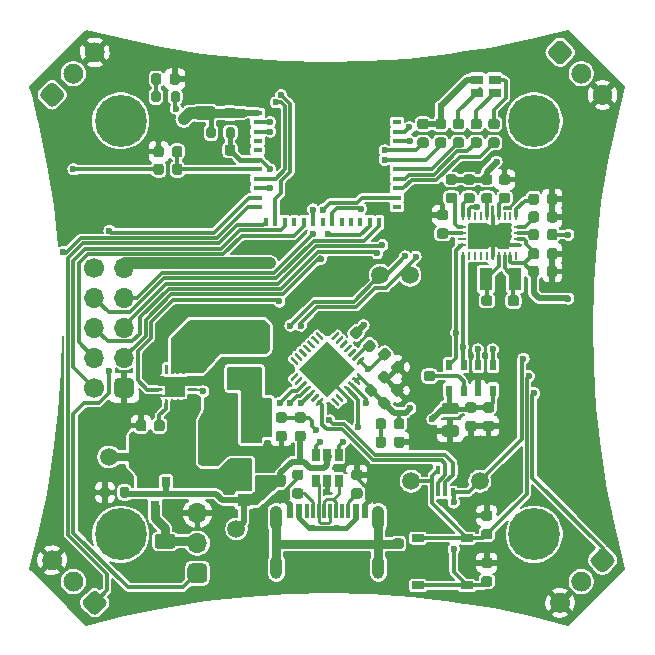
<source format=gtl>
%TF.GenerationSoftware,KiCad,Pcbnew,(5.1.9-0-10_14)*%
%TF.CreationDate,2021-01-25T23:13:15-08:00*%
%TF.ProjectId,flight-computer-2,666c6967-6874-42d6-936f-6d7075746572,rev?*%
%TF.SameCoordinates,PX57bcf00PY58b1140*%
%TF.FileFunction,Copper,L1,Top*%
%TF.FilePolarity,Positive*%
%FSLAX46Y46*%
G04 Gerber Fmt 4.6, Leading zero omitted, Abs format (unit mm)*
G04 Created by KiCad (PCBNEW (5.1.9-0-10_14)) date 2021-01-25 23:13:15*
%MOMM*%
%LPD*%
G01*
G04 APERTURE LIST*
%TA.AperFunction,SMDPad,CuDef*%
%ADD10C,0.100000*%
%TD*%
%TA.AperFunction,SMDPad,CuDef*%
%ADD11R,0.800000X0.400000*%
%TD*%
%TA.AperFunction,SMDPad,CuDef*%
%ADD12R,0.400000X0.800000*%
%TD*%
%TA.AperFunction,SMDPad,CuDef*%
%ADD13R,1.000000X1.000000*%
%TD*%
%TA.AperFunction,SMDPad,CuDef*%
%ADD14R,2.500000X1.500000*%
%TD*%
%TA.AperFunction,ComponentPad*%
%ADD15O,1.700000X1.700000*%
%TD*%
%TA.AperFunction,ComponentPad*%
%ADD16C,0.500000*%
%TD*%
%TA.AperFunction,SMDPad,CuDef*%
%ADD17R,1.680000X1.680000*%
%TD*%
%TA.AperFunction,ComponentPad*%
%ADD18C,1.700000*%
%TD*%
%TA.AperFunction,SMDPad,CuDef*%
%ADD19R,0.400000X0.650000*%
%TD*%
%TA.AperFunction,SMDPad,CuDef*%
%ADD20R,1.050000X0.650000*%
%TD*%
%TA.AperFunction,SMDPad,CuDef*%
%ADD21C,1.500000*%
%TD*%
%TA.AperFunction,SMDPad,CuDef*%
%ADD22R,0.800000X0.900000*%
%TD*%
%TA.AperFunction,SMDPad,CuDef*%
%ADD23R,0.650000X1.060000*%
%TD*%
%TA.AperFunction,SMDPad,CuDef*%
%ADD24R,0.675000X0.254000*%
%TD*%
%TA.AperFunction,SMDPad,CuDef*%
%ADD25R,0.254000X0.675000*%
%TD*%
%TA.AperFunction,SMDPad,CuDef*%
%ADD26R,1.100000X1.100000*%
%TD*%
%TA.AperFunction,SMDPad,CuDef*%
%ADD27R,1.000000X0.800000*%
%TD*%
%TA.AperFunction,SMDPad,CuDef*%
%ADD28R,0.550000X0.950000*%
%TD*%
%TA.AperFunction,SMDPad,CuDef*%
%ADD29R,1.100000X1.900000*%
%TD*%
%TA.AperFunction,ComponentPad*%
%ADD30O,1.000000X2.000000*%
%TD*%
%TA.AperFunction,ComponentPad*%
%ADD31O,1.050000X2.100000*%
%TD*%
%TA.AperFunction,SMDPad,CuDef*%
%ADD32R,0.600000X1.150000*%
%TD*%
%TA.AperFunction,SMDPad,CuDef*%
%ADD33R,0.300000X1.150000*%
%TD*%
%TA.AperFunction,ComponentPad*%
%ADD34C,4.400000*%
%TD*%
%TA.AperFunction,ViaPad*%
%ADD35C,0.600000*%
%TD*%
%TA.AperFunction,ViaPad*%
%ADD36C,1.000000*%
%TD*%
%TA.AperFunction,Conductor*%
%ADD37C,0.254000*%
%TD*%
%TA.AperFunction,Conductor*%
%ADD38C,0.381000*%
%TD*%
%TA.AperFunction,Conductor*%
%ADD39C,0.200000*%
%TD*%
%TA.AperFunction,Conductor*%
%ADD40C,0.300000*%
%TD*%
%TA.AperFunction,Conductor*%
%ADD41C,0.500000*%
%TD*%
%TA.AperFunction,Conductor*%
%ADD42C,0.400000*%
%TD*%
%TA.AperFunction,Conductor*%
%ADD43C,0.750000*%
%TD*%
%TA.AperFunction,Conductor*%
%ADD44C,1.000000*%
%TD*%
%TA.AperFunction,Conductor*%
%ADD45C,0.100000*%
%TD*%
G04 APERTURE END LIST*
%TA.AperFunction,SMDPad,CuDef*%
D10*
G36*
X24500975Y42504904D02*
G01*
X24501913Y42504619D01*
X24502778Y42504157D01*
X24503536Y42503536D01*
X24504157Y42502778D01*
X24504619Y42501913D01*
X24504904Y42500975D01*
X24505000Y42500000D01*
X24505000Y41500000D01*
X24504904Y41499025D01*
X24504619Y41498087D01*
X24504157Y41497222D01*
X24503536Y41496464D01*
X24502778Y41495843D01*
X24501913Y41495381D01*
X24500975Y41495096D01*
X24500000Y41495000D01*
X23500000Y41495000D01*
X23499025Y41495096D01*
X23498087Y41495381D01*
X23497222Y41495843D01*
X23496464Y41496464D01*
X23495843Y41497222D01*
X23495381Y41498087D01*
X23495096Y41499025D01*
X23495000Y41500000D01*
X23495000Y41900000D01*
X23495096Y41900975D01*
X23495381Y41901913D01*
X23495843Y41902778D01*
X23496464Y41903536D01*
X24096464Y42503536D01*
X24097222Y42504157D01*
X24098087Y42504619D01*
X24099025Y42504904D01*
X24100000Y42505000D01*
X24500000Y42505000D01*
X24500975Y42504904D01*
G37*
%TD.AperFunction*%
D11*
X19600000Y45300000D03*
X19600000Y44500000D03*
X19600000Y43700000D03*
X19600000Y42900000D03*
X19600000Y42100000D03*
X19600000Y41300000D03*
X19600000Y40500000D03*
X19600000Y39700000D03*
X19600000Y38900000D03*
X19600000Y38100000D03*
X19600000Y37300000D03*
X19600000Y36500000D03*
X19600000Y35700000D03*
D12*
X20300000Y34450000D03*
X21100000Y34450000D03*
X21900000Y34450000D03*
X22700000Y34450000D03*
X23500000Y34450000D03*
X24300000Y34450000D03*
X25100000Y34450000D03*
X25900000Y34450000D03*
X26700000Y34450000D03*
X27500000Y34450000D03*
X28300000Y34450000D03*
X29100000Y34450000D03*
X29900000Y34450000D03*
X30700000Y34450000D03*
D11*
X31400000Y35700000D03*
X31400000Y36500000D03*
X31400000Y37300000D03*
X31400000Y38100000D03*
X31400000Y38900000D03*
X31400000Y39700000D03*
X31400000Y40500000D03*
X31400000Y41300000D03*
X31400000Y42100000D03*
X31400000Y42900000D03*
X31400000Y43700000D03*
X31400000Y44500000D03*
X31400000Y45300000D03*
D12*
X30700000Y46550000D03*
X29900000Y46550000D03*
X29100000Y46550000D03*
X28300000Y46550000D03*
X27500000Y46550000D03*
X26700000Y46550000D03*
X25900000Y46550000D03*
X25100000Y46550000D03*
X24300000Y46550000D03*
X23500000Y46550000D03*
X22700000Y46550000D03*
X21900000Y46550000D03*
X21100000Y46550000D03*
X20300000Y46550000D03*
D13*
X25500000Y40500000D03*
X24000000Y40500000D03*
X27000000Y40500000D03*
X27000000Y39000000D03*
X24000000Y39000000D03*
X25500000Y39000000D03*
X27000000Y42000000D03*
X25500000Y42000000D03*
D14*
X18500000Y21200000D03*
X18500000Y24900000D03*
%TA.AperFunction,SMDPad,CuDef*%
G36*
G01*
X11650000Y40656250D02*
X11650000Y40143750D01*
G75*
G02*
X11431250Y39925000I-218750J0D01*
G01*
X10993750Y39925000D01*
G75*
G02*
X10775000Y40143750I0J218750D01*
G01*
X10775000Y40656250D01*
G75*
G02*
X10993750Y40875000I218750J0D01*
G01*
X11431250Y40875000D01*
G75*
G02*
X11650000Y40656250I0J-218750D01*
G01*
G37*
%TD.AperFunction*%
%TA.AperFunction,SMDPad,CuDef*%
G36*
G01*
X13225000Y40656250D02*
X13225000Y40143750D01*
G75*
G02*
X13006250Y39925000I-218750J0D01*
G01*
X12568750Y39925000D01*
G75*
G02*
X12350000Y40143750I0J218750D01*
G01*
X12350000Y40656250D01*
G75*
G02*
X12568750Y40875000I218750J0D01*
G01*
X13006250Y40875000D01*
G75*
G02*
X13225000Y40656250I0J-218750D01*
G01*
G37*
%TD.AperFunction*%
%TA.AperFunction,SMDPad,CuDef*%
G36*
G01*
X12350000Y38643750D02*
X12350000Y39156250D01*
G75*
G02*
X12568750Y39375000I218750J0D01*
G01*
X13006250Y39375000D01*
G75*
G02*
X13225000Y39156250I0J-218750D01*
G01*
X13225000Y38643750D01*
G75*
G02*
X13006250Y38425000I-218750J0D01*
G01*
X12568750Y38425000D01*
G75*
G02*
X12350000Y38643750I0J218750D01*
G01*
G37*
%TD.AperFunction*%
%TA.AperFunction,SMDPad,CuDef*%
G36*
G01*
X10775000Y38643750D02*
X10775000Y39156250D01*
G75*
G02*
X10993750Y39375000I218750J0D01*
G01*
X11431250Y39375000D01*
G75*
G02*
X11650000Y39156250I0J-218750D01*
G01*
X11650000Y38643750D01*
G75*
G02*
X11431250Y38425000I-218750J0D01*
G01*
X10993750Y38425000D01*
G75*
G02*
X10775000Y38643750I0J218750D01*
G01*
G37*
%TD.AperFunction*%
D15*
X14500000Y9790000D03*
X14500000Y7250000D03*
%TA.AperFunction,ComponentPad*%
G36*
G01*
X15350000Y5135000D02*
X15350000Y4285000D01*
G75*
G02*
X14925000Y3860000I-425000J0D01*
G01*
X14075000Y3860000D01*
G75*
G02*
X13650000Y4285000I0J425000D01*
G01*
X13650000Y5135000D01*
G75*
G02*
X14075000Y5560000I425000J0D01*
G01*
X14925000Y5560000D01*
G75*
G02*
X15350000Y5135000I0J-425000D01*
G01*
G37*
%TD.AperFunction*%
%TA.AperFunction,SMDPad,CuDef*%
G36*
G01*
X44100000Y33118750D02*
X44100000Y33631250D01*
G75*
G02*
X44318750Y33850000I218750J0D01*
G01*
X44756250Y33850000D01*
G75*
G02*
X44975000Y33631250I0J-218750D01*
G01*
X44975000Y33118750D01*
G75*
G02*
X44756250Y32900000I-218750J0D01*
G01*
X44318750Y32900000D01*
G75*
G02*
X44100000Y33118750I0J218750D01*
G01*
G37*
%TD.AperFunction*%
%TA.AperFunction,SMDPad,CuDef*%
G36*
G01*
X42525000Y33118750D02*
X42525000Y33631250D01*
G75*
G02*
X42743750Y33850000I218750J0D01*
G01*
X43181250Y33850000D01*
G75*
G02*
X43400000Y33631250I0J-218750D01*
G01*
X43400000Y33118750D01*
G75*
G02*
X43181250Y32900000I-218750J0D01*
G01*
X42743750Y32900000D01*
G75*
G02*
X42525000Y33118750I0J218750D01*
G01*
G37*
%TD.AperFunction*%
%TA.AperFunction,SMDPad,CuDef*%
G36*
G01*
X16900000Y41725000D02*
X16900000Y42275000D01*
G75*
G02*
X17100000Y42475000I200000J0D01*
G01*
X17500000Y42475000D01*
G75*
G02*
X17700000Y42275000I0J-200000D01*
G01*
X17700000Y41725000D01*
G75*
G02*
X17500000Y41525000I-200000J0D01*
G01*
X17100000Y41525000D01*
G75*
G02*
X16900000Y41725000I0J200000D01*
G01*
G37*
%TD.AperFunction*%
%TA.AperFunction,SMDPad,CuDef*%
G36*
G01*
X15250000Y41725000D02*
X15250000Y42275000D01*
G75*
G02*
X15450000Y42475000I200000J0D01*
G01*
X15850000Y42475000D01*
G75*
G02*
X16050000Y42275000I0J-200000D01*
G01*
X16050000Y41725000D01*
G75*
G02*
X15850000Y41525000I-200000J0D01*
G01*
X15450000Y41525000D01*
G75*
G02*
X15250000Y41725000I0J200000D01*
G01*
G37*
%TD.AperFunction*%
%TA.AperFunction,SMDPad,CuDef*%
G36*
G01*
X16150000Y40775000D02*
X16150000Y40275000D01*
G75*
G02*
X15925000Y40050000I-225000J0D01*
G01*
X15475000Y40050000D01*
G75*
G02*
X15250000Y40275000I0J225000D01*
G01*
X15250000Y40775000D01*
G75*
G02*
X15475000Y41000000I225000J0D01*
G01*
X15925000Y41000000D01*
G75*
G02*
X16150000Y40775000I0J-225000D01*
G01*
G37*
%TD.AperFunction*%
%TA.AperFunction,SMDPad,CuDef*%
G36*
G01*
X17700000Y40775000D02*
X17700000Y40275000D01*
G75*
G02*
X17475000Y40050000I-225000J0D01*
G01*
X17025000Y40050000D01*
G75*
G02*
X16800000Y40275000I0J225000D01*
G01*
X16800000Y40775000D01*
G75*
G02*
X17025000Y41000000I225000J0D01*
G01*
X17475000Y41000000D01*
G75*
G02*
X17700000Y40775000I0J-225000D01*
G01*
G37*
%TD.AperFunction*%
%TA.AperFunction,SMDPad,CuDef*%
D10*
G36*
X27868808Y22000000D02*
G01*
X25500000Y19631192D01*
X23131192Y22000000D01*
X25500000Y24368808D01*
X27868808Y22000000D01*
G37*
%TD.AperFunction*%
%TA.AperFunction,SMDPad,CuDef*%
G36*
G01*
X25155286Y19357188D02*
X24677989Y18879891D01*
G75*
G02*
X24589601Y18879891I-44194J44194D01*
G01*
X24501212Y18968280D01*
G75*
G02*
X24501212Y19056668I44194J44194D01*
G01*
X24978509Y19533965D01*
G75*
G02*
X25066897Y19533965I44194J-44194D01*
G01*
X25155286Y19445576D01*
G75*
G02*
X25155286Y19357188I-44194J-44194D01*
G01*
G37*
%TD.AperFunction*%
%TA.AperFunction,SMDPad,CuDef*%
G36*
G01*
X24801732Y19710742D02*
X24324435Y19233445D01*
G75*
G02*
X24236047Y19233445I-44194J44194D01*
G01*
X24147658Y19321834D01*
G75*
G02*
X24147658Y19410222I44194J44194D01*
G01*
X24624955Y19887519D01*
G75*
G02*
X24713343Y19887519I44194J-44194D01*
G01*
X24801732Y19799130D01*
G75*
G02*
X24801732Y19710742I-44194J-44194D01*
G01*
G37*
%TD.AperFunction*%
%TA.AperFunction,SMDPad,CuDef*%
G36*
G01*
X24448179Y20064295D02*
X23970882Y19586998D01*
G75*
G02*
X23882494Y19586998I-44194J44194D01*
G01*
X23794105Y19675387D01*
G75*
G02*
X23794105Y19763775I44194J44194D01*
G01*
X24271402Y20241072D01*
G75*
G02*
X24359790Y20241072I44194J-44194D01*
G01*
X24448179Y20152683D01*
G75*
G02*
X24448179Y20064295I-44194J-44194D01*
G01*
G37*
%TD.AperFunction*%
%TA.AperFunction,SMDPad,CuDef*%
G36*
G01*
X24094625Y20417848D02*
X23617328Y19940551D01*
G75*
G02*
X23528940Y19940551I-44194J44194D01*
G01*
X23440551Y20028940D01*
G75*
G02*
X23440551Y20117328I44194J44194D01*
G01*
X23917848Y20594625D01*
G75*
G02*
X24006236Y20594625I44194J-44194D01*
G01*
X24094625Y20506236D01*
G75*
G02*
X24094625Y20417848I-44194J-44194D01*
G01*
G37*
%TD.AperFunction*%
%TA.AperFunction,SMDPad,CuDef*%
G36*
G01*
X23741072Y20771402D02*
X23263775Y20294105D01*
G75*
G02*
X23175387Y20294105I-44194J44194D01*
G01*
X23086998Y20382494D01*
G75*
G02*
X23086998Y20470882I44194J44194D01*
G01*
X23564295Y20948179D01*
G75*
G02*
X23652683Y20948179I44194J-44194D01*
G01*
X23741072Y20859790D01*
G75*
G02*
X23741072Y20771402I-44194J-44194D01*
G01*
G37*
%TD.AperFunction*%
%TA.AperFunction,SMDPad,CuDef*%
G36*
G01*
X23387519Y21124955D02*
X22910222Y20647658D01*
G75*
G02*
X22821834Y20647658I-44194J44194D01*
G01*
X22733445Y20736047D01*
G75*
G02*
X22733445Y20824435I44194J44194D01*
G01*
X23210742Y21301732D01*
G75*
G02*
X23299130Y21301732I44194J-44194D01*
G01*
X23387519Y21213343D01*
G75*
G02*
X23387519Y21124955I-44194J-44194D01*
G01*
G37*
%TD.AperFunction*%
%TA.AperFunction,SMDPad,CuDef*%
G36*
G01*
X23033965Y21478509D02*
X22556668Y21001212D01*
G75*
G02*
X22468280Y21001212I-44194J44194D01*
G01*
X22379891Y21089601D01*
G75*
G02*
X22379891Y21177989I44194J44194D01*
G01*
X22857188Y21655286D01*
G75*
G02*
X22945576Y21655286I44194J-44194D01*
G01*
X23033965Y21566897D01*
G75*
G02*
X23033965Y21478509I-44194J-44194D01*
G01*
G37*
%TD.AperFunction*%
%TA.AperFunction,SMDPad,CuDef*%
G36*
G01*
X23033965Y22433103D02*
X22945576Y22344714D01*
G75*
G02*
X22857188Y22344714I-44194J44194D01*
G01*
X22379891Y22822011D01*
G75*
G02*
X22379891Y22910399I44194J44194D01*
G01*
X22468280Y22998788D01*
G75*
G02*
X22556668Y22998788I44194J-44194D01*
G01*
X23033965Y22521491D01*
G75*
G02*
X23033965Y22433103I-44194J-44194D01*
G01*
G37*
%TD.AperFunction*%
%TA.AperFunction,SMDPad,CuDef*%
G36*
G01*
X23387519Y22786657D02*
X23299130Y22698268D01*
G75*
G02*
X23210742Y22698268I-44194J44194D01*
G01*
X22733445Y23175565D01*
G75*
G02*
X22733445Y23263953I44194J44194D01*
G01*
X22821834Y23352342D01*
G75*
G02*
X22910222Y23352342I44194J-44194D01*
G01*
X23387519Y22875045D01*
G75*
G02*
X23387519Y22786657I-44194J-44194D01*
G01*
G37*
%TD.AperFunction*%
%TA.AperFunction,SMDPad,CuDef*%
G36*
G01*
X23741072Y23140210D02*
X23652683Y23051821D01*
G75*
G02*
X23564295Y23051821I-44194J44194D01*
G01*
X23086998Y23529118D01*
G75*
G02*
X23086998Y23617506I44194J44194D01*
G01*
X23175387Y23705895D01*
G75*
G02*
X23263775Y23705895I44194J-44194D01*
G01*
X23741072Y23228598D01*
G75*
G02*
X23741072Y23140210I-44194J-44194D01*
G01*
G37*
%TD.AperFunction*%
%TA.AperFunction,SMDPad,CuDef*%
G36*
G01*
X24094625Y23493764D02*
X24006236Y23405375D01*
G75*
G02*
X23917848Y23405375I-44194J44194D01*
G01*
X23440551Y23882672D01*
G75*
G02*
X23440551Y23971060I44194J44194D01*
G01*
X23528940Y24059449D01*
G75*
G02*
X23617328Y24059449I44194J-44194D01*
G01*
X24094625Y23582152D01*
G75*
G02*
X24094625Y23493764I-44194J-44194D01*
G01*
G37*
%TD.AperFunction*%
%TA.AperFunction,SMDPad,CuDef*%
G36*
G01*
X24448179Y23847317D02*
X24359790Y23758928D01*
G75*
G02*
X24271402Y23758928I-44194J44194D01*
G01*
X23794105Y24236225D01*
G75*
G02*
X23794105Y24324613I44194J44194D01*
G01*
X23882494Y24413002D01*
G75*
G02*
X23970882Y24413002I44194J-44194D01*
G01*
X24448179Y23935705D01*
G75*
G02*
X24448179Y23847317I-44194J-44194D01*
G01*
G37*
%TD.AperFunction*%
%TA.AperFunction,SMDPad,CuDef*%
G36*
G01*
X24801732Y24200870D02*
X24713343Y24112481D01*
G75*
G02*
X24624955Y24112481I-44194J44194D01*
G01*
X24147658Y24589778D01*
G75*
G02*
X24147658Y24678166I44194J44194D01*
G01*
X24236047Y24766555D01*
G75*
G02*
X24324435Y24766555I44194J-44194D01*
G01*
X24801732Y24289258D01*
G75*
G02*
X24801732Y24200870I-44194J-44194D01*
G01*
G37*
%TD.AperFunction*%
%TA.AperFunction,SMDPad,CuDef*%
G36*
G01*
X25155286Y24554424D02*
X25066897Y24466035D01*
G75*
G02*
X24978509Y24466035I-44194J44194D01*
G01*
X24501212Y24943332D01*
G75*
G02*
X24501212Y25031720I44194J44194D01*
G01*
X24589601Y25120109D01*
G75*
G02*
X24677989Y25120109I44194J-44194D01*
G01*
X25155286Y24642812D01*
G75*
G02*
X25155286Y24554424I-44194J-44194D01*
G01*
G37*
%TD.AperFunction*%
%TA.AperFunction,SMDPad,CuDef*%
G36*
G01*
X26498788Y24943332D02*
X26021491Y24466035D01*
G75*
G02*
X25933103Y24466035I-44194J44194D01*
G01*
X25844714Y24554424D01*
G75*
G02*
X25844714Y24642812I44194J44194D01*
G01*
X26322011Y25120109D01*
G75*
G02*
X26410399Y25120109I44194J-44194D01*
G01*
X26498788Y25031720D01*
G75*
G02*
X26498788Y24943332I-44194J-44194D01*
G01*
G37*
%TD.AperFunction*%
%TA.AperFunction,SMDPad,CuDef*%
G36*
G01*
X26852342Y24589778D02*
X26375045Y24112481D01*
G75*
G02*
X26286657Y24112481I-44194J44194D01*
G01*
X26198268Y24200870D01*
G75*
G02*
X26198268Y24289258I44194J44194D01*
G01*
X26675565Y24766555D01*
G75*
G02*
X26763953Y24766555I44194J-44194D01*
G01*
X26852342Y24678166D01*
G75*
G02*
X26852342Y24589778I-44194J-44194D01*
G01*
G37*
%TD.AperFunction*%
%TA.AperFunction,SMDPad,CuDef*%
G36*
G01*
X27205895Y24236225D02*
X26728598Y23758928D01*
G75*
G02*
X26640210Y23758928I-44194J44194D01*
G01*
X26551821Y23847317D01*
G75*
G02*
X26551821Y23935705I44194J44194D01*
G01*
X27029118Y24413002D01*
G75*
G02*
X27117506Y24413002I44194J-44194D01*
G01*
X27205895Y24324613D01*
G75*
G02*
X27205895Y24236225I-44194J-44194D01*
G01*
G37*
%TD.AperFunction*%
%TA.AperFunction,SMDPad,CuDef*%
G36*
G01*
X27559449Y23882672D02*
X27082152Y23405375D01*
G75*
G02*
X26993764Y23405375I-44194J44194D01*
G01*
X26905375Y23493764D01*
G75*
G02*
X26905375Y23582152I44194J44194D01*
G01*
X27382672Y24059449D01*
G75*
G02*
X27471060Y24059449I44194J-44194D01*
G01*
X27559449Y23971060D01*
G75*
G02*
X27559449Y23882672I-44194J-44194D01*
G01*
G37*
%TD.AperFunction*%
%TA.AperFunction,SMDPad,CuDef*%
G36*
G01*
X27913002Y23529118D02*
X27435705Y23051821D01*
G75*
G02*
X27347317Y23051821I-44194J44194D01*
G01*
X27258928Y23140210D01*
G75*
G02*
X27258928Y23228598I44194J44194D01*
G01*
X27736225Y23705895D01*
G75*
G02*
X27824613Y23705895I44194J-44194D01*
G01*
X27913002Y23617506D01*
G75*
G02*
X27913002Y23529118I-44194J-44194D01*
G01*
G37*
%TD.AperFunction*%
%TA.AperFunction,SMDPad,CuDef*%
G36*
G01*
X28266555Y23175565D02*
X27789258Y22698268D01*
G75*
G02*
X27700870Y22698268I-44194J44194D01*
G01*
X27612481Y22786657D01*
G75*
G02*
X27612481Y22875045I44194J44194D01*
G01*
X28089778Y23352342D01*
G75*
G02*
X28178166Y23352342I44194J-44194D01*
G01*
X28266555Y23263953D01*
G75*
G02*
X28266555Y23175565I-44194J-44194D01*
G01*
G37*
%TD.AperFunction*%
%TA.AperFunction,SMDPad,CuDef*%
G36*
G01*
X28620109Y22822011D02*
X28142812Y22344714D01*
G75*
G02*
X28054424Y22344714I-44194J44194D01*
G01*
X27966035Y22433103D01*
G75*
G02*
X27966035Y22521491I44194J44194D01*
G01*
X28443332Y22998788D01*
G75*
G02*
X28531720Y22998788I44194J-44194D01*
G01*
X28620109Y22910399D01*
G75*
G02*
X28620109Y22822011I-44194J-44194D01*
G01*
G37*
%TD.AperFunction*%
%TA.AperFunction,SMDPad,CuDef*%
G36*
G01*
X28620109Y21089601D02*
X28531720Y21001212D01*
G75*
G02*
X28443332Y21001212I-44194J44194D01*
G01*
X27966035Y21478509D01*
G75*
G02*
X27966035Y21566897I44194J44194D01*
G01*
X28054424Y21655286D01*
G75*
G02*
X28142812Y21655286I44194J-44194D01*
G01*
X28620109Y21177989D01*
G75*
G02*
X28620109Y21089601I-44194J-44194D01*
G01*
G37*
%TD.AperFunction*%
%TA.AperFunction,SMDPad,CuDef*%
G36*
G01*
X28266555Y20736047D02*
X28178166Y20647658D01*
G75*
G02*
X28089778Y20647658I-44194J44194D01*
G01*
X27612481Y21124955D01*
G75*
G02*
X27612481Y21213343I44194J44194D01*
G01*
X27700870Y21301732D01*
G75*
G02*
X27789258Y21301732I44194J-44194D01*
G01*
X28266555Y20824435D01*
G75*
G02*
X28266555Y20736047I-44194J-44194D01*
G01*
G37*
%TD.AperFunction*%
%TA.AperFunction,SMDPad,CuDef*%
G36*
G01*
X27913002Y20382494D02*
X27824613Y20294105D01*
G75*
G02*
X27736225Y20294105I-44194J44194D01*
G01*
X27258928Y20771402D01*
G75*
G02*
X27258928Y20859790I44194J44194D01*
G01*
X27347317Y20948179D01*
G75*
G02*
X27435705Y20948179I44194J-44194D01*
G01*
X27913002Y20470882D01*
G75*
G02*
X27913002Y20382494I-44194J-44194D01*
G01*
G37*
%TD.AperFunction*%
%TA.AperFunction,SMDPad,CuDef*%
G36*
G01*
X27559449Y20028940D02*
X27471060Y19940551D01*
G75*
G02*
X27382672Y19940551I-44194J44194D01*
G01*
X26905375Y20417848D01*
G75*
G02*
X26905375Y20506236I44194J44194D01*
G01*
X26993764Y20594625D01*
G75*
G02*
X27082152Y20594625I44194J-44194D01*
G01*
X27559449Y20117328D01*
G75*
G02*
X27559449Y20028940I-44194J-44194D01*
G01*
G37*
%TD.AperFunction*%
%TA.AperFunction,SMDPad,CuDef*%
G36*
G01*
X27205895Y19675387D02*
X27117506Y19586998D01*
G75*
G02*
X27029118Y19586998I-44194J44194D01*
G01*
X26551821Y20064295D01*
G75*
G02*
X26551821Y20152683I44194J44194D01*
G01*
X26640210Y20241072D01*
G75*
G02*
X26728598Y20241072I44194J-44194D01*
G01*
X27205895Y19763775D01*
G75*
G02*
X27205895Y19675387I-44194J-44194D01*
G01*
G37*
%TD.AperFunction*%
%TA.AperFunction,SMDPad,CuDef*%
G36*
G01*
X26852342Y19321834D02*
X26763953Y19233445D01*
G75*
G02*
X26675565Y19233445I-44194J44194D01*
G01*
X26198268Y19710742D01*
G75*
G02*
X26198268Y19799130I44194J44194D01*
G01*
X26286657Y19887519D01*
G75*
G02*
X26375045Y19887519I44194J-44194D01*
G01*
X26852342Y19410222D01*
G75*
G02*
X26852342Y19321834I-44194J-44194D01*
G01*
G37*
%TD.AperFunction*%
%TA.AperFunction,SMDPad,CuDef*%
G36*
G01*
X26498788Y18968280D02*
X26410399Y18879891D01*
G75*
G02*
X26322011Y18879891I-44194J44194D01*
G01*
X25844714Y19357188D01*
G75*
G02*
X25844714Y19445576I44194J44194D01*
G01*
X25933103Y19533965D01*
G75*
G02*
X26021491Y19533965I44194J-44194D01*
G01*
X26498788Y19056668D01*
G75*
G02*
X26498788Y18968280I-44194J-44194D01*
G01*
G37*
%TD.AperFunction*%
%TA.AperFunction,SMDPad,CuDef*%
G36*
G01*
X41500000Y27325000D02*
X41000000Y27325000D01*
G75*
G02*
X40775000Y27550000I0J225000D01*
G01*
X40775000Y28000000D01*
G75*
G02*
X41000000Y28225000I225000J0D01*
G01*
X41500000Y28225000D01*
G75*
G02*
X41725000Y28000000I0J-225000D01*
G01*
X41725000Y27550000D01*
G75*
G02*
X41500000Y27325000I-225000J0D01*
G01*
G37*
%TD.AperFunction*%
%TA.AperFunction,SMDPad,CuDef*%
G36*
G01*
X41500000Y25775000D02*
X41000000Y25775000D01*
G75*
G02*
X40775000Y26000000I0J225000D01*
G01*
X40775000Y26450000D01*
G75*
G02*
X41000000Y26675000I225000J0D01*
G01*
X41500000Y26675000D01*
G75*
G02*
X41725000Y26450000I0J-225000D01*
G01*
X41725000Y26000000D01*
G75*
G02*
X41500000Y25775000I-225000J0D01*
G01*
G37*
%TD.AperFunction*%
D16*
X12010000Y19910000D03*
X12010000Y21090000D03*
X13190000Y19910000D03*
X13190000Y21090000D03*
D17*
X12600000Y20500000D03*
%TA.AperFunction,SMDPad,CuDef*%
G36*
G01*
X13712500Y21375000D02*
X14412500Y21375000D01*
G75*
G02*
X14475000Y21312500I0J-62500D01*
G01*
X14475000Y21187500D01*
G75*
G02*
X14412500Y21125000I-62500J0D01*
G01*
X13712500Y21125000D01*
G75*
G02*
X13650000Y21187500I0J62500D01*
G01*
X13650000Y21312500D01*
G75*
G02*
X13712500Y21375000I62500J0D01*
G01*
G37*
%TD.AperFunction*%
%TA.AperFunction,SMDPad,CuDef*%
G36*
G01*
X13712500Y20875000D02*
X14412500Y20875000D01*
G75*
G02*
X14475000Y20812500I0J-62500D01*
G01*
X14475000Y20687500D01*
G75*
G02*
X14412500Y20625000I-62500J0D01*
G01*
X13712500Y20625000D01*
G75*
G02*
X13650000Y20687500I0J62500D01*
G01*
X13650000Y20812500D01*
G75*
G02*
X13712500Y20875000I62500J0D01*
G01*
G37*
%TD.AperFunction*%
%TA.AperFunction,SMDPad,CuDef*%
G36*
G01*
X13712500Y20375000D02*
X14412500Y20375000D01*
G75*
G02*
X14475000Y20312500I0J-62500D01*
G01*
X14475000Y20187500D01*
G75*
G02*
X14412500Y20125000I-62500J0D01*
G01*
X13712500Y20125000D01*
G75*
G02*
X13650000Y20187500I0J62500D01*
G01*
X13650000Y20312500D01*
G75*
G02*
X13712500Y20375000I62500J0D01*
G01*
G37*
%TD.AperFunction*%
%TA.AperFunction,SMDPad,CuDef*%
G36*
G01*
X13712500Y19875000D02*
X14412500Y19875000D01*
G75*
G02*
X14475000Y19812500I0J-62500D01*
G01*
X14475000Y19687500D01*
G75*
G02*
X14412500Y19625000I-62500J0D01*
G01*
X13712500Y19625000D01*
G75*
G02*
X13650000Y19687500I0J62500D01*
G01*
X13650000Y19812500D01*
G75*
G02*
X13712500Y19875000I62500J0D01*
G01*
G37*
%TD.AperFunction*%
%TA.AperFunction,SMDPad,CuDef*%
G36*
G01*
X13287500Y19450000D02*
X13412500Y19450000D01*
G75*
G02*
X13475000Y19387500I0J-62500D01*
G01*
X13475000Y18687500D01*
G75*
G02*
X13412500Y18625000I-62500J0D01*
G01*
X13287500Y18625000D01*
G75*
G02*
X13225000Y18687500I0J62500D01*
G01*
X13225000Y19387500D01*
G75*
G02*
X13287500Y19450000I62500J0D01*
G01*
G37*
%TD.AperFunction*%
%TA.AperFunction,SMDPad,CuDef*%
G36*
G01*
X12787500Y19450000D02*
X12912500Y19450000D01*
G75*
G02*
X12975000Y19387500I0J-62500D01*
G01*
X12975000Y18687500D01*
G75*
G02*
X12912500Y18625000I-62500J0D01*
G01*
X12787500Y18625000D01*
G75*
G02*
X12725000Y18687500I0J62500D01*
G01*
X12725000Y19387500D01*
G75*
G02*
X12787500Y19450000I62500J0D01*
G01*
G37*
%TD.AperFunction*%
%TA.AperFunction,SMDPad,CuDef*%
G36*
G01*
X12287500Y19450000D02*
X12412500Y19450000D01*
G75*
G02*
X12475000Y19387500I0J-62500D01*
G01*
X12475000Y18687500D01*
G75*
G02*
X12412500Y18625000I-62500J0D01*
G01*
X12287500Y18625000D01*
G75*
G02*
X12225000Y18687500I0J62500D01*
G01*
X12225000Y19387500D01*
G75*
G02*
X12287500Y19450000I62500J0D01*
G01*
G37*
%TD.AperFunction*%
%TA.AperFunction,SMDPad,CuDef*%
G36*
G01*
X11787500Y19450000D02*
X11912500Y19450000D01*
G75*
G02*
X11975000Y19387500I0J-62500D01*
G01*
X11975000Y18687500D01*
G75*
G02*
X11912500Y18625000I-62500J0D01*
G01*
X11787500Y18625000D01*
G75*
G02*
X11725000Y18687500I0J62500D01*
G01*
X11725000Y19387500D01*
G75*
G02*
X11787500Y19450000I62500J0D01*
G01*
G37*
%TD.AperFunction*%
%TA.AperFunction,SMDPad,CuDef*%
G36*
G01*
X10787500Y19875000D02*
X11487500Y19875000D01*
G75*
G02*
X11550000Y19812500I0J-62500D01*
G01*
X11550000Y19687500D01*
G75*
G02*
X11487500Y19625000I-62500J0D01*
G01*
X10787500Y19625000D01*
G75*
G02*
X10725000Y19687500I0J62500D01*
G01*
X10725000Y19812500D01*
G75*
G02*
X10787500Y19875000I62500J0D01*
G01*
G37*
%TD.AperFunction*%
%TA.AperFunction,SMDPad,CuDef*%
G36*
G01*
X10787500Y20375000D02*
X11487500Y20375000D01*
G75*
G02*
X11550000Y20312500I0J-62500D01*
G01*
X11550000Y20187500D01*
G75*
G02*
X11487500Y20125000I-62500J0D01*
G01*
X10787500Y20125000D01*
G75*
G02*
X10725000Y20187500I0J62500D01*
G01*
X10725000Y20312500D01*
G75*
G02*
X10787500Y20375000I62500J0D01*
G01*
G37*
%TD.AperFunction*%
%TA.AperFunction,SMDPad,CuDef*%
G36*
G01*
X10787500Y20875000D02*
X11487500Y20875000D01*
G75*
G02*
X11550000Y20812500I0J-62500D01*
G01*
X11550000Y20687500D01*
G75*
G02*
X11487500Y20625000I-62500J0D01*
G01*
X10787500Y20625000D01*
G75*
G02*
X10725000Y20687500I0J62500D01*
G01*
X10725000Y20812500D01*
G75*
G02*
X10787500Y20875000I62500J0D01*
G01*
G37*
%TD.AperFunction*%
%TA.AperFunction,SMDPad,CuDef*%
G36*
G01*
X10787500Y21375000D02*
X11487500Y21375000D01*
G75*
G02*
X11550000Y21312500I0J-62500D01*
G01*
X11550000Y21187500D01*
G75*
G02*
X11487500Y21125000I-62500J0D01*
G01*
X10787500Y21125000D01*
G75*
G02*
X10725000Y21187500I0J62500D01*
G01*
X10725000Y21312500D01*
G75*
G02*
X10787500Y21375000I62500J0D01*
G01*
G37*
%TD.AperFunction*%
%TA.AperFunction,SMDPad,CuDef*%
G36*
G01*
X11787500Y22375000D02*
X11912500Y22375000D01*
G75*
G02*
X11975000Y22312500I0J-62500D01*
G01*
X11975000Y21612500D01*
G75*
G02*
X11912500Y21550000I-62500J0D01*
G01*
X11787500Y21550000D01*
G75*
G02*
X11725000Y21612500I0J62500D01*
G01*
X11725000Y22312500D01*
G75*
G02*
X11787500Y22375000I62500J0D01*
G01*
G37*
%TD.AperFunction*%
%TA.AperFunction,SMDPad,CuDef*%
G36*
G01*
X12287500Y22375000D02*
X12412500Y22375000D01*
G75*
G02*
X12475000Y22312500I0J-62500D01*
G01*
X12475000Y21612500D01*
G75*
G02*
X12412500Y21550000I-62500J0D01*
G01*
X12287500Y21550000D01*
G75*
G02*
X12225000Y21612500I0J62500D01*
G01*
X12225000Y22312500D01*
G75*
G02*
X12287500Y22375000I62500J0D01*
G01*
G37*
%TD.AperFunction*%
%TA.AperFunction,SMDPad,CuDef*%
G36*
G01*
X12787500Y22375000D02*
X12912500Y22375000D01*
G75*
G02*
X12975000Y22312500I0J-62500D01*
G01*
X12975000Y21612500D01*
G75*
G02*
X12912500Y21550000I-62500J0D01*
G01*
X12787500Y21550000D01*
G75*
G02*
X12725000Y21612500I0J62500D01*
G01*
X12725000Y22312500D01*
G75*
G02*
X12787500Y22375000I62500J0D01*
G01*
G37*
%TD.AperFunction*%
%TA.AperFunction,SMDPad,CuDef*%
G36*
G01*
X13287500Y22375000D02*
X13412500Y22375000D01*
G75*
G02*
X13475000Y22312500I0J-62500D01*
G01*
X13475000Y21612500D01*
G75*
G02*
X13412500Y21550000I-62500J0D01*
G01*
X13287500Y21550000D01*
G75*
G02*
X13225000Y21612500I0J62500D01*
G01*
X13225000Y22312500D01*
G75*
G02*
X13287500Y22375000I62500J0D01*
G01*
G37*
%TD.AperFunction*%
D18*
X5750000Y30580000D03*
D15*
X8290000Y30580000D03*
X5750000Y28040000D03*
X8290000Y28040000D03*
X5750000Y25500000D03*
X8290000Y25500000D03*
X5750000Y22960000D03*
X8290000Y22960000D03*
D18*
X5750000Y20420000D03*
%TA.AperFunction,ComponentPad*%
G36*
G01*
X7440000Y19995000D02*
X7440000Y20845000D01*
G75*
G02*
X7865000Y21270000I425000J0D01*
G01*
X8715000Y21270000D01*
G75*
G02*
X9140000Y20845000I0J-425000D01*
G01*
X9140000Y19995000D01*
G75*
G02*
X8715000Y19570000I-425000J0D01*
G01*
X7865000Y19570000D01*
G75*
G02*
X7440000Y19995000I0J425000D01*
G01*
G37*
%TD.AperFunction*%
%TA.AperFunction,SMDPad,CuDef*%
G36*
G01*
X39856250Y42300000D02*
X39343750Y42300000D01*
G75*
G02*
X39125000Y42518750I0J218750D01*
G01*
X39125000Y42956250D01*
G75*
G02*
X39343750Y43175000I218750J0D01*
G01*
X39856250Y43175000D01*
G75*
G02*
X40075000Y42956250I0J-218750D01*
G01*
X40075000Y42518750D01*
G75*
G02*
X39856250Y42300000I-218750J0D01*
G01*
G37*
%TD.AperFunction*%
%TA.AperFunction,SMDPad,CuDef*%
G36*
G01*
X39856250Y40725000D02*
X39343750Y40725000D01*
G75*
G02*
X39125000Y40943750I0J218750D01*
G01*
X39125000Y41381250D01*
G75*
G02*
X39343750Y41600000I218750J0D01*
G01*
X39856250Y41600000D01*
G75*
G02*
X40075000Y41381250I0J-218750D01*
G01*
X40075000Y40943750D01*
G75*
G02*
X39856250Y40725000I-218750J0D01*
G01*
G37*
%TD.AperFunction*%
%TA.AperFunction,SMDPad,CuDef*%
G36*
G01*
X38356250Y42300000D02*
X37843750Y42300000D01*
G75*
G02*
X37625000Y42518750I0J218750D01*
G01*
X37625000Y42956250D01*
G75*
G02*
X37843750Y43175000I218750J0D01*
G01*
X38356250Y43175000D01*
G75*
G02*
X38575000Y42956250I0J-218750D01*
G01*
X38575000Y42518750D01*
G75*
G02*
X38356250Y42300000I-218750J0D01*
G01*
G37*
%TD.AperFunction*%
%TA.AperFunction,SMDPad,CuDef*%
G36*
G01*
X38356250Y40725000D02*
X37843750Y40725000D01*
G75*
G02*
X37625000Y40943750I0J218750D01*
G01*
X37625000Y41381250D01*
G75*
G02*
X37843750Y41600000I218750J0D01*
G01*
X38356250Y41600000D01*
G75*
G02*
X38575000Y41381250I0J-218750D01*
G01*
X38575000Y40943750D01*
G75*
G02*
X38356250Y40725000I-218750J0D01*
G01*
G37*
%TD.AperFunction*%
%TA.AperFunction,SMDPad,CuDef*%
G36*
G01*
X36856250Y42300000D02*
X36343750Y42300000D01*
G75*
G02*
X36125000Y42518750I0J218750D01*
G01*
X36125000Y42956250D01*
G75*
G02*
X36343750Y43175000I218750J0D01*
G01*
X36856250Y43175000D01*
G75*
G02*
X37075000Y42956250I0J-218750D01*
G01*
X37075000Y42518750D01*
G75*
G02*
X36856250Y42300000I-218750J0D01*
G01*
G37*
%TD.AperFunction*%
%TA.AperFunction,SMDPad,CuDef*%
G36*
G01*
X36856250Y40725000D02*
X36343750Y40725000D01*
G75*
G02*
X36125000Y40943750I0J218750D01*
G01*
X36125000Y41381250D01*
G75*
G02*
X36343750Y41600000I218750J0D01*
G01*
X36856250Y41600000D01*
G75*
G02*
X37075000Y41381250I0J-218750D01*
G01*
X37075000Y40943750D01*
G75*
G02*
X36856250Y40725000I-218750J0D01*
G01*
G37*
%TD.AperFunction*%
%TA.AperFunction,SMDPad,CuDef*%
G36*
G01*
X28433709Y24928684D02*
X28071316Y24566291D01*
G75*
G02*
X27761956Y24566291I-154680J154680D01*
G01*
X27452597Y24875650D01*
G75*
G02*
X27452597Y25185010I154680J154680D01*
G01*
X27814990Y25547403D01*
G75*
G02*
X28124350Y25547403I154680J-154680D01*
G01*
X28433709Y25238044D01*
G75*
G02*
X28433709Y24928684I-154680J-154680D01*
G01*
G37*
%TD.AperFunction*%
%TA.AperFunction,SMDPad,CuDef*%
G36*
G01*
X29547403Y23814990D02*
X29185010Y23452597D01*
G75*
G02*
X28875650Y23452597I-154680J154680D01*
G01*
X28566291Y23761956D01*
G75*
G02*
X28566291Y24071316I154680J154680D01*
G01*
X28928684Y24433709D01*
G75*
G02*
X29238044Y24433709I154680J-154680D01*
G01*
X29547403Y24124350D01*
G75*
G02*
X29547403Y23814990I-154680J-154680D01*
G01*
G37*
%TD.AperFunction*%
D19*
X36150000Y13450000D03*
X34850000Y13450000D03*
X35500000Y11550000D03*
X35500000Y13450000D03*
X34850000Y11550000D03*
X36150000Y11550000D03*
D20*
X33175000Y9825000D03*
X37325000Y9825000D03*
X33175000Y7675000D03*
X37325000Y7675000D03*
X37325000Y3675000D03*
X33175000Y3675000D03*
X37325000Y5825000D03*
X33175000Y5825000D03*
%TA.AperFunction,SMDPad,CuDef*%
G36*
G01*
X30953033Y22293413D02*
X31306587Y22646967D01*
G75*
G02*
X31624785Y22646967I159099J-159099D01*
G01*
X31942983Y22328769D01*
G75*
G02*
X31942983Y22010571I-159099J-159099D01*
G01*
X31589429Y21657017D01*
G75*
G02*
X31271231Y21657017I-159099J159099D01*
G01*
X30953033Y21975215D01*
G75*
G02*
X30953033Y22293413I159099J159099D01*
G01*
G37*
%TD.AperFunction*%
%TA.AperFunction,SMDPad,CuDef*%
G36*
G01*
X29857017Y23389429D02*
X30210571Y23742983D01*
G75*
G02*
X30528769Y23742983I159099J-159099D01*
G01*
X30846967Y23424785D01*
G75*
G02*
X30846967Y23106587I-159099J-159099D01*
G01*
X30493413Y22753033D01*
G75*
G02*
X30175215Y22753033I-159099J159099D01*
G01*
X29857017Y23071231D01*
G75*
G02*
X29857017Y23389429I159099J159099D01*
G01*
G37*
%TD.AperFunction*%
D21*
X32500000Y29925000D03*
X29975000Y29925000D03*
X32600000Y12500000D03*
X38400000Y12500000D03*
X17800000Y8450000D03*
X7000000Y14550000D03*
%TA.AperFunction,SMDPad,CuDef*%
G36*
G01*
X12225000Y44775000D02*
X12225000Y45325000D01*
G75*
G02*
X12425000Y45525000I200000J0D01*
G01*
X12825000Y45525000D01*
G75*
G02*
X13025000Y45325000I0J-200000D01*
G01*
X13025000Y44775000D01*
G75*
G02*
X12825000Y44575000I-200000J0D01*
G01*
X12425000Y44575000D01*
G75*
G02*
X12225000Y44775000I0J200000D01*
G01*
G37*
%TD.AperFunction*%
%TA.AperFunction,SMDPad,CuDef*%
G36*
G01*
X10575000Y44775000D02*
X10575000Y45325000D01*
G75*
G02*
X10775000Y45525000I200000J0D01*
G01*
X11175000Y45525000D01*
G75*
G02*
X11375000Y45325000I0J-200000D01*
G01*
X11375000Y44775000D01*
G75*
G02*
X11175000Y44575000I-200000J0D01*
G01*
X10775000Y44575000D01*
G75*
G02*
X10575000Y44775000I0J200000D01*
G01*
G37*
%TD.AperFunction*%
%TA.AperFunction,SMDPad,CuDef*%
G36*
G01*
X7075000Y11825000D02*
X7075000Y11275000D01*
G75*
G02*
X6875000Y11075000I-200000J0D01*
G01*
X6475000Y11075000D01*
G75*
G02*
X6275000Y11275000I0J200000D01*
G01*
X6275000Y11825000D01*
G75*
G02*
X6475000Y12025000I200000J0D01*
G01*
X6875000Y12025000D01*
G75*
G02*
X7075000Y11825000I0J-200000D01*
G01*
G37*
%TD.AperFunction*%
%TA.AperFunction,SMDPad,CuDef*%
G36*
G01*
X8725000Y11825000D02*
X8725000Y11275000D01*
G75*
G02*
X8525000Y11075000I-200000J0D01*
G01*
X8125000Y11075000D01*
G75*
G02*
X7925000Y11275000I0J200000D01*
G01*
X7925000Y11825000D01*
G75*
G02*
X8125000Y12025000I200000J0D01*
G01*
X8525000Y12025000D01*
G75*
G02*
X8725000Y11825000I0J-200000D01*
G01*
G37*
%TD.AperFunction*%
D22*
X10900000Y10400000D03*
X9950000Y12400000D03*
X11850000Y12400000D03*
%TA.AperFunction,SMDPad,CuDef*%
G36*
G01*
X11450000Y46806250D02*
X11450000Y46293750D01*
G75*
G02*
X11231250Y46075000I-218750J0D01*
G01*
X10793750Y46075000D01*
G75*
G02*
X10575000Y46293750I0J218750D01*
G01*
X10575000Y46806250D01*
G75*
G02*
X10793750Y47025000I218750J0D01*
G01*
X11231250Y47025000D01*
G75*
G02*
X11450000Y46806250I0J-218750D01*
G01*
G37*
%TD.AperFunction*%
%TA.AperFunction,SMDPad,CuDef*%
G36*
G01*
X13025000Y46806250D02*
X13025000Y46293750D01*
G75*
G02*
X12806250Y46075000I-218750J0D01*
G01*
X12368750Y46075000D01*
G75*
G02*
X12150000Y46293750I0J218750D01*
G01*
X12150000Y46806250D01*
G75*
G02*
X12368750Y47025000I218750J0D01*
G01*
X12806250Y47025000D01*
G75*
G02*
X13025000Y46806250I0J-218750D01*
G01*
G37*
%TD.AperFunction*%
%TA.AperFunction,SMDPad,CuDef*%
G36*
G01*
X17475000Y44775000D02*
X16975000Y44775000D01*
G75*
G02*
X16750000Y45000000I0J225000D01*
G01*
X16750000Y45450000D01*
G75*
G02*
X16975000Y45675000I225000J0D01*
G01*
X17475000Y45675000D01*
G75*
G02*
X17700000Y45450000I0J-225000D01*
G01*
X17700000Y45000000D01*
G75*
G02*
X17475000Y44775000I-225000J0D01*
G01*
G37*
%TD.AperFunction*%
%TA.AperFunction,SMDPad,CuDef*%
G36*
G01*
X17475000Y43225000D02*
X16975000Y43225000D01*
G75*
G02*
X16750000Y43450000I0J225000D01*
G01*
X16750000Y43900000D01*
G75*
G02*
X16975000Y44125000I225000J0D01*
G01*
X17475000Y44125000D01*
G75*
G02*
X17700000Y43900000I0J-225000D01*
G01*
X17700000Y43450000D01*
G75*
G02*
X17475000Y43225000I-225000J0D01*
G01*
G37*
%TD.AperFunction*%
%TA.AperFunction,SMDPad,CuDef*%
G36*
G01*
X15775001Y46050000D02*
X14474999Y46050000D01*
G75*
G02*
X14225000Y46299999I0J249999D01*
G01*
X14225000Y46950001D01*
G75*
G02*
X14474999Y47200000I249999J0D01*
G01*
X15775001Y47200000D01*
G75*
G02*
X16025000Y46950001I0J-249999D01*
G01*
X16025000Y46299999D01*
G75*
G02*
X15775001Y46050000I-249999J0D01*
G01*
G37*
%TD.AperFunction*%
%TA.AperFunction,SMDPad,CuDef*%
G36*
G01*
X15775001Y43100000D02*
X14474999Y43100000D01*
G75*
G02*
X14225000Y43349999I0J249999D01*
G01*
X14225000Y44000001D01*
G75*
G02*
X14474999Y44250000I249999J0D01*
G01*
X15775001Y44250000D01*
G75*
G02*
X16025000Y44000001I0J-249999D01*
G01*
X16025000Y43349999D01*
G75*
G02*
X15775001Y43100000I-249999J0D01*
G01*
G37*
%TD.AperFunction*%
%TA.AperFunction,SMDPad,CuDef*%
G36*
G01*
X35425000Y17250000D02*
X36375000Y17250000D01*
G75*
G02*
X36625000Y17000000I0J-250000D01*
G01*
X36625000Y16500000D01*
G75*
G02*
X36375000Y16250000I-250000J0D01*
G01*
X35425000Y16250000D01*
G75*
G02*
X35175000Y16500000I0J250000D01*
G01*
X35175000Y17000000D01*
G75*
G02*
X35425000Y17250000I250000J0D01*
G01*
G37*
%TD.AperFunction*%
%TA.AperFunction,SMDPad,CuDef*%
G36*
G01*
X35425000Y19150000D02*
X36375000Y19150000D01*
G75*
G02*
X36625000Y18900000I0J-250000D01*
G01*
X36625000Y18400000D01*
G75*
G02*
X36375000Y18150000I-250000J0D01*
G01*
X35425000Y18150000D01*
G75*
G02*
X35175000Y18400000I0J250000D01*
G01*
X35175000Y18900000D01*
G75*
G02*
X35425000Y19150000I250000J0D01*
G01*
G37*
%TD.AperFunction*%
%TA.AperFunction,SMDPad,CuDef*%
G36*
G01*
X30443413Y19596967D02*
X30796967Y19243413D01*
G75*
G02*
X30796967Y18925215I-159099J-159099D01*
G01*
X30478769Y18607017D01*
G75*
G02*
X30160571Y18607017I-159099J159099D01*
G01*
X29807017Y18960571D01*
G75*
G02*
X29807017Y19278769I159099J159099D01*
G01*
X30125215Y19596967D01*
G75*
G02*
X30443413Y19596967I159099J-159099D01*
G01*
G37*
%TD.AperFunction*%
%TA.AperFunction,SMDPad,CuDef*%
G36*
G01*
X31539429Y20692983D02*
X31892983Y20339429D01*
G75*
G02*
X31892983Y20021231I-159099J-159099D01*
G01*
X31574785Y19703033D01*
G75*
G02*
X31256587Y19703033I-159099J159099D01*
G01*
X30903033Y20056587D01*
G75*
G02*
X30903033Y20374785I159099J159099D01*
G01*
X31221231Y20692983D01*
G75*
G02*
X31539429Y20692983I159099J-159099D01*
G01*
G37*
%TD.AperFunction*%
%TA.AperFunction,SMDPad,CuDef*%
G36*
G01*
X17650000Y19375000D02*
X17650000Y18425000D01*
G75*
G02*
X17400000Y18175000I-250000J0D01*
G01*
X16900000Y18175000D01*
G75*
G02*
X16650000Y18425000I0J250000D01*
G01*
X16650000Y19375000D01*
G75*
G02*
X16900000Y19625000I250000J0D01*
G01*
X17400000Y19625000D01*
G75*
G02*
X17650000Y19375000I0J-250000D01*
G01*
G37*
%TD.AperFunction*%
%TA.AperFunction,SMDPad,CuDef*%
G36*
G01*
X19550000Y19375000D02*
X19550000Y18425000D01*
G75*
G02*
X19300000Y18175000I-250000J0D01*
G01*
X18800000Y18175000D01*
G75*
G02*
X18550000Y18425000I0J250000D01*
G01*
X18550000Y19375000D01*
G75*
G02*
X18800000Y19625000I250000J0D01*
G01*
X19300000Y19625000D01*
G75*
G02*
X19550000Y19375000I0J-250000D01*
G01*
G37*
%TD.AperFunction*%
%TA.AperFunction,SMDPad,CuDef*%
G36*
G01*
X17650000Y17275000D02*
X17650000Y16325000D01*
G75*
G02*
X17400000Y16075000I-250000J0D01*
G01*
X16900000Y16075000D01*
G75*
G02*
X16650000Y16325000I0J250000D01*
G01*
X16650000Y17275000D01*
G75*
G02*
X16900000Y17525000I250000J0D01*
G01*
X17400000Y17525000D01*
G75*
G02*
X17650000Y17275000I0J-250000D01*
G01*
G37*
%TD.AperFunction*%
%TA.AperFunction,SMDPad,CuDef*%
G36*
G01*
X19550000Y17275000D02*
X19550000Y16325000D01*
G75*
G02*
X19300000Y16075000I-250000J0D01*
G01*
X18800000Y16075000D01*
G75*
G02*
X18550000Y16325000I0J250000D01*
G01*
X18550000Y17275000D01*
G75*
G02*
X18800000Y17525000I250000J0D01*
G01*
X19300000Y17525000D01*
G75*
G02*
X19550000Y17275000I0J-250000D01*
G01*
G37*
%TD.AperFunction*%
%TA.AperFunction,SMDPad,CuDef*%
G36*
G01*
X10825000Y16950000D02*
X10825000Y17450000D01*
G75*
G02*
X11050000Y17675000I225000J0D01*
G01*
X11500000Y17675000D01*
G75*
G02*
X11725000Y17450000I0J-225000D01*
G01*
X11725000Y16950000D01*
G75*
G02*
X11500000Y16725000I-225000J0D01*
G01*
X11050000Y16725000D01*
G75*
G02*
X10825000Y16950000I0J225000D01*
G01*
G37*
%TD.AperFunction*%
%TA.AperFunction,SMDPad,CuDef*%
G36*
G01*
X9275000Y16950000D02*
X9275000Y17450000D01*
G75*
G02*
X9500000Y17675000I225000J0D01*
G01*
X9950000Y17675000D01*
G75*
G02*
X10175000Y17450000I0J-225000D01*
G01*
X10175000Y16950000D01*
G75*
G02*
X9950000Y16725000I-225000J0D01*
G01*
X9500000Y16725000D01*
G75*
G02*
X9275000Y16950000I0J225000D01*
G01*
G37*
%TD.AperFunction*%
%TA.AperFunction,SMDPad,CuDef*%
G36*
G01*
X14950000Y14225000D02*
X14950000Y15175000D01*
G75*
G02*
X15200000Y15425000I250000J0D01*
G01*
X15700000Y15425000D01*
G75*
G02*
X15950000Y15175000I0J-250000D01*
G01*
X15950000Y14225000D01*
G75*
G02*
X15700000Y13975000I-250000J0D01*
G01*
X15200000Y13975000D01*
G75*
G02*
X14950000Y14225000I0J250000D01*
G01*
G37*
%TD.AperFunction*%
%TA.AperFunction,SMDPad,CuDef*%
G36*
G01*
X13050000Y14225000D02*
X13050000Y15175000D01*
G75*
G02*
X13300000Y15425000I250000J0D01*
G01*
X13800000Y15425000D01*
G75*
G02*
X14050000Y15175000I0J-250000D01*
G01*
X14050000Y14225000D01*
G75*
G02*
X13800000Y13975000I-250000J0D01*
G01*
X13300000Y13975000D01*
G75*
G02*
X13050000Y14225000I0J250000D01*
G01*
G37*
%TD.AperFunction*%
%TA.AperFunction,SMDPad,CuDef*%
G36*
G01*
X14950000Y16325000D02*
X14950000Y17275000D01*
G75*
G02*
X15200000Y17525000I250000J0D01*
G01*
X15700000Y17525000D01*
G75*
G02*
X15950000Y17275000I0J-250000D01*
G01*
X15950000Y16325000D01*
G75*
G02*
X15700000Y16075000I-250000J0D01*
G01*
X15200000Y16075000D01*
G75*
G02*
X14950000Y16325000I0J250000D01*
G01*
G37*
%TD.AperFunction*%
%TA.AperFunction,SMDPad,CuDef*%
G36*
G01*
X13050000Y16325000D02*
X13050000Y17275000D01*
G75*
G02*
X13300000Y17525000I250000J0D01*
G01*
X13800000Y17525000D01*
G75*
G02*
X14050000Y17275000I0J-250000D01*
G01*
X14050000Y16325000D01*
G75*
G02*
X13800000Y16075000I-250000J0D01*
G01*
X13300000Y16075000D01*
G75*
G02*
X13050000Y16325000I0J250000D01*
G01*
G37*
%TD.AperFunction*%
D23*
X25500000Y14700000D03*
X24550000Y14700000D03*
X26450000Y14700000D03*
X26450000Y12500000D03*
X25500000Y12500000D03*
X24550000Y12500000D03*
D24*
X36862500Y32500000D03*
D25*
X41500000Y34912500D03*
D24*
X41637500Y32500000D03*
D25*
X41500000Y31587500D03*
D24*
X41637500Y33000000D03*
X41637500Y33500000D03*
X41637500Y34000000D03*
D25*
X41000000Y31587500D03*
X40500000Y31587500D03*
X40000000Y31587500D03*
X39500000Y31587500D03*
X39000000Y31587500D03*
X38500000Y31587500D03*
X38000000Y31587500D03*
X37500000Y31587500D03*
X37000000Y31587500D03*
X41000000Y34912500D03*
X40500000Y34912500D03*
X40000000Y34912500D03*
X39500000Y34912500D03*
X39000000Y34912500D03*
X38500000Y34912500D03*
X38000000Y34912500D03*
X37500000Y34912500D03*
X37000000Y34912500D03*
D24*
X36862500Y33000000D03*
X36862500Y33500000D03*
X36862500Y34000000D03*
D26*
X18400000Y13700000D03*
X18400000Y10900000D03*
D27*
X38150000Y46500000D03*
X39650000Y46500000D03*
X39650000Y45400000D03*
X38150000Y45400000D03*
D28*
X39525000Y20175001D03*
X35775000Y20175001D03*
X37025000Y20175001D03*
X38275000Y20175001D03*
X35775000Y22325001D03*
X37025000Y22325001D03*
X38275000Y22325001D03*
X39525000Y22325001D03*
D29*
X38907485Y29600000D03*
X41407485Y29600000D03*
%TA.AperFunction,SMDPad,CuDef*%
G36*
G01*
X44100000Y31493750D02*
X44100000Y32006250D01*
G75*
G02*
X44318750Y32225000I218750J0D01*
G01*
X44756250Y32225000D01*
G75*
G02*
X44975000Y32006250I0J-218750D01*
G01*
X44975000Y31493750D01*
G75*
G02*
X44756250Y31275000I-218750J0D01*
G01*
X44318750Y31275000D01*
G75*
G02*
X44100000Y31493750I0J218750D01*
G01*
G37*
%TD.AperFunction*%
%TA.AperFunction,SMDPad,CuDef*%
G36*
G01*
X42525000Y31493750D02*
X42525000Y32006250D01*
G75*
G02*
X42743750Y32225000I218750J0D01*
G01*
X43181250Y32225000D01*
G75*
G02*
X43400000Y32006250I0J-218750D01*
G01*
X43400000Y31493750D01*
G75*
G02*
X43181250Y31275000I-218750J0D01*
G01*
X42743750Y31275000D01*
G75*
G02*
X42525000Y31493750I0J218750D01*
G01*
G37*
%TD.AperFunction*%
%TA.AperFunction,SMDPad,CuDef*%
G36*
G01*
X44100000Y29993750D02*
X44100000Y30506250D01*
G75*
G02*
X44318750Y30725000I218750J0D01*
G01*
X44756250Y30725000D01*
G75*
G02*
X44975000Y30506250I0J-218750D01*
G01*
X44975000Y29993750D01*
G75*
G02*
X44756250Y29775000I-218750J0D01*
G01*
X44318750Y29775000D01*
G75*
G02*
X44100000Y29993750I0J218750D01*
G01*
G37*
%TD.AperFunction*%
%TA.AperFunction,SMDPad,CuDef*%
G36*
G01*
X42525000Y29993750D02*
X42525000Y30506250D01*
G75*
G02*
X42743750Y30725000I218750J0D01*
G01*
X43181250Y30725000D01*
G75*
G02*
X43400000Y30506250I0J-218750D01*
G01*
X43400000Y29993750D01*
G75*
G02*
X43181250Y29775000I-218750J0D01*
G01*
X42743750Y29775000D01*
G75*
G02*
X42525000Y29993750I0J218750D01*
G01*
G37*
%TD.AperFunction*%
%TA.AperFunction,SMDPad,CuDef*%
G36*
G01*
X40756250Y37600000D02*
X40243750Y37600000D01*
G75*
G02*
X40025000Y37818750I0J218750D01*
G01*
X40025000Y38256250D01*
G75*
G02*
X40243750Y38475000I218750J0D01*
G01*
X40756250Y38475000D01*
G75*
G02*
X40975000Y38256250I0J-218750D01*
G01*
X40975000Y37818750D01*
G75*
G02*
X40756250Y37600000I-218750J0D01*
G01*
G37*
%TD.AperFunction*%
%TA.AperFunction,SMDPad,CuDef*%
G36*
G01*
X40756250Y36025000D02*
X40243750Y36025000D01*
G75*
G02*
X40025000Y36243750I0J218750D01*
G01*
X40025000Y36681250D01*
G75*
G02*
X40243750Y36900000I218750J0D01*
G01*
X40756250Y36900000D01*
G75*
G02*
X40975000Y36681250I0J-218750D01*
G01*
X40975000Y36243750D01*
G75*
G02*
X40756250Y36025000I-218750J0D01*
G01*
G37*
%TD.AperFunction*%
%TA.AperFunction,SMDPad,CuDef*%
G36*
G01*
X39256250Y27350000D02*
X38743750Y27350000D01*
G75*
G02*
X38525000Y27568750I0J218750D01*
G01*
X38525000Y28006250D01*
G75*
G02*
X38743750Y28225000I218750J0D01*
G01*
X39256250Y28225000D01*
G75*
G02*
X39475000Y28006250I0J-218750D01*
G01*
X39475000Y27568750D01*
G75*
G02*
X39256250Y27350000I-218750J0D01*
G01*
G37*
%TD.AperFunction*%
%TA.AperFunction,SMDPad,CuDef*%
G36*
G01*
X39256250Y25775000D02*
X38743750Y25775000D01*
G75*
G02*
X38525000Y25993750I0J218750D01*
G01*
X38525000Y26431250D01*
G75*
G02*
X38743750Y26650000I218750J0D01*
G01*
X39256250Y26650000D01*
G75*
G02*
X39475000Y26431250I0J-218750D01*
G01*
X39475000Y25993750D01*
G75*
G02*
X39256250Y25775000I-218750J0D01*
G01*
G37*
%TD.AperFunction*%
%TA.AperFunction,SMDPad,CuDef*%
G36*
G01*
X29321316Y20683709D02*
X29683709Y20321316D01*
G75*
G02*
X29683709Y20011956I-154680J-154680D01*
G01*
X29374350Y19702597D01*
G75*
G02*
X29064990Y19702597I-154680J154680D01*
G01*
X28702597Y20064990D01*
G75*
G02*
X28702597Y20374350I154680J154680D01*
G01*
X29011956Y20683709D01*
G75*
G02*
X29321316Y20683709I154680J-154680D01*
G01*
G37*
%TD.AperFunction*%
%TA.AperFunction,SMDPad,CuDef*%
G36*
G01*
X30435010Y21797403D02*
X30797403Y21435010D01*
G75*
G02*
X30797403Y21125650I-154680J-154680D01*
G01*
X30488044Y20816291D01*
G75*
G02*
X30178684Y20816291I-154680J154680D01*
G01*
X29816291Y21178684D01*
G75*
G02*
X29816291Y21488044I154680J154680D01*
G01*
X30125650Y21797403D01*
G75*
G02*
X30435010Y21797403I154680J-154680D01*
G01*
G37*
%TD.AperFunction*%
%TA.AperFunction,SMDPad,CuDef*%
G36*
G01*
X37393750Y17601903D02*
X37906250Y17601903D01*
G75*
G02*
X38125000Y17383153I0J-218750D01*
G01*
X38125000Y16945653D01*
G75*
G02*
X37906250Y16726903I-218750J0D01*
G01*
X37393750Y16726903D01*
G75*
G02*
X37175000Y16945653I0J218750D01*
G01*
X37175000Y17383153D01*
G75*
G02*
X37393750Y17601903I218750J0D01*
G01*
G37*
%TD.AperFunction*%
%TA.AperFunction,SMDPad,CuDef*%
G36*
G01*
X37393750Y19176903D02*
X37906250Y19176903D01*
G75*
G02*
X38125000Y18958153I0J-218750D01*
G01*
X38125000Y18520653D01*
G75*
G02*
X37906250Y18301903I-218750J0D01*
G01*
X37393750Y18301903D01*
G75*
G02*
X37175000Y18520653I0J218750D01*
G01*
X37175000Y18958153D01*
G75*
G02*
X37393750Y19176903I218750J0D01*
G01*
G37*
%TD.AperFunction*%
%TA.AperFunction,SMDPad,CuDef*%
G36*
G01*
X38893750Y17601903D02*
X39406250Y17601903D01*
G75*
G02*
X39625000Y17383153I0J-218750D01*
G01*
X39625000Y16945653D01*
G75*
G02*
X39406250Y16726903I-218750J0D01*
G01*
X38893750Y16726903D01*
G75*
G02*
X38675000Y16945653I0J218750D01*
G01*
X38675000Y17383153D01*
G75*
G02*
X38893750Y17601903I218750J0D01*
G01*
G37*
%TD.AperFunction*%
%TA.AperFunction,SMDPad,CuDef*%
G36*
G01*
X38893750Y19176903D02*
X39406250Y19176903D01*
G75*
G02*
X39625000Y18958153I0J-218750D01*
G01*
X39625000Y18520653D01*
G75*
G02*
X39406250Y18301903I-218750J0D01*
G01*
X38893750Y18301903D01*
G75*
G02*
X38675000Y18520653I0J218750D01*
G01*
X38675000Y18958153D01*
G75*
G02*
X38893750Y19176903I218750J0D01*
G01*
G37*
%TD.AperFunction*%
%TA.AperFunction,SMDPad,CuDef*%
G36*
G01*
X33893750Y20253554D02*
X34406250Y20253554D01*
G75*
G02*
X34625000Y20034804I0J-218750D01*
G01*
X34625000Y19597304D01*
G75*
G02*
X34406250Y19378554I-218750J0D01*
G01*
X33893750Y19378554D01*
G75*
G02*
X33675000Y19597304I0J218750D01*
G01*
X33675000Y20034804D01*
G75*
G02*
X33893750Y20253554I218750J0D01*
G01*
G37*
%TD.AperFunction*%
%TA.AperFunction,SMDPad,CuDef*%
G36*
G01*
X33893750Y21828554D02*
X34406250Y21828554D01*
G75*
G02*
X34625000Y21609804I0J-218750D01*
G01*
X34625000Y21172304D01*
G75*
G02*
X34406250Y20953554I-218750J0D01*
G01*
X33893750Y20953554D01*
G75*
G02*
X33675000Y21172304I0J218750D01*
G01*
X33675000Y21609804D01*
G75*
G02*
X33893750Y21828554I218750J0D01*
G01*
G37*
%TD.AperFunction*%
%TA.AperFunction,SMDPad,CuDef*%
G36*
G01*
X39256250Y5150000D02*
X38743750Y5150000D01*
G75*
G02*
X38525000Y5368750I0J218750D01*
G01*
X38525000Y5806250D01*
G75*
G02*
X38743750Y6025000I218750J0D01*
G01*
X39256250Y6025000D01*
G75*
G02*
X39475000Y5806250I0J-218750D01*
G01*
X39475000Y5368750D01*
G75*
G02*
X39256250Y5150000I-218750J0D01*
G01*
G37*
%TD.AperFunction*%
%TA.AperFunction,SMDPad,CuDef*%
G36*
G01*
X39256250Y3575000D02*
X38743750Y3575000D01*
G75*
G02*
X38525000Y3793750I0J218750D01*
G01*
X38525000Y4231250D01*
G75*
G02*
X38743750Y4450000I218750J0D01*
G01*
X39256250Y4450000D01*
G75*
G02*
X39475000Y4231250I0J-218750D01*
G01*
X39475000Y3793750D01*
G75*
G02*
X39256250Y3575000I-218750J0D01*
G01*
G37*
%TD.AperFunction*%
%TA.AperFunction,SMDPad,CuDef*%
G36*
G01*
X39256250Y9150000D02*
X38743750Y9150000D01*
G75*
G02*
X38525000Y9368750I0J218750D01*
G01*
X38525000Y9806250D01*
G75*
G02*
X38743750Y10025000I218750J0D01*
G01*
X39256250Y10025000D01*
G75*
G02*
X39475000Y9806250I0J-218750D01*
G01*
X39475000Y9368750D01*
G75*
G02*
X39256250Y9150000I-218750J0D01*
G01*
G37*
%TD.AperFunction*%
%TA.AperFunction,SMDPad,CuDef*%
G36*
G01*
X39256250Y7575000D02*
X38743750Y7575000D01*
G75*
G02*
X38525000Y7793750I0J218750D01*
G01*
X38525000Y8231250D01*
G75*
G02*
X38743750Y8450000I218750J0D01*
G01*
X39256250Y8450000D01*
G75*
G02*
X39475000Y8231250I0J-218750D01*
G01*
X39475000Y7793750D01*
G75*
G02*
X39256250Y7575000I-218750J0D01*
G01*
G37*
%TD.AperFunction*%
%TA.AperFunction,SMDPad,CuDef*%
G36*
G01*
X23256250Y12600000D02*
X22743750Y12600000D01*
G75*
G02*
X22525000Y12818750I0J218750D01*
G01*
X22525000Y13256250D01*
G75*
G02*
X22743750Y13475000I218750J0D01*
G01*
X23256250Y13475000D01*
G75*
G02*
X23475000Y13256250I0J-218750D01*
G01*
X23475000Y12818750D01*
G75*
G02*
X23256250Y12600000I-218750J0D01*
G01*
G37*
%TD.AperFunction*%
%TA.AperFunction,SMDPad,CuDef*%
G36*
G01*
X23256250Y11025000D02*
X22743750Y11025000D01*
G75*
G02*
X22525000Y11243750I0J218750D01*
G01*
X22525000Y11681250D01*
G75*
G02*
X22743750Y11900000I218750J0D01*
G01*
X23256250Y11900000D01*
G75*
G02*
X23475000Y11681250I0J-218750D01*
G01*
X23475000Y11243750D01*
G75*
G02*
X23256250Y11025000I-218750J0D01*
G01*
G37*
%TD.AperFunction*%
%TA.AperFunction,SMDPad,CuDef*%
G36*
G01*
X27743750Y11900000D02*
X28256250Y11900000D01*
G75*
G02*
X28475000Y11681250I0J-218750D01*
G01*
X28475000Y11243750D01*
G75*
G02*
X28256250Y11025000I-218750J0D01*
G01*
X27743750Y11025000D01*
G75*
G02*
X27525000Y11243750I0J218750D01*
G01*
X27525000Y11681250D01*
G75*
G02*
X27743750Y11900000I218750J0D01*
G01*
G37*
%TD.AperFunction*%
%TA.AperFunction,SMDPad,CuDef*%
G36*
G01*
X27743750Y13475000D02*
X28256250Y13475000D01*
G75*
G02*
X28475000Y13256250I0J-218750D01*
G01*
X28475000Y12818750D01*
G75*
G02*
X28256250Y12600000I-218750J0D01*
G01*
X27743750Y12600000D01*
G75*
G02*
X27525000Y12818750I0J218750D01*
G01*
X27525000Y13256250D01*
G75*
G02*
X27743750Y13475000I218750J0D01*
G01*
G37*
%TD.AperFunction*%
%TA.AperFunction,SMDPad,CuDef*%
G36*
G01*
X31243750Y7650000D02*
X31756250Y7650000D01*
G75*
G02*
X31975000Y7431250I0J-218750D01*
G01*
X31975000Y6993750D01*
G75*
G02*
X31756250Y6775000I-218750J0D01*
G01*
X31243750Y6775000D01*
G75*
G02*
X31025000Y6993750I0J218750D01*
G01*
X31025000Y7431250D01*
G75*
G02*
X31243750Y7650000I218750J0D01*
G01*
G37*
%TD.AperFunction*%
%TA.AperFunction,SMDPad,CuDef*%
G36*
G01*
X31243750Y9225000D02*
X31756250Y9225000D01*
G75*
G02*
X31975000Y9006250I0J-218750D01*
G01*
X31975000Y8568750D01*
G75*
G02*
X31756250Y8350000I-218750J0D01*
G01*
X31243750Y8350000D01*
G75*
G02*
X31025000Y8568750I0J218750D01*
G01*
X31025000Y9006250D01*
G75*
G02*
X31243750Y9225000I218750J0D01*
G01*
G37*
%TD.AperFunction*%
%TA.AperFunction,SMDPad,CuDef*%
G36*
G01*
X31150000Y17093750D02*
X31150000Y17606250D01*
G75*
G02*
X31368750Y17825000I218750J0D01*
G01*
X31806250Y17825000D01*
G75*
G02*
X32025000Y17606250I0J-218750D01*
G01*
X32025000Y17093750D01*
G75*
G02*
X31806250Y16875000I-218750J0D01*
G01*
X31368750Y16875000D01*
G75*
G02*
X31150000Y17093750I0J218750D01*
G01*
G37*
%TD.AperFunction*%
%TA.AperFunction,SMDPad,CuDef*%
G36*
G01*
X29575000Y17093750D02*
X29575000Y17606250D01*
G75*
G02*
X29793750Y17825000I218750J0D01*
G01*
X30231250Y17825000D01*
G75*
G02*
X30450000Y17606250I0J-218750D01*
G01*
X30450000Y17093750D01*
G75*
G02*
X30231250Y16875000I-218750J0D01*
G01*
X29793750Y16875000D01*
G75*
G02*
X29575000Y17093750I0J218750D01*
G01*
G37*
%TD.AperFunction*%
%TA.AperFunction,SMDPad,CuDef*%
G36*
G01*
X35506250Y34600000D02*
X34993750Y34600000D01*
G75*
G02*
X34775000Y34818750I0J218750D01*
G01*
X34775000Y35256250D01*
G75*
G02*
X34993750Y35475000I218750J0D01*
G01*
X35506250Y35475000D01*
G75*
G02*
X35725000Y35256250I0J-218750D01*
G01*
X35725000Y34818750D01*
G75*
G02*
X35506250Y34600000I-218750J0D01*
G01*
G37*
%TD.AperFunction*%
%TA.AperFunction,SMDPad,CuDef*%
G36*
G01*
X35506250Y33025000D02*
X34993750Y33025000D01*
G75*
G02*
X34775000Y33243750I0J218750D01*
G01*
X34775000Y33681250D01*
G75*
G02*
X34993750Y33900000I218750J0D01*
G01*
X35506250Y33900000D01*
G75*
G02*
X35725000Y33681250I0J-218750D01*
G01*
X35725000Y33243750D01*
G75*
G02*
X35506250Y33025000I-218750J0D01*
G01*
G37*
%TD.AperFunction*%
%TA.AperFunction,SMDPad,CuDef*%
G36*
G01*
X44100000Y36118750D02*
X44100000Y36631250D01*
G75*
G02*
X44318750Y36850000I218750J0D01*
G01*
X44756250Y36850000D01*
G75*
G02*
X44975000Y36631250I0J-218750D01*
G01*
X44975000Y36118750D01*
G75*
G02*
X44756250Y35900000I-218750J0D01*
G01*
X44318750Y35900000D01*
G75*
G02*
X44100000Y36118750I0J218750D01*
G01*
G37*
%TD.AperFunction*%
%TA.AperFunction,SMDPad,CuDef*%
G36*
G01*
X42525000Y36118750D02*
X42525000Y36631250D01*
G75*
G02*
X42743750Y36850000I218750J0D01*
G01*
X43181250Y36850000D01*
G75*
G02*
X43400000Y36631250I0J-218750D01*
G01*
X43400000Y36118750D01*
G75*
G02*
X43181250Y35900000I-218750J0D01*
G01*
X42743750Y35900000D01*
G75*
G02*
X42525000Y36118750I0J218750D01*
G01*
G37*
%TD.AperFunction*%
%TA.AperFunction,SMDPad,CuDef*%
G36*
G01*
X43400000Y35131250D02*
X43400000Y34618750D01*
G75*
G02*
X43181250Y34400000I-218750J0D01*
G01*
X42743750Y34400000D01*
G75*
G02*
X42525000Y34618750I0J218750D01*
G01*
X42525000Y35131250D01*
G75*
G02*
X42743750Y35350000I218750J0D01*
G01*
X43181250Y35350000D01*
G75*
G02*
X43400000Y35131250I0J-218750D01*
G01*
G37*
%TD.AperFunction*%
%TA.AperFunction,SMDPad,CuDef*%
G36*
G01*
X44975000Y35131250D02*
X44975000Y34618750D01*
G75*
G02*
X44756250Y34400000I-218750J0D01*
G01*
X44318750Y34400000D01*
G75*
G02*
X44100000Y34618750I0J218750D01*
G01*
X44100000Y35131250D01*
G75*
G02*
X44318750Y35350000I218750J0D01*
G01*
X44756250Y35350000D01*
G75*
G02*
X44975000Y35131250I0J-218750D01*
G01*
G37*
%TD.AperFunction*%
%TA.AperFunction,SMDPad,CuDef*%
G36*
G01*
X38743750Y36900000D02*
X39256250Y36900000D01*
G75*
G02*
X39475000Y36681250I0J-218750D01*
G01*
X39475000Y36243750D01*
G75*
G02*
X39256250Y36025000I-218750J0D01*
G01*
X38743750Y36025000D01*
G75*
G02*
X38525000Y36243750I0J218750D01*
G01*
X38525000Y36681250D01*
G75*
G02*
X38743750Y36900000I218750J0D01*
G01*
G37*
%TD.AperFunction*%
%TA.AperFunction,SMDPad,CuDef*%
G36*
G01*
X38743750Y38475000D02*
X39256250Y38475000D01*
G75*
G02*
X39475000Y38256250I0J-218750D01*
G01*
X39475000Y37818750D01*
G75*
G02*
X39256250Y37600000I-218750J0D01*
G01*
X38743750Y37600000D01*
G75*
G02*
X38525000Y37818750I0J218750D01*
G01*
X38525000Y38256250D01*
G75*
G02*
X38743750Y38475000I218750J0D01*
G01*
G37*
%TD.AperFunction*%
%TA.AperFunction,SMDPad,CuDef*%
G36*
G01*
X35743750Y36900000D02*
X36256250Y36900000D01*
G75*
G02*
X36475000Y36681250I0J-218750D01*
G01*
X36475000Y36243750D01*
G75*
G02*
X36256250Y36025000I-218750J0D01*
G01*
X35743750Y36025000D01*
G75*
G02*
X35525000Y36243750I0J218750D01*
G01*
X35525000Y36681250D01*
G75*
G02*
X35743750Y36900000I218750J0D01*
G01*
G37*
%TD.AperFunction*%
%TA.AperFunction,SMDPad,CuDef*%
G36*
G01*
X35743750Y38475000D02*
X36256250Y38475000D01*
G75*
G02*
X36475000Y38256250I0J-218750D01*
G01*
X36475000Y37818750D01*
G75*
G02*
X36256250Y37600000I-218750J0D01*
G01*
X35743750Y37600000D01*
G75*
G02*
X35525000Y37818750I0J218750D01*
G01*
X35525000Y38256250D01*
G75*
G02*
X35743750Y38475000I218750J0D01*
G01*
G37*
%TD.AperFunction*%
%TA.AperFunction,SMDPad,CuDef*%
G36*
G01*
X37243750Y36900000D02*
X37756250Y36900000D01*
G75*
G02*
X37975000Y36681250I0J-218750D01*
G01*
X37975000Y36243750D01*
G75*
G02*
X37756250Y36025000I-218750J0D01*
G01*
X37243750Y36025000D01*
G75*
G02*
X37025000Y36243750I0J218750D01*
G01*
X37025000Y36681250D01*
G75*
G02*
X37243750Y36900000I218750J0D01*
G01*
G37*
%TD.AperFunction*%
%TA.AperFunction,SMDPad,CuDef*%
G36*
G01*
X37243750Y38475000D02*
X37756250Y38475000D01*
G75*
G02*
X37975000Y38256250I0J-218750D01*
G01*
X37975000Y37818750D01*
G75*
G02*
X37756250Y37600000I-218750J0D01*
G01*
X37243750Y37600000D01*
G75*
G02*
X37025000Y37818750I0J218750D01*
G01*
X37025000Y38256250D01*
G75*
G02*
X37243750Y38475000I218750J0D01*
G01*
G37*
%TD.AperFunction*%
%TA.AperFunction,SMDPad,CuDef*%
G36*
G01*
X22943750Y16750000D02*
X23456250Y16750000D01*
G75*
G02*
X23675000Y16531250I0J-218750D01*
G01*
X23675000Y16093750D01*
G75*
G02*
X23456250Y15875000I-218750J0D01*
G01*
X22943750Y15875000D01*
G75*
G02*
X22725000Y16093750I0J218750D01*
G01*
X22725000Y16531250D01*
G75*
G02*
X22943750Y16750000I218750J0D01*
G01*
G37*
%TD.AperFunction*%
%TA.AperFunction,SMDPad,CuDef*%
G36*
G01*
X22943750Y18325000D02*
X23456250Y18325000D01*
G75*
G02*
X23675000Y18106250I0J-218750D01*
G01*
X23675000Y17668750D01*
G75*
G02*
X23456250Y17450000I-218750J0D01*
G01*
X22943750Y17450000D01*
G75*
G02*
X22725000Y17668750I0J218750D01*
G01*
X22725000Y18106250D01*
G75*
G02*
X22943750Y18325000I218750J0D01*
G01*
G37*
%TD.AperFunction*%
%TA.AperFunction,SMDPad,CuDef*%
G36*
G01*
X21856250Y17450000D02*
X21343750Y17450000D01*
G75*
G02*
X21125000Y17668750I0J218750D01*
G01*
X21125000Y18106250D01*
G75*
G02*
X21343750Y18325000I218750J0D01*
G01*
X21856250Y18325000D01*
G75*
G02*
X22075000Y18106250I0J-218750D01*
G01*
X22075000Y17668750D01*
G75*
G02*
X21856250Y17450000I-218750J0D01*
G01*
G37*
%TD.AperFunction*%
%TA.AperFunction,SMDPad,CuDef*%
G36*
G01*
X21856250Y15875000D02*
X21343750Y15875000D01*
G75*
G02*
X21125000Y16093750I0J218750D01*
G01*
X21125000Y16531250D01*
G75*
G02*
X21343750Y16750000I218750J0D01*
G01*
X21856250Y16750000D01*
G75*
G02*
X22075000Y16531250I0J-218750D01*
G01*
X22075000Y16093750D01*
G75*
G02*
X21856250Y15875000I-218750J0D01*
G01*
G37*
%TD.AperFunction*%
%TA.AperFunction,SMDPad,CuDef*%
G36*
G01*
X35356250Y42300000D02*
X34843750Y42300000D01*
G75*
G02*
X34625000Y42518750I0J218750D01*
G01*
X34625000Y42956250D01*
G75*
G02*
X34843750Y43175000I218750J0D01*
G01*
X35356250Y43175000D01*
G75*
G02*
X35575000Y42956250I0J-218750D01*
G01*
X35575000Y42518750D01*
G75*
G02*
X35356250Y42300000I-218750J0D01*
G01*
G37*
%TD.AperFunction*%
%TA.AperFunction,SMDPad,CuDef*%
G36*
G01*
X35356250Y40725000D02*
X34843750Y40725000D01*
G75*
G02*
X34625000Y40943750I0J218750D01*
G01*
X34625000Y41381250D01*
G75*
G02*
X34843750Y41600000I218750J0D01*
G01*
X35356250Y41600000D01*
G75*
G02*
X35575000Y41381250I0J-218750D01*
G01*
X35575000Y40943750D01*
G75*
G02*
X35356250Y40725000I-218750J0D01*
G01*
G37*
%TD.AperFunction*%
%TA.AperFunction,SMDPad,CuDef*%
G36*
G01*
X33856250Y42300000D02*
X33343750Y42300000D01*
G75*
G02*
X33125000Y42518750I0J218750D01*
G01*
X33125000Y42956250D01*
G75*
G02*
X33343750Y43175000I218750J0D01*
G01*
X33856250Y43175000D01*
G75*
G02*
X34075000Y42956250I0J-218750D01*
G01*
X34075000Y42518750D01*
G75*
G02*
X33856250Y42300000I-218750J0D01*
G01*
G37*
%TD.AperFunction*%
%TA.AperFunction,SMDPad,CuDef*%
G36*
G01*
X33856250Y40725000D02*
X33343750Y40725000D01*
G75*
G02*
X33125000Y40943750I0J218750D01*
G01*
X33125000Y41381250D01*
G75*
G02*
X33343750Y41600000I218750J0D01*
G01*
X33856250Y41600000D01*
G75*
G02*
X34075000Y41381250I0J-218750D01*
G01*
X34075000Y40943750D01*
G75*
G02*
X33856250Y40725000I-218750J0D01*
G01*
G37*
%TD.AperFunction*%
%TA.AperFunction,SMDPad,CuDef*%
G36*
G01*
X30450000Y16056250D02*
X30450000Y15543750D01*
G75*
G02*
X30231250Y15325000I-218750J0D01*
G01*
X29793750Y15325000D01*
G75*
G02*
X29575000Y15543750I0J218750D01*
G01*
X29575000Y16056250D01*
G75*
G02*
X29793750Y16275000I218750J0D01*
G01*
X30231250Y16275000D01*
G75*
G02*
X30450000Y16056250I0J-218750D01*
G01*
G37*
%TD.AperFunction*%
%TA.AperFunction,SMDPad,CuDef*%
G36*
G01*
X32025000Y16056250D02*
X32025000Y15543750D01*
G75*
G02*
X31806250Y15325000I-218750J0D01*
G01*
X31368750Y15325000D01*
G75*
G02*
X31150000Y15543750I0J218750D01*
G01*
X31150000Y16056250D01*
G75*
G02*
X31368750Y16275000I218750J0D01*
G01*
X31806250Y16275000D01*
G75*
G02*
X32025000Y16056250I0J-218750D01*
G01*
G37*
%TD.AperFunction*%
%TA.AperFunction,SMDPad,CuDef*%
G36*
G01*
X12375000Y3975000D02*
X11125000Y3975000D01*
G75*
G02*
X10875000Y4225000I0J250000D01*
G01*
X10875000Y4975000D01*
G75*
G02*
X11125000Y5225000I250000J0D01*
G01*
X12375000Y5225000D01*
G75*
G02*
X12625000Y4975000I0J-250000D01*
G01*
X12625000Y4225000D01*
G75*
G02*
X12375000Y3975000I-250000J0D01*
G01*
G37*
%TD.AperFunction*%
%TA.AperFunction,SMDPad,CuDef*%
G36*
G01*
X12375000Y6775000D02*
X11125000Y6775000D01*
G75*
G02*
X10875000Y7025000I0J250000D01*
G01*
X10875000Y7775000D01*
G75*
G02*
X11125000Y8025000I250000J0D01*
G01*
X12375000Y8025000D01*
G75*
G02*
X12625000Y7775000I0J-250000D01*
G01*
X12625000Y7025000D01*
G75*
G02*
X12375000Y6775000I-250000J0D01*
G01*
G37*
%TD.AperFunction*%
D30*
X21180000Y5200000D03*
X29820000Y5200000D03*
D31*
X21180000Y9380000D03*
X29820000Y9380000D03*
D32*
X22300000Y9955000D03*
X28700000Y9955000D03*
X23100000Y9955000D03*
X27900000Y9955000D03*
D33*
X25750000Y9955000D03*
X25250000Y9955000D03*
X26250000Y9955000D03*
X26750000Y9955000D03*
X27250000Y9955000D03*
X24750000Y9955000D03*
X24250000Y9955000D03*
X23750000Y9955000D03*
D34*
X8000000Y43000000D03*
X43000000Y43000000D03*
X43000000Y8000000D03*
X8000000Y8000000D03*
%TA.AperFunction,ComponentPad*%
G36*
G01*
X2804990Y6397092D02*
X2804990Y6397092D01*
G75*
G02*
X2804990Y5195010I-601041J-601041D01*
G01*
X2804990Y5195010D01*
G75*
G02*
X1602908Y5195010I-601041J601041D01*
G01*
X1602908Y5195010D01*
G75*
G02*
X1602908Y6397092I601041J601041D01*
G01*
X1602908Y6397092D01*
G75*
G02*
X2804990Y6397092I601041J-601041D01*
G01*
G37*
%TD.AperFunction*%
%TA.AperFunction,ComponentPad*%
G36*
G01*
X4601041Y4601041D02*
X4601041Y4601041D01*
G75*
G02*
X4601041Y3398959I-601041J-601041D01*
G01*
X4601041Y3398959D01*
G75*
G02*
X3398959Y3398959I-601041J601041D01*
G01*
X3398959Y3398959D01*
G75*
G02*
X3398959Y4601041I601041J601041D01*
G01*
X3398959Y4601041D01*
G75*
G02*
X4601041Y4601041I601041J-601041D01*
G01*
G37*
%TD.AperFunction*%
%TA.AperFunction,ComponentPad*%
G36*
G01*
X6096571Y3105510D02*
X6697612Y2504469D01*
G75*
G02*
X6697612Y1903429I-300520J-300520D01*
G01*
X6096571Y1302388D01*
G75*
G02*
X5495531Y1302388I-300520J300520D01*
G01*
X4894490Y1903429D01*
G75*
G02*
X4894490Y2504469I300520J300520D01*
G01*
X5495531Y3105510D01*
G75*
G02*
X6096571Y3105510I300520J-300520D01*
G01*
G37*
%TD.AperFunction*%
%TA.AperFunction,ComponentPad*%
G36*
G01*
X44602908Y2804990D02*
X44602908Y2804990D01*
G75*
G02*
X45804990Y2804990I601041J-601041D01*
G01*
X45804990Y2804990D01*
G75*
G02*
X45804990Y1602908I-601041J-601041D01*
G01*
X45804990Y1602908D01*
G75*
G02*
X44602908Y1602908I-601041J601041D01*
G01*
X44602908Y1602908D01*
G75*
G02*
X44602908Y2804990I601041J601041D01*
G01*
G37*
%TD.AperFunction*%
%TA.AperFunction,ComponentPad*%
G36*
G01*
X46398959Y4601041D02*
X46398959Y4601041D01*
G75*
G02*
X47601041Y4601041I601041J-601041D01*
G01*
X47601041Y4601041D01*
G75*
G02*
X47601041Y3398959I-601041J-601041D01*
G01*
X47601041Y3398959D01*
G75*
G02*
X46398959Y3398959I-601041J601041D01*
G01*
X46398959Y3398959D01*
G75*
G02*
X46398959Y4601041I601041J601041D01*
G01*
G37*
%TD.AperFunction*%
%TA.AperFunction,ComponentPad*%
G36*
G01*
X47894490Y6096571D02*
X48495531Y6697612D01*
G75*
G02*
X49096571Y6697612I300520J-300520D01*
G01*
X49697612Y6096571D01*
G75*
G02*
X49697612Y5495531I-300520J-300520D01*
G01*
X49096571Y4894490D01*
G75*
G02*
X48495531Y4894490I-300520J300520D01*
G01*
X47894490Y5495531D01*
G75*
G02*
X47894490Y6096571I300520J300520D01*
G01*
G37*
%TD.AperFunction*%
%TA.AperFunction,ComponentPad*%
G36*
G01*
X48195010Y44602908D02*
X48195010Y44602908D01*
G75*
G02*
X48195010Y45804990I601041J601041D01*
G01*
X48195010Y45804990D01*
G75*
G02*
X49397092Y45804990I601041J-601041D01*
G01*
X49397092Y45804990D01*
G75*
G02*
X49397092Y44602908I-601041J-601041D01*
G01*
X49397092Y44602908D01*
G75*
G02*
X48195010Y44602908I-601041J601041D01*
G01*
G37*
%TD.AperFunction*%
%TA.AperFunction,ComponentPad*%
G36*
G01*
X46398959Y46398959D02*
X46398959Y46398959D01*
G75*
G02*
X46398959Y47601041I601041J601041D01*
G01*
X46398959Y47601041D01*
G75*
G02*
X47601041Y47601041I601041J-601041D01*
G01*
X47601041Y47601041D01*
G75*
G02*
X47601041Y46398959I-601041J-601041D01*
G01*
X47601041Y46398959D01*
G75*
G02*
X46398959Y46398959I-601041J601041D01*
G01*
G37*
%TD.AperFunction*%
%TA.AperFunction,ComponentPad*%
G36*
G01*
X44903429Y47894490D02*
X44302388Y48495531D01*
G75*
G02*
X44302388Y49096571I300520J300520D01*
G01*
X44903429Y49697612D01*
G75*
G02*
X45504469Y49697612I300520J-300520D01*
G01*
X46105510Y49096571D01*
G75*
G02*
X46105510Y48495531I-300520J-300520D01*
G01*
X45504469Y47894490D01*
G75*
G02*
X44903429Y47894490I-300520J300520D01*
G01*
G37*
%TD.AperFunction*%
%TA.AperFunction,ComponentPad*%
G36*
G01*
X6397092Y48195010D02*
X6397092Y48195010D01*
G75*
G02*
X5195010Y48195010I-601041J601041D01*
G01*
X5195010Y48195010D01*
G75*
G02*
X5195010Y49397092I601041J601041D01*
G01*
X5195010Y49397092D01*
G75*
G02*
X6397092Y49397092I601041J-601041D01*
G01*
X6397092Y49397092D01*
G75*
G02*
X6397092Y48195010I-601041J-601041D01*
G01*
G37*
%TD.AperFunction*%
%TA.AperFunction,ComponentPad*%
G36*
G01*
X4601041Y46398959D02*
X4601041Y46398959D01*
G75*
G02*
X3398959Y46398959I-601041J601041D01*
G01*
X3398959Y46398959D01*
G75*
G02*
X3398959Y47601041I601041J601041D01*
G01*
X3398959Y47601041D01*
G75*
G02*
X4601041Y47601041I601041J-601041D01*
G01*
X4601041Y47601041D01*
G75*
G02*
X4601041Y46398959I-601041J-601041D01*
G01*
G37*
%TD.AperFunction*%
%TA.AperFunction,ComponentPad*%
G36*
G01*
X3105510Y44903429D02*
X2504469Y44302388D01*
G75*
G02*
X1903429Y44302388I-300520J300520D01*
G01*
X1302388Y44903429D01*
G75*
G02*
X1302388Y45504469I300520J300520D01*
G01*
X1903429Y46105510D01*
G75*
G02*
X2504469Y46105510I300520J-300520D01*
G01*
X3105510Y45504469D01*
G75*
G02*
X3105510Y44903429I-300520J-300520D01*
G01*
G37*
%TD.AperFunction*%
D35*
X46100000Y45300000D03*
X45300000Y46100000D03*
X5700000Y46100000D03*
X4900000Y45300000D03*
X45300000Y4900000D03*
X46100000Y5700000D03*
X31500000Y5250000D03*
X5300000Y45700000D03*
X42700001Y2200000D03*
X48850000Y8350000D03*
X39000000Y10950000D03*
X37325000Y8725000D03*
X34100000Y22700000D03*
X31350000Y25275000D03*
X16500000Y15350000D03*
X17400000Y15350000D03*
X21175000Y11050000D03*
X29850000Y11050000D03*
X29250000Y11500000D03*
X21750000Y11500000D03*
X25400000Y11600000D03*
X21250000Y14500000D03*
X20350000Y14500000D03*
X39500000Y33350000D03*
X11200000Y23950000D03*
X11200000Y22750000D03*
X12700000Y9800000D03*
X18050000Y32000000D03*
X22150000Y32550000D03*
X26450000Y18200000D03*
X29750000Y26900000D03*
X26350000Y30800000D03*
X26350000Y29100000D03*
X24650000Y29100000D03*
X26900000Y25500000D03*
X33150000Y15800000D03*
X30000000Y13500000D03*
X15700000Y18900000D03*
X18500000Y22700000D03*
X16250000Y22050000D03*
X15100000Y27000000D03*
X18400000Y27000000D03*
X25500000Y25500000D03*
X27449038Y19199038D03*
X12300000Y26150000D03*
X2200000Y8300000D03*
X8350000Y2150000D03*
X8299999Y48800000D03*
X2150000Y42650000D03*
X48800000Y42700001D03*
X42650000Y48850000D03*
X23000000Y39000000D03*
X28000000Y39000000D03*
X23000000Y42000000D03*
X28000000Y42000000D03*
X20650000Y40500000D03*
X19200000Y47900000D03*
X31800000Y47900000D03*
X31800000Y46100000D03*
X19200000Y46100000D03*
X5300000Y11550000D03*
X7050000Y36100000D03*
X10900000Y36100000D03*
X44900000Y15500000D03*
X43450000Y25000000D03*
X34800000Y28150000D03*
X35250000Y31650000D03*
X31450000Y32600000D03*
X37700000Y39250000D03*
X42300000Y38050000D03*
X45500000Y39550000D03*
X45700000Y45700000D03*
X35950000Y46450000D03*
X17200000Y46650000D03*
X18500000Y42750000D03*
X12050000Y42050000D03*
X19500000Y5250000D03*
X45700000Y5300000D03*
X5300000Y5300000D03*
X4900000Y5700000D03*
X5700000Y4900000D03*
X44525000Y28975000D03*
X16300000Y9800000D03*
X11750000Y6000000D03*
X9900000Y40400000D03*
X7000000Y17200000D03*
X41450000Y14250000D03*
X15000000Y20100000D03*
X39825000Y39525000D03*
X28562500Y25687500D03*
X32525000Y18675000D03*
X34400000Y17750000D03*
D36*
X13350000Y43150000D03*
D35*
X20475000Y18400000D03*
X20475000Y19200000D03*
X20475000Y17600000D03*
X20475000Y16800000D03*
X21425000Y27715541D03*
D36*
X20645213Y30929991D03*
D35*
X35100000Y44250000D03*
X45900000Y33350000D03*
X45900000Y27950000D03*
X36200000Y6750000D03*
X36200000Y10700000D03*
X42100000Y22850000D03*
X20650000Y38900000D03*
X28350000Y35550000D03*
X42552400Y21400000D03*
X4000000Y38900000D03*
X26800000Y15800000D03*
X28100000Y17100000D03*
X24900000Y15800000D03*
X28750000Y19150000D03*
X7050000Y33692030D03*
X7025000Y21800000D03*
X20650000Y37300000D03*
X3150000Y31900000D03*
X21583897Y45189688D03*
X43004810Y19950000D03*
X25677410Y17644024D03*
X21450000Y19100000D03*
X30350000Y40500000D03*
X37000000Y23850000D03*
X29702400Y31792789D03*
X24300000Y33450000D03*
X32475000Y41300000D03*
X32450000Y42450000D03*
X21150000Y44575000D03*
X38208221Y35695051D03*
X20100000Y12500000D03*
X20800000Y12500000D03*
X26350090Y8550090D03*
X24280090Y8530090D03*
X21500000Y12500000D03*
X30154810Y32480460D03*
X30350000Y39700000D03*
X36397599Y25047599D03*
X25150000Y35500000D03*
X23250000Y19100000D03*
X23250000Y25672600D03*
X32967780Y31510251D03*
X22350000Y19100000D03*
X22377400Y25672600D03*
X32096617Y31530761D03*
X25550000Y33449999D03*
X24960668Y31339332D03*
X12650000Y44050000D03*
X24300000Y35500000D03*
X20650000Y42900000D03*
X20650000Y42100000D03*
X38250000Y23652400D03*
X39500000Y23652400D03*
X24550000Y16825000D03*
X28950000Y22000000D03*
D37*
X25500000Y21292893D02*
X25500000Y22000000D01*
X26878858Y19914035D02*
X25500000Y21292893D01*
D38*
X22300000Y10525736D02*
X22300000Y9955000D01*
X21750000Y11500000D02*
X21750000Y11075736D01*
X28700000Y10525736D02*
X28700000Y9955000D01*
X29250000Y11075736D02*
X28700000Y10525736D01*
X29250000Y11500000D02*
X29250000Y11075736D01*
D37*
X25500000Y11700000D02*
X25400000Y11600000D01*
X25500000Y12500000D02*
X25500000Y11700000D01*
D39*
X12350000Y20750000D02*
X12600000Y20500000D01*
X11137500Y20750000D02*
X12350000Y20750000D01*
X11850000Y21250000D02*
X12600000Y20500000D01*
X11137500Y21250000D02*
X11850000Y21250000D01*
D40*
X22762500Y12512500D02*
X21750000Y11500000D01*
X28000000Y12750000D02*
X29250000Y11500000D01*
X28000000Y13037500D02*
X28000000Y12750000D01*
D38*
X21299632Y10925368D02*
X21175000Y11050000D01*
X21900368Y10925368D02*
X21299632Y10925368D01*
X21750000Y11075736D02*
X21900368Y10925368D01*
X21900368Y10925368D02*
X22300000Y10525736D01*
X21300000Y11050000D02*
X21750000Y11500000D01*
X21175000Y11050000D02*
X21300000Y11050000D01*
X29824264Y11075736D02*
X29850000Y11050000D01*
X29250000Y11075736D02*
X29824264Y11075736D01*
D40*
X29400000Y11500000D02*
X29850000Y11050000D01*
X29250000Y11500000D02*
X29400000Y11500000D01*
X23000000Y12750000D02*
X22762500Y12512500D01*
X23000000Y13037500D02*
X23000000Y12750000D01*
D39*
X11850000Y19750000D02*
X12600000Y20500000D01*
X11137500Y19750000D02*
X11850000Y19750000D01*
X13350000Y21250000D02*
X12600000Y20500000D01*
X14062500Y21250000D02*
X13350000Y21250000D01*
X12850000Y20750000D02*
X12600000Y20500000D01*
X14062500Y20750000D02*
X12850000Y20750000D01*
D41*
X44537500Y31750000D02*
X44537500Y30250000D01*
D40*
X39500000Y34912500D02*
X39500000Y33350000D01*
X39500000Y33350000D02*
X39500000Y31587500D01*
X40075000Y33350000D02*
X39500000Y33350000D01*
X40925000Y32500000D02*
X40075000Y33350000D01*
X41637500Y32500000D02*
X40925000Y32500000D01*
D42*
X31398008Y20215686D02*
X30306847Y21306847D01*
X31398008Y20198008D02*
X31398008Y20215686D01*
D40*
X26878858Y19914035D02*
X26885965Y19914035D01*
X27449038Y19350962D02*
X27449038Y19199038D01*
X26885965Y19914035D02*
X27449038Y19350962D01*
D41*
X44537500Y30250000D02*
X44537500Y28987500D01*
X44537500Y28987500D02*
X44525000Y28975000D01*
D40*
X7000000Y17200000D02*
X9725000Y17200000D01*
D42*
X30602863Y21306847D02*
X31448008Y22151992D01*
X30306847Y21306847D02*
X30602863Y21306847D01*
D37*
X39414088Y19023413D02*
X39130078Y18739403D01*
D39*
X14850000Y20250000D02*
X15000000Y20100000D01*
X14062500Y20250000D02*
X14850000Y20250000D01*
D40*
X27939518Y20974695D02*
X28293072Y21328249D01*
X29193153Y20428168D02*
X28293072Y21328249D01*
X29193153Y20193153D02*
X29193153Y20428168D01*
X39525000Y19114403D02*
X39150000Y18739403D01*
X39525000Y20175001D02*
X39525000Y19114403D01*
X40997599Y31589901D02*
X41000000Y31587500D01*
X42160099Y30947599D02*
X42962500Y31750000D01*
X41131079Y30947599D02*
X42160099Y30947599D01*
X41000000Y31078678D02*
X41131079Y30947599D01*
X41000000Y31587500D02*
X41000000Y31078678D01*
X42857698Y30250000D02*
X42160099Y30947599D01*
X42962500Y30250000D02*
X42857698Y30250000D01*
D41*
X36000000Y38037500D02*
X37500000Y38037500D01*
X37500000Y38037500D02*
X39000000Y38037500D01*
X39000000Y38700000D02*
X39825000Y39525000D01*
X39000000Y38037500D02*
X39000000Y38700000D01*
D40*
X42277401Y32868921D02*
X42277401Y32597599D01*
X42146322Y33000000D02*
X42277401Y32868921D01*
X41637500Y33000000D02*
X42146322Y33000000D01*
X42962500Y31912500D02*
X42962500Y31750000D01*
X42277401Y32597599D02*
X42962500Y31912500D01*
D42*
X39150000Y18739403D02*
X37650000Y18739403D01*
D41*
X18825000Y43700000D02*
X18325000Y43700000D01*
D43*
X17250000Y43700000D02*
X17225000Y43675000D01*
X18325000Y43700000D02*
X17250000Y43700000D01*
X17225000Y43675000D02*
X15125000Y43675000D01*
D42*
X30284314Y19101992D02*
X29193153Y20193153D01*
X30301992Y19101992D02*
X30284314Y19101992D01*
D41*
X27943153Y25068153D02*
X28562500Y25687500D01*
X27943153Y25056847D02*
X27943153Y25068153D01*
X30301992Y19101992D02*
X31128984Y18275000D01*
X32125000Y18275000D02*
X32525000Y18675000D01*
D40*
X31587500Y18237500D02*
X31550000Y18275000D01*
X31587500Y17350000D02*
X31587500Y18237500D01*
D41*
X31550000Y18275000D02*
X32125000Y18275000D01*
X31128984Y18275000D02*
X31550000Y18275000D01*
X35300000Y18650000D02*
X34400000Y17750000D01*
X35900000Y18650000D02*
X35300000Y18650000D01*
D42*
X37560597Y18650000D02*
X37650000Y18739403D01*
X35900000Y18650000D02*
X37560597Y18650000D01*
X35775000Y18775000D02*
X35900000Y18650000D01*
X35775000Y20175001D02*
X35775000Y18775000D01*
D41*
X19125000Y16725000D02*
X19050000Y16800000D01*
X33600000Y42737500D02*
X35100000Y42737500D01*
X42962500Y28437500D02*
X43425000Y27975000D01*
X42962500Y30250000D02*
X42962500Y28437500D01*
D44*
X8290000Y30740000D02*
X8300000Y30750000D01*
X8290000Y30580000D02*
X8290000Y30740000D01*
X8290000Y30890000D02*
X8329991Y30929991D01*
X8290000Y30580000D02*
X8290000Y30890000D01*
X8329991Y30929991D02*
X19939991Y30929991D01*
X19939991Y30929991D02*
X20645213Y30929991D01*
X20645213Y30929991D02*
X20645213Y30929991D01*
D41*
X18825000Y43700000D02*
X19600000Y43700000D01*
X35100000Y42737500D02*
X35100000Y44250000D01*
X37350000Y46500000D02*
X38150000Y46500000D01*
X35100000Y44250000D02*
X37350000Y46500000D01*
D44*
X13875000Y43675000D02*
X13350000Y43150000D01*
X15125000Y43675000D02*
X13875000Y43675000D01*
D42*
X15650000Y43150000D02*
X15125000Y43675000D01*
X15650000Y42000000D02*
X15650000Y43150000D01*
D40*
X45875000Y33375000D02*
X45900000Y33350000D01*
X44537500Y33375000D02*
X45875000Y33375000D01*
D41*
X45875000Y27975000D02*
X45900000Y27950000D01*
X43425000Y27975000D02*
X45875000Y27975000D01*
D40*
X9637404Y23707796D02*
X9637403Y23697599D01*
X10225000Y20250000D02*
X11137500Y20250000D01*
X10554820Y24625212D02*
X9637404Y23707796D01*
X9637403Y23697599D02*
X9442401Y23502597D01*
X10554820Y25995604D02*
X10554820Y24625212D01*
X9442401Y21032599D02*
X10225000Y20250000D01*
X12424747Y27865531D02*
X10554820Y25995604D01*
X9442401Y23502597D02*
X9442401Y21032599D01*
X21275010Y27865531D02*
X12424747Y27865531D01*
X21425000Y27715541D02*
X21275010Y27865531D01*
X33175000Y3675000D02*
X37325000Y3675000D01*
X38662500Y3675000D02*
X39000000Y4012500D01*
X37325000Y3675000D02*
X38662500Y3675000D01*
X36200000Y4800000D02*
X36200000Y6750000D01*
X37325000Y3675000D02*
X36200000Y4800000D01*
X36200000Y11500000D02*
X36150000Y11550000D01*
X36200000Y10700000D02*
X36200000Y11500000D01*
X37450000Y11550000D02*
X38400000Y12500000D01*
X36150000Y11550000D02*
X37450000Y11550000D01*
X38400000Y12500000D02*
X41950000Y16050000D01*
X41950000Y22700000D02*
X42100000Y22850000D01*
X41950000Y16050000D02*
X41950000Y22700000D01*
X19850000Y39700000D02*
X20650000Y38900000D01*
X19600000Y39700000D02*
X19850000Y39700000D01*
X19575000Y39725000D02*
X19600000Y39700000D01*
D42*
X17250000Y41950000D02*
X17300000Y42000000D01*
X17250000Y40525000D02*
X17250000Y41950000D01*
X18075000Y39700000D02*
X19600000Y39700000D01*
X17250000Y40525000D02*
X18075000Y39700000D01*
D40*
X33175000Y7675000D02*
X37325000Y7675000D01*
X38662500Y7675000D02*
X39000000Y8012500D01*
X37325000Y7675000D02*
X38662500Y7675000D01*
X34347599Y12947599D02*
X34850000Y13450000D01*
X37325000Y7675000D02*
X34347599Y10652401D01*
X34345198Y12500000D02*
X34347599Y12502401D01*
X32600000Y12500000D02*
X34345198Y12500000D01*
X34347599Y12502401D02*
X34347599Y12947599D01*
X34347599Y10652401D02*
X34347599Y12502401D01*
X25900000Y35200000D02*
X25900000Y34450000D01*
X26325000Y35625000D02*
X25900000Y35200000D01*
X26325000Y35625000D02*
X26925000Y35625000D01*
X39927401Y8939901D02*
X39000000Y8012500D01*
X42402410Y21027410D02*
X42402410Y11414910D01*
X42402410Y11414910D02*
X39927401Y8939901D01*
X28275000Y35625000D02*
X28350000Y35550000D01*
X26925000Y35625000D02*
X28275000Y35625000D01*
X42402410Y21250010D02*
X42552400Y21400000D01*
X42402410Y21027410D02*
X42402410Y21250010D01*
D43*
X11750000Y7400000D02*
X11750000Y8500000D01*
X10900000Y9350000D02*
X10900000Y10400000D01*
X11750000Y8500000D02*
X10900000Y9350000D01*
X11900000Y7250000D02*
X11750000Y7400000D01*
X14350000Y7400000D02*
X14500000Y7250000D01*
X11750000Y7400000D02*
X14350000Y7400000D01*
D40*
X11212500Y38900000D02*
X4000000Y38900000D01*
X26450000Y14700000D02*
X26450000Y15450000D01*
X26450000Y15450000D02*
X26800000Y15800000D01*
X28100000Y19400000D02*
X27232412Y20267588D01*
X28100000Y17100000D02*
X28100000Y19400000D01*
X24550000Y15450000D02*
X24900000Y15800000D01*
X24550000Y14700000D02*
X24550000Y15450000D01*
X28750000Y19457107D02*
X27585965Y20621142D01*
X28750000Y19150000D02*
X28750000Y19457107D01*
X40600000Y44905678D02*
X40600000Y46350000D01*
X40450000Y46500000D02*
X39650000Y46500000D01*
X40600000Y46350000D02*
X40450000Y46500000D01*
X39600000Y43905678D02*
X40600000Y44905678D01*
X39600000Y42737500D02*
X39600000Y43905678D01*
X38412500Y45662500D02*
X38425000Y45650000D01*
D37*
X23000000Y11462500D02*
X23537500Y11462500D01*
X24250000Y10750000D02*
X24250000Y9955000D01*
X23537500Y11462500D02*
X24250000Y10750000D01*
X27250000Y10712500D02*
X27250000Y9955000D01*
X28000000Y11462500D02*
X27250000Y10712500D01*
D43*
X30012500Y7212500D02*
X29820000Y7020000D01*
X31500000Y7212500D02*
X30012500Y7212500D01*
X29820000Y7020000D02*
X29820000Y5200000D01*
X29820000Y9380000D02*
X29820000Y7020000D01*
X21197500Y7212500D02*
X21180000Y7230000D01*
X21180000Y7230000D02*
X21180000Y5200000D01*
X31500000Y7212500D02*
X21197500Y7212500D01*
X21180000Y9380000D02*
X21180000Y7230000D01*
D40*
X7199990Y33542040D02*
X7050000Y33692030D01*
X15942039Y33542039D02*
X7199990Y33542040D01*
X18900000Y36500000D02*
X15942039Y33542039D01*
X19600000Y36500000D02*
X18900000Y36500000D01*
X7025000Y19989446D02*
X6185554Y19150000D01*
X7025000Y21800000D02*
X7025000Y19989446D01*
X6185554Y19150000D02*
X4935396Y19150000D01*
X4935396Y19150000D02*
X4000000Y18214604D01*
X8650000Y3500000D02*
X4000000Y8150000D01*
X13290000Y3500000D02*
X8650000Y3500000D01*
X4000000Y8150000D02*
X4000000Y18214604D01*
X14500000Y4710000D02*
X13290000Y3500000D01*
X3345034Y31800000D02*
X4634666Y33089630D01*
X3250000Y31800000D02*
X3345034Y31800000D01*
X3150000Y31900000D02*
X3250000Y31800000D01*
X19600000Y35700000D02*
X18739804Y35700000D01*
X16129433Y33089630D02*
X4634666Y33089630D01*
X18739804Y35700000D02*
X16129433Y33089630D01*
X22377410Y44396175D02*
X21583897Y45189688D01*
X22377410Y44396175D02*
X22377409Y38712605D01*
X22377409Y38712605D02*
X21582402Y37917598D01*
X21582402Y37917598D02*
X21582402Y36882402D01*
X21100000Y36400000D02*
X21100000Y34450000D01*
X21582402Y36882402D02*
X21100000Y36400000D01*
X42854820Y19800010D02*
X43004810Y19950000D01*
X42854820Y12795180D02*
X42854820Y19800010D01*
X48796051Y6853949D02*
X42854820Y12795180D01*
X48796051Y5796051D02*
X48796051Y6853949D01*
X19600000Y37300000D02*
X20650000Y37300000D01*
X3547590Y7962606D02*
X6850000Y4660196D01*
X6850000Y3257898D02*
X5796051Y2203949D01*
X6850000Y4660196D02*
X6850000Y3257898D01*
X4822059Y32637221D02*
X3547591Y31362753D01*
X17879616Y34200009D02*
X16316828Y32637221D01*
X16316828Y32637221D02*
X4822059Y32637221D01*
X3547591Y31362753D02*
X3547590Y7962606D01*
X20050009Y34200009D02*
X17879616Y34200009D01*
X20300000Y34450000D02*
X20050009Y34200009D01*
X36150000Y13040874D02*
X36150000Y13450000D01*
X35500000Y12390874D02*
X36150000Y13040874D01*
X35500000Y11550000D02*
X35500000Y12390874D01*
X36150000Y13450000D02*
X36150000Y14075000D01*
X36150000Y14075000D02*
X35472590Y14752410D01*
X29512394Y14752410D02*
X26937394Y17327410D01*
X35472590Y14752410D02*
X29512394Y14752410D01*
X25994024Y17327410D02*
X25677410Y17644024D01*
X26937394Y17327410D02*
X25994024Y17327410D01*
X23414035Y20614035D02*
X23414035Y20621142D01*
X22947704Y20154811D02*
X23414035Y20621142D01*
X22504811Y20154811D02*
X22947704Y20154811D01*
X21450000Y19100000D02*
X22504811Y20154811D01*
X31400000Y40500000D02*
X32987500Y40500000D01*
X37000000Y22350001D02*
X37025000Y22325001D01*
X37000000Y31587500D02*
X37000000Y23975000D01*
X8290000Y22960000D02*
X8510000Y22960000D01*
X33600000Y41112500D02*
X32987500Y40500000D01*
X33600000Y41162500D02*
X33600000Y41112500D01*
X37000000Y23850000D02*
X37000000Y22350001D01*
X37000000Y23975000D02*
X37000000Y23850000D01*
X21539763Y28770351D02*
X24712191Y31942779D01*
X9650000Y25000000D02*
X9650000Y26370392D01*
X29552410Y31942779D02*
X29702400Y31792789D01*
X6902401Y24347599D02*
X8997599Y24347599D01*
X12049959Y28770351D02*
X21539763Y28770351D01*
X9650000Y26370392D02*
X12049959Y28770351D01*
X24712191Y31942779D02*
X29552410Y31942779D01*
X8997599Y24347599D02*
X9650000Y25000000D01*
X5750000Y25500000D02*
X6902401Y24347599D01*
X30350000Y40500000D02*
X31400000Y40500000D01*
X33812500Y39700000D02*
X31400000Y39700000D01*
X35100000Y40987500D02*
X33812500Y39700000D01*
X35100000Y41162500D02*
X35100000Y40987500D01*
X8290000Y25500000D02*
X8539804Y25500000D01*
X20977581Y30127581D02*
X24300000Y33450000D01*
X8290000Y28040000D02*
X9400196Y28040000D01*
X11487777Y30127581D02*
X20977581Y30127581D01*
X9400196Y28040000D02*
X11487777Y30127581D01*
X35500000Y13030678D02*
X35500000Y13450000D01*
X34850000Y12380678D02*
X35500000Y13030678D01*
X34850000Y11550000D02*
X34850000Y12380678D01*
X25075000Y18960177D02*
X24828249Y19206928D01*
X25075000Y17250000D02*
X25075000Y18960177D01*
X25450000Y16875000D02*
X25075000Y17250000D01*
X26750000Y16875000D02*
X25450000Y16875000D01*
X29325000Y14300000D02*
X26750000Y16875000D01*
X35175000Y14300000D02*
X29325000Y14300000D01*
X35500000Y13975000D02*
X35175000Y14300000D01*
X35500000Y13450000D02*
X35500000Y13975000D01*
X42712500Y33500000D02*
X41637500Y33500000D01*
X42962500Y33250000D02*
X42712500Y33500000D01*
X31400000Y41300000D02*
X32475000Y41300000D01*
X31400000Y42100000D02*
X32100000Y42100000D01*
X32100000Y42100000D02*
X32450000Y42450000D01*
D37*
X12853052Y40315552D02*
X12787500Y40250000D01*
D40*
X37645051Y35695051D02*
X38208221Y35695051D01*
X37500000Y35550000D02*
X37645051Y35695051D01*
X37500000Y34912500D02*
X37500000Y35550000D01*
X35287500Y33500000D02*
X35250000Y33462500D01*
X36862500Y33500000D02*
X35287500Y33500000D01*
X28857366Y23943153D02*
X27939518Y23025305D01*
X29056847Y23943153D02*
X28857366Y23943153D01*
X36325000Y36137500D02*
X36000000Y36462500D01*
X36325000Y34250000D02*
X36325000Y36137500D01*
X36575000Y34000000D02*
X36325000Y34250000D01*
X36862500Y34000000D02*
X36575000Y34000000D01*
X37000000Y35962500D02*
X37500000Y36462500D01*
X37000000Y34912500D02*
X37000000Y35962500D01*
X11275000Y17200000D02*
X11275000Y18075000D01*
X11850000Y18650000D02*
X11850000Y19037500D01*
X11275000Y18075000D02*
X11850000Y18650000D01*
X40000000Y35962500D02*
X40500000Y36462500D01*
X40000000Y34912500D02*
X40000000Y35962500D01*
X40500000Y30507485D02*
X40500000Y31587500D01*
X41407485Y29600000D02*
X40500000Y30507485D01*
X41250000Y29442515D02*
X41407485Y29600000D01*
X41250000Y27787500D02*
X41250000Y29442515D01*
X40000000Y30692515D02*
X40000000Y31587500D01*
X38907485Y29600000D02*
X40000000Y30692515D01*
X39000000Y29507485D02*
X38907485Y29600000D01*
X39000000Y27787500D02*
X39000000Y29507485D01*
X36583947Y21391054D02*
X34150000Y21391054D01*
X37025000Y20950001D02*
X36583947Y21391054D01*
X37025000Y20175001D02*
X37025000Y20950001D01*
D38*
X25600000Y14600000D02*
X25500000Y14700000D01*
D41*
X18400000Y10900000D02*
X16600000Y10900000D01*
X16600000Y10900000D02*
X16050000Y11450000D01*
X8425000Y11450000D02*
X8325000Y11550000D01*
X16050000Y11450000D02*
X11900000Y11450000D01*
X11900000Y11450000D02*
X8425000Y11450000D01*
X11900000Y12350000D02*
X11850000Y12400000D01*
D38*
X23337500Y16450000D02*
X23200000Y16312500D01*
D41*
X23523079Y14147599D02*
X24070678Y13600000D01*
X21500000Y13150000D02*
X22497599Y14147599D01*
X21500000Y12500000D02*
X21500000Y13150000D01*
X24070678Y13600000D02*
X25250000Y13600000D01*
X25500000Y13850000D02*
X25500000Y14700000D01*
X25250000Y13600000D02*
X25500000Y13850000D01*
X23200000Y14150000D02*
X23197599Y14147599D01*
X23200000Y16312500D02*
X23200000Y14150000D01*
X23197599Y14147599D02*
X23523079Y14147599D01*
X22497599Y14147599D02*
X23197599Y14147599D01*
X11850000Y11500000D02*
X11900000Y11450000D01*
X11850000Y12400000D02*
X11850000Y11500000D01*
D38*
X23100000Y9955000D02*
X23100000Y9378494D01*
X23100000Y9378494D02*
X23948404Y8530090D01*
X23948404Y8530090D02*
X24280090Y8530090D01*
X24280090Y8530090D02*
X27051596Y8530090D01*
X27900000Y9378494D02*
X27900000Y9955000D01*
X27051596Y8530090D02*
X27900000Y9378494D01*
D41*
X18400000Y9050000D02*
X17800000Y8450000D01*
X18400000Y10900000D02*
X18400000Y9050000D01*
D37*
X25250000Y10784000D02*
X25466000Y11000000D01*
X25250000Y9955000D02*
X25250000Y10784000D01*
X25466000Y11000000D02*
X26000000Y11000000D01*
X26250000Y10750000D02*
X26250000Y9955000D01*
X26000000Y11000000D02*
X26250000Y10750000D01*
X26000000Y11000000D02*
X26450000Y11450000D01*
X26450000Y11450000D02*
X26450000Y12500000D01*
X24750000Y9126000D02*
X24876000Y9000000D01*
X24750000Y9955000D02*
X24750000Y9126000D01*
X25750000Y9126000D02*
X25750000Y9955000D01*
X25624000Y9000000D02*
X25750000Y9126000D01*
X24876000Y9000000D02*
X25624000Y9000000D01*
X24750000Y12050000D02*
X24550000Y12250000D01*
X24750000Y12300000D02*
X24550000Y12500000D01*
X24750000Y9955000D02*
X24750000Y12300000D01*
D40*
X30012500Y15800000D02*
X30012500Y17350000D01*
X38100000Y43850000D02*
X39650000Y45400000D01*
X38100000Y42737500D02*
X38100000Y43850000D01*
X36600000Y43850000D02*
X38150000Y45400000D01*
X36600000Y42737500D02*
X36600000Y43850000D01*
D38*
X5750000Y28040000D02*
X5790000Y28040000D01*
D40*
X21352369Y29222761D02*
X24524797Y32395189D01*
X11862565Y29222761D02*
X21352369Y29222761D01*
X8290000Y25650196D02*
X11862565Y29222761D01*
X8290000Y25500000D02*
X8290000Y25650196D01*
X24524797Y32395189D02*
X30069539Y32395189D01*
X31400000Y39700000D02*
X30350000Y39700000D01*
X36397599Y22897599D02*
X36397599Y24000000D01*
X35825001Y22325001D02*
X36397599Y22897599D01*
X35775000Y22325001D02*
X35825001Y22325001D01*
X36397599Y24000000D02*
X36397599Y25047599D01*
X36397599Y32035099D02*
X36862500Y32500000D01*
X36397599Y25047599D02*
X36397599Y32035099D01*
X25727410Y36077410D02*
X25150000Y35500000D01*
X27985856Y36077410D02*
X25727410Y36077410D01*
X28408446Y36500000D02*
X27985856Y36077410D01*
X31400000Y36500000D02*
X28408446Y36500000D01*
X23307107Y19100000D02*
X24121142Y19914035D01*
X23250000Y19100000D02*
X23307107Y19100000D01*
X23250000Y25905396D02*
X23250000Y25672600D01*
X24594605Y27250001D02*
X23250000Y25905396D01*
X27939805Y27250001D02*
X24594605Y27250001D01*
X29562403Y28872599D02*
X27939805Y27250001D01*
X30480153Y28872599D02*
X29562403Y28872599D01*
X32967780Y31510251D02*
X32967780Y31360226D01*
X32425000Y29925000D02*
X31978777Y30371223D01*
X31978777Y30371223D02*
X30480153Y28872599D01*
X32500000Y29925000D02*
X32425000Y29925000D01*
X32967780Y31360226D02*
X31978777Y30371223D01*
X23202401Y19702401D02*
X23767588Y20267588D01*
X22952401Y19702401D02*
X23202401Y19702401D01*
X22350000Y19100000D02*
X22952401Y19702401D01*
X24407210Y27702410D02*
X27752410Y27702410D01*
X22377400Y25672600D02*
X24407210Y27702410D01*
X29375008Y29325008D02*
X29890864Y29325008D01*
X27752410Y27702410D02*
X29375008Y29325008D01*
X30025000Y29925000D02*
X30257928Y29692072D01*
X29975000Y29925000D02*
X30025000Y29925000D01*
X30257928Y29692072D02*
X32096617Y31530761D01*
X29890864Y29325008D02*
X30257928Y29692072D01*
X34337500Y38900000D02*
X36600000Y41162500D01*
X31400000Y38900000D02*
X34337500Y38900000D01*
X32100000Y38100000D02*
X32447590Y38447590D01*
X31400000Y38100000D02*
X32100000Y38100000D01*
X32447590Y38447590D02*
X34524895Y38447591D01*
X37360090Y40422590D02*
X38100000Y41162500D01*
X36499894Y40422590D02*
X37360090Y40422590D01*
X34524895Y38447591D02*
X36499894Y40422590D01*
X31939804Y37300000D02*
X32634986Y37995182D01*
X34712290Y37995182D02*
X36687288Y39970180D01*
X31400000Y37300000D02*
X31939804Y37300000D01*
X36687288Y39970180D02*
X38407680Y39970180D01*
X38407680Y39970180D02*
X39600000Y41162500D01*
X32634986Y37995182D02*
X34712290Y37995182D01*
X19600000Y38900000D02*
X12937500Y38900000D01*
X12787500Y38900000D02*
X12787500Y40400000D01*
X21558781Y44575000D02*
X21150000Y44575000D01*
X21925000Y38900000D02*
X21925000Y44175000D01*
X21125000Y38100000D02*
X21925000Y38900000D01*
X21900000Y44233781D02*
X21558781Y44575000D01*
X19600000Y38100000D02*
X21125000Y38100000D01*
X11012500Y45087500D02*
X10975000Y45050000D01*
X11012500Y46550000D02*
X11012500Y45087500D01*
X29900000Y34105678D02*
X29900000Y34450000D01*
X28641921Y32847599D02*
X29900000Y34105678D01*
X8800000Y26800000D02*
X11675171Y29675171D01*
X11675171Y29675171D02*
X21164975Y29675171D01*
X24337403Y32847599D02*
X28641921Y32847599D01*
X6990000Y26800000D02*
X8800000Y26800000D01*
X21164975Y29675171D02*
X24337403Y32847599D01*
X5750000Y28040000D02*
X6990000Y26800000D01*
X29100000Y34105678D02*
X28294331Y33300009D01*
X29100000Y34450000D02*
X29100000Y34105678D01*
X25699990Y33300009D02*
X25550000Y33449999D01*
X28294331Y33300009D02*
X25699990Y33300009D01*
X12237353Y28317941D02*
X21727158Y28317942D01*
X10102410Y26182998D02*
X12237353Y28317941D01*
X10102410Y24812606D02*
X10102410Y26182998D01*
X24854608Y31445392D02*
X24960668Y31339332D01*
X9184994Y23895190D02*
X10102410Y24812606D01*
X9184994Y23884994D02*
X9184994Y23895190D01*
X8290000Y22990000D02*
X9184994Y23884994D01*
X21727158Y28317942D02*
X24854608Y31445392D01*
X8290000Y22960000D02*
X8290000Y22990000D01*
X4452410Y30987964D02*
X5196847Y31732401D01*
X4452410Y24257590D02*
X4452410Y30987964D01*
X5750000Y22960000D02*
X4452410Y24257590D01*
X5282403Y31732403D02*
X16691618Y31732403D01*
X5282401Y31732401D02*
X5282403Y31732403D01*
X5196847Y31732401D02*
X5282401Y31732401D01*
X16691618Y31732403D02*
X18254404Y33295189D01*
X23500000Y34105678D02*
X23500000Y34450000D01*
X22689511Y33295189D02*
X23500000Y34105678D01*
X18254404Y33295189D02*
X22689511Y33295189D01*
X4000000Y31175358D02*
X5009453Y32184811D01*
X4000000Y22170000D02*
X4000000Y31175358D01*
X5750000Y20420000D02*
X4000000Y22170000D01*
X5009453Y32184811D02*
X16504223Y32184812D01*
X21900000Y34105678D02*
X21900000Y34450000D01*
X21541921Y33747599D02*
X21900000Y34105678D01*
X18067010Y33747599D02*
X21541921Y33747599D01*
X16504223Y32184812D02*
X18067010Y33747599D01*
X41500000Y34912500D02*
X41500000Y35550000D01*
X42200000Y36250000D02*
X42962500Y36250000D01*
X41500000Y35550000D02*
X42200000Y36250000D01*
X42212500Y34000000D02*
X42962500Y34750000D01*
X41637500Y34000000D02*
X42212500Y34000000D01*
X39000000Y34912500D02*
X39000000Y36462500D01*
X12825000Y45050000D02*
X12825000Y44925000D01*
X12625000Y45050000D02*
X12700000Y45050000D01*
X12625000Y44075000D02*
X12650000Y44050000D01*
X12625000Y45050000D02*
X12625000Y44075000D01*
X24300000Y35500000D02*
X24300000Y34450000D01*
X19600000Y42900000D02*
X20400010Y42900000D01*
X19600000Y42100000D02*
X20650000Y42100000D01*
X38250000Y22350001D02*
X38275000Y22325001D01*
X38250000Y23652400D02*
X38250000Y22350001D01*
X39500000Y22350001D02*
X39525000Y22325001D01*
X39500000Y23652400D02*
X39500000Y22350001D01*
X21600000Y17887500D02*
X23200000Y17887500D01*
X23284698Y17972198D02*
X23200000Y17887500D01*
X28371321Y22750000D02*
X28293072Y22671751D01*
X23937500Y17887500D02*
X23200000Y17887500D01*
X24200000Y17625000D02*
X23937500Y17887500D01*
X24200000Y17175000D02*
X24200000Y17625000D01*
X24550000Y16825000D02*
X24200000Y17175000D01*
X28950000Y22014823D02*
X28293072Y22671751D01*
X28950000Y22000000D02*
X28950000Y22014823D01*
X29103984Y22000000D02*
X30351992Y23248008D01*
X28950000Y22000000D02*
X29103984Y22000000D01*
D39*
X50639375Y45901006D02*
X49901147Y43004822D01*
X49899940Y42999593D01*
X49898678Y42994423D01*
X49897963Y42991096D01*
X49184518Y39580736D01*
X49183482Y39575151D01*
X49182390Y39569594D01*
X49181827Y39566237D01*
X48623821Y36127025D01*
X48623041Y36121414D01*
X48622200Y36115797D01*
X48621790Y36112418D01*
X48220371Y32651433D01*
X48219845Y32645782D01*
X48219261Y32640143D01*
X48219005Y32636750D01*
X47975000Y29161118D01*
X47974734Y29155495D01*
X47974403Y29149790D01*
X47974301Y29146388D01*
X47888213Y25663265D01*
X47888202Y25657600D01*
X47888131Y25651921D01*
X47888183Y25648518D01*
X47960188Y22165076D01*
X47960435Y22159385D01*
X47960621Y22153739D01*
X47960828Y22150343D01*
X48190778Y18673753D01*
X48191279Y18668124D01*
X48191724Y18662448D01*
X48192084Y18659064D01*
X48579506Y15196483D01*
X48580272Y15190809D01*
X48580965Y15185234D01*
X48581478Y15181869D01*
X49125574Y11740429D01*
X49126594Y11734807D01*
X49127541Y11729257D01*
X49128207Y11725920D01*
X49827857Y8312703D01*
X49829120Y8307184D01*
X49830329Y8301631D01*
X49831145Y8298327D01*
X50639682Y5099301D01*
X45901007Y360625D01*
X43004822Y1098853D01*
X42999593Y1100060D01*
X42994423Y1101322D01*
X42991096Y1102037D01*
X42343164Y1237584D01*
X44449716Y1237584D01*
X44536701Y1030366D01*
X44778477Y922742D01*
X45036604Y864355D01*
X45301161Y857447D01*
X45561983Y902285D01*
X45809046Y997145D01*
X45871193Y1030371D01*
X45957571Y1238195D01*
X45203949Y1991817D01*
X44449716Y1237584D01*
X42343164Y1237584D01*
X39580736Y1815482D01*
X39575151Y1816518D01*
X39569594Y1817610D01*
X39566237Y1818173D01*
X36589391Y2301161D01*
X43857447Y2301161D01*
X43864355Y2036604D01*
X43922742Y1778477D01*
X44030366Y1536701D01*
X44237584Y1449716D01*
X44991817Y2203949D01*
X45416081Y2203949D01*
X46169703Y1450327D01*
X46377527Y1536705D01*
X46410753Y1598852D01*
X46505613Y1845915D01*
X46550451Y2106737D01*
X46543543Y2371294D01*
X46485156Y2629421D01*
X46377532Y2871197D01*
X46170314Y2958182D01*
X45416081Y2203949D01*
X44991817Y2203949D01*
X44238195Y2957571D01*
X44030371Y2871193D01*
X43997145Y2809046D01*
X43902285Y2561983D01*
X43857447Y2301161D01*
X36589391Y2301161D01*
X36127025Y2376179D01*
X36121414Y2376959D01*
X36115797Y2377800D01*
X36112418Y2378210D01*
X32651433Y2779629D01*
X32645782Y2780155D01*
X32640143Y2780739D01*
X32636750Y2780995D01*
X29161118Y3025000D01*
X29155495Y3025266D01*
X29149790Y3025597D01*
X29146388Y3025699D01*
X25663265Y3111787D01*
X25657600Y3111798D01*
X25651921Y3111869D01*
X25648518Y3111817D01*
X22165075Y3039812D01*
X22159383Y3039565D01*
X22153739Y3039379D01*
X22150342Y3039172D01*
X18673753Y2809222D01*
X18668124Y2808721D01*
X18662448Y2808276D01*
X18659064Y2807916D01*
X15196484Y2420494D01*
X15190817Y2419729D01*
X15185234Y2419035D01*
X15181870Y2418522D01*
X11740429Y1874426D01*
X11734813Y1873407D01*
X11729257Y1872459D01*
X11725919Y1871793D01*
X8312703Y1172143D01*
X8307184Y1170880D01*
X8301631Y1169671D01*
X8298327Y1168855D01*
X5099301Y360318D01*
X1346354Y4113265D01*
X2850000Y4113265D01*
X2850000Y3886735D01*
X2894194Y3664557D01*
X2980884Y3455271D01*
X3106737Y3266918D01*
X3266918Y3106737D01*
X3455271Y2980884D01*
X3664557Y2894194D01*
X3886735Y2850000D01*
X4113265Y2850000D01*
X4335443Y2894194D01*
X4544729Y2980884D01*
X4733082Y3106737D01*
X4893263Y3266918D01*
X5019116Y3455271D01*
X5105806Y3664557D01*
X5150000Y3886735D01*
X5150000Y4113265D01*
X5105806Y4335443D01*
X5019116Y4544729D01*
X4893263Y4733082D01*
X4733082Y4893263D01*
X4544729Y5019116D01*
X4335443Y5105806D01*
X4113265Y5150000D01*
X3886735Y5150000D01*
X3664557Y5105806D01*
X3455271Y5019116D01*
X3266918Y4893263D01*
X3106737Y4733082D01*
X2980884Y4544729D01*
X2894194Y4335443D01*
X2850000Y4113265D01*
X1346354Y4113265D01*
X629322Y4830297D01*
X1450327Y4830297D01*
X1536705Y4622473D01*
X1598852Y4589247D01*
X1845915Y4494387D01*
X2106737Y4449549D01*
X2371294Y4456457D01*
X2629421Y4514844D01*
X2871197Y4622468D01*
X2958182Y4829686D01*
X2203949Y5583919D01*
X1450327Y4830297D01*
X629322Y4830297D01*
X360625Y5098993D01*
X513523Y5698839D01*
X857447Y5698839D01*
X902285Y5438017D01*
X997145Y5190954D01*
X1030371Y5128807D01*
X1238195Y5042429D01*
X1991817Y5796051D01*
X2416081Y5796051D01*
X3170314Y5041818D01*
X3377532Y5128803D01*
X3485156Y5370579D01*
X3543543Y5628706D01*
X3550451Y5893263D01*
X3505613Y6154085D01*
X3410753Y6401148D01*
X3377527Y6463295D01*
X3169703Y6549673D01*
X2416081Y5796051D01*
X1991817Y5796051D01*
X1237584Y6550284D01*
X1030366Y6463299D01*
X922742Y6221523D01*
X864355Y5963396D01*
X857447Y5698839D01*
X513523Y5698839D01*
X784625Y6762416D01*
X1449716Y6762416D01*
X2203949Y6008183D01*
X2957571Y6761805D01*
X2871193Y6969629D01*
X2809046Y7002855D01*
X2561983Y7097715D01*
X2301161Y7142553D01*
X2036604Y7135645D01*
X1778477Y7077258D01*
X1536701Y6969634D01*
X1449716Y6762416D01*
X784625Y6762416D01*
X1098853Y7995179D01*
X1100056Y8000390D01*
X1101322Y8005577D01*
X1102037Y8008904D01*
X1815482Y11419264D01*
X1816520Y11424860D01*
X1817610Y11430407D01*
X1818173Y11433763D01*
X2376179Y14872975D01*
X2376957Y14878576D01*
X2377800Y14884203D01*
X2378210Y14887581D01*
X2779629Y18348567D01*
X2780155Y18354226D01*
X2780739Y18359857D01*
X2780995Y18363251D01*
X3025000Y21838882D01*
X3025266Y21844505D01*
X3025597Y21850210D01*
X3025699Y21853612D01*
X3097591Y24762382D01*
X3097590Y7984700D01*
X3095414Y7962606D01*
X3097590Y7940512D01*
X3097590Y7940502D01*
X3104101Y7874392D01*
X3127066Y7798689D01*
X3129833Y7789566D01*
X3171619Y7711390D01*
X3213762Y7660039D01*
X3213766Y7660035D01*
X3227853Y7642870D01*
X3245018Y7628783D01*
X6400000Y4473800D01*
X6400001Y3444295D01*
X6290311Y3334604D01*
X6199646Y3409012D01*
X6074052Y3476143D01*
X5937775Y3517482D01*
X5796051Y3531441D01*
X5654327Y3517482D01*
X5518050Y3476143D01*
X5392456Y3409012D01*
X5282373Y3318668D01*
X4681332Y2717627D01*
X4590988Y2607544D01*
X4523857Y2481950D01*
X4482518Y2345673D01*
X4468559Y2203949D01*
X4482518Y2062225D01*
X4523857Y1925948D01*
X4590988Y1800354D01*
X4681332Y1690271D01*
X5282373Y1089230D01*
X5392456Y998886D01*
X5518050Y931755D01*
X5654327Y890416D01*
X5796051Y876457D01*
X5937775Y890416D01*
X6074052Y931755D01*
X6199646Y998886D01*
X6309729Y1089230D01*
X6910770Y1690271D01*
X7001114Y1800354D01*
X7068245Y1925948D01*
X7109584Y2062225D01*
X7123543Y2203949D01*
X7109584Y2345673D01*
X7068245Y2481950D01*
X7001114Y2607544D01*
X6926706Y2698209D01*
X7152572Y2924074D01*
X7169737Y2938161D01*
X7183824Y2955326D01*
X7183828Y2955330D01*
X7225971Y3006681D01*
X7267757Y3084857D01*
X7275345Y3109871D01*
X7293489Y3169683D01*
X7300000Y3235793D01*
X7300000Y3235803D01*
X7302176Y3257898D01*
X7300000Y3279992D01*
X7300000Y4213604D01*
X8316176Y3197428D01*
X8330263Y3180263D01*
X8347428Y3166176D01*
X8347432Y3166172D01*
X8398783Y3124029D01*
X8447403Y3098041D01*
X8476959Y3082243D01*
X8561785Y3056511D01*
X8627895Y3050000D01*
X8627905Y3050000D01*
X8649999Y3047824D01*
X8672094Y3050000D01*
X13267906Y3050000D01*
X13290000Y3047824D01*
X13312094Y3050000D01*
X13312105Y3050000D01*
X13378215Y3056511D01*
X13463041Y3082243D01*
X13541216Y3124029D01*
X13609737Y3180263D01*
X13623829Y3197434D01*
X13993019Y3566624D01*
X14075000Y3558549D01*
X14925000Y3558549D01*
X15066724Y3572508D01*
X15203001Y3613847D01*
X15328595Y3680978D01*
X15438678Y3771322D01*
X15529022Y3881405D01*
X15596153Y4006999D01*
X15637492Y4143276D01*
X15651451Y4285000D01*
X15651451Y5135000D01*
X15637492Y5276724D01*
X15596153Y5413001D01*
X15529022Y5538595D01*
X15438678Y5648678D01*
X15328595Y5739022D01*
X15203001Y5806153D01*
X15066724Y5847492D01*
X14925000Y5861451D01*
X14075000Y5861451D01*
X13933276Y5847492D01*
X13796999Y5806153D01*
X13671405Y5739022D01*
X13561322Y5648678D01*
X13470978Y5538595D01*
X13403847Y5413001D01*
X13362508Y5276724D01*
X13348549Y5135000D01*
X13348549Y4285000D01*
X13356624Y4203019D01*
X13103605Y3950000D01*
X8836396Y3950000D01*
X7133431Y5652964D01*
X7270777Y5596074D01*
X7753772Y5500000D01*
X8246228Y5500000D01*
X8729223Y5596074D01*
X9184194Y5784529D01*
X9593657Y6058124D01*
X9941876Y6406343D01*
X10215471Y6815806D01*
X10403926Y7270777D01*
X10500000Y7753772D01*
X10500000Y8246228D01*
X10403926Y8729223D01*
X10215471Y9184194D01*
X9941876Y9593657D01*
X9593657Y9941876D01*
X9184194Y10215471D01*
X8729223Y10403926D01*
X8246228Y10500000D01*
X7753772Y10500000D01*
X7270777Y10403926D01*
X6815806Y10215471D01*
X6406343Y9941876D01*
X6058124Y9593657D01*
X5784529Y9184194D01*
X5596074Y8729223D01*
X5500000Y8246228D01*
X5500000Y7753772D01*
X5596074Y7270777D01*
X5652965Y7133431D01*
X4450000Y8336395D01*
X4450000Y11075000D01*
X5772581Y11075000D01*
X5782235Y10976983D01*
X5810825Y10882733D01*
X5857254Y10795871D01*
X5919736Y10719736D01*
X5995871Y10657254D01*
X6082733Y10610825D01*
X6176983Y10582235D01*
X6275000Y10572581D01*
X6400000Y10575000D01*
X6525000Y10700000D01*
X6525000Y11400000D01*
X6825000Y11400000D01*
X6825000Y10700000D01*
X6950000Y10575000D01*
X7075000Y10572581D01*
X7173017Y10582235D01*
X7267267Y10610825D01*
X7354129Y10657254D01*
X7430264Y10719736D01*
X7492746Y10795871D01*
X7539175Y10882733D01*
X7567765Y10976983D01*
X7577419Y11075000D01*
X7575000Y11275000D01*
X7450000Y11400000D01*
X6825000Y11400000D01*
X6525000Y11400000D01*
X5900000Y11400000D01*
X5775000Y11275000D01*
X5772581Y11075000D01*
X4450000Y11075000D01*
X4450000Y12025000D01*
X5772581Y12025000D01*
X5775000Y11825000D01*
X5900000Y11700000D01*
X6525000Y11700000D01*
X6525000Y12400000D01*
X6825000Y12400000D01*
X6825000Y11700000D01*
X7450000Y11700000D01*
X7575000Y11825000D01*
X7577419Y12025000D01*
X7567765Y12123017D01*
X7539175Y12217267D01*
X7492746Y12304129D01*
X7430264Y12380264D01*
X7354129Y12442746D01*
X7267267Y12489175D01*
X7173017Y12517765D01*
X7075000Y12527419D01*
X6950000Y12525000D01*
X6825000Y12400000D01*
X6525000Y12400000D01*
X6400000Y12525000D01*
X6275000Y12527419D01*
X6176983Y12517765D01*
X6082733Y12489175D01*
X5995871Y12442746D01*
X5919736Y12380264D01*
X5857254Y12304129D01*
X5810825Y12217267D01*
X5782235Y12123017D01*
X5772581Y12025000D01*
X4450000Y12025000D01*
X4450000Y17675000D01*
X8772581Y17675000D01*
X8775000Y17475000D01*
X8900000Y17350000D01*
X9575000Y17350000D01*
X9575000Y18050000D01*
X9450000Y18175000D01*
X9275000Y18177419D01*
X9176983Y18167765D01*
X9082733Y18139175D01*
X8995871Y18092746D01*
X8919736Y18030264D01*
X8857254Y17954129D01*
X8810825Y17867267D01*
X8782235Y17773017D01*
X8772581Y17675000D01*
X4450000Y17675000D01*
X4450000Y18028209D01*
X5121792Y18700000D01*
X6163460Y18700000D01*
X6185554Y18697824D01*
X6207648Y18700000D01*
X6207659Y18700000D01*
X6273769Y18706511D01*
X6358595Y18732243D01*
X6436770Y18774029D01*
X6505291Y18830263D01*
X6519383Y18847433D01*
X7001552Y19329602D01*
X7022254Y19290871D01*
X7084736Y19214736D01*
X7160871Y19152254D01*
X7247733Y19105825D01*
X7341983Y19077235D01*
X7440000Y19067581D01*
X8015000Y19070000D01*
X8140000Y19195000D01*
X8140000Y20270000D01*
X8120000Y20270000D01*
X8120000Y20570000D01*
X8140000Y20570000D01*
X8140000Y21645000D01*
X8015000Y21770000D01*
X7625000Y21771641D01*
X7625000Y21859095D01*
X7601942Y21975014D01*
X7566640Y22060241D01*
X7745271Y21940884D01*
X7954557Y21854194D01*
X8176735Y21810000D01*
X8403265Y21810000D01*
X8625443Y21854194D01*
X8834729Y21940884D01*
X8992402Y22046237D01*
X8992402Y21771798D01*
X8565000Y21770000D01*
X8440000Y21645000D01*
X8440000Y20570000D01*
X8460000Y20570000D01*
X8460000Y20270000D01*
X8440000Y20270000D01*
X8440000Y19195000D01*
X8565000Y19070000D01*
X9140000Y19067581D01*
X9238017Y19077235D01*
X9332267Y19105825D01*
X9419129Y19152254D01*
X9495264Y19214736D01*
X9557746Y19290871D01*
X9604175Y19377733D01*
X9632765Y19471983D01*
X9642419Y19570000D01*
X9640000Y20145000D01*
X9515002Y20269998D01*
X9568607Y20269998D01*
X9891176Y19947428D01*
X9905263Y19930263D01*
X9922428Y19916176D01*
X9922432Y19916172D01*
X9973783Y19874029D01*
X10046663Y19835074D01*
X10051959Y19832243D01*
X10136785Y19806511D01*
X10202895Y19800000D01*
X10202905Y19800000D01*
X10224999Y19797824D01*
X10247094Y19800000D01*
X11159605Y19800000D01*
X11225715Y19806511D01*
X11258251Y19816381D01*
X11257581Y19660000D01*
X11267235Y19561983D01*
X11295825Y19467733D01*
X11342254Y19380871D01*
X11404736Y19304736D01*
X11423549Y19289297D01*
X11423549Y19181878D01*
X11406512Y19125715D01*
X11400000Y19059605D01*
X11400000Y18836396D01*
X11258028Y18694424D01*
X11212617Y18670151D01*
X11167156Y18632842D01*
X11129847Y18587381D01*
X11105576Y18541971D01*
X10972429Y18408824D01*
X10955264Y18394737D01*
X10941177Y18377572D01*
X10941172Y18377567D01*
X10899029Y18326216D01*
X10857243Y18248040D01*
X10832892Y18167765D01*
X10831512Y18163215D01*
X10829742Y18145238D01*
X10822824Y18075000D01*
X10825001Y18052896D01*
X10825001Y17923797D01*
X10757519Y17887728D01*
X10677743Y17822257D01*
X10659552Y17800092D01*
X10639175Y17867267D01*
X10592746Y17954129D01*
X10530264Y18030264D01*
X10454129Y18092746D01*
X10367267Y18139175D01*
X10273017Y18167765D01*
X10175000Y18177419D01*
X10000000Y18175000D01*
X9875000Y18050000D01*
X9875000Y17350000D01*
X9895000Y17350000D01*
X9895000Y17200000D01*
X9191421Y17200000D01*
X9132894Y17194236D01*
X9076616Y17177164D01*
X9005906Y17147875D01*
X8954040Y17120152D01*
X8908579Y17082843D01*
X8517157Y16691421D01*
X8479848Y16645960D01*
X8452125Y16594094D01*
X8422836Y16523384D01*
X8405764Y16467106D01*
X8400000Y16408579D01*
X8400000Y15200000D01*
X7828509Y15200000D01*
X7815589Y15219336D01*
X7669336Y15365589D01*
X7497362Y15480498D01*
X7306274Y15559650D01*
X7103416Y15600000D01*
X6896584Y15600000D01*
X6693726Y15559650D01*
X6502638Y15480498D01*
X6330664Y15365589D01*
X6184411Y15219336D01*
X6069502Y15047362D01*
X5990350Y14856274D01*
X5950000Y14653416D01*
X5950000Y14446584D01*
X5990350Y14243726D01*
X6069502Y14052638D01*
X6184411Y13880664D01*
X6330664Y13734411D01*
X6502638Y13619502D01*
X6693726Y13540350D01*
X6896584Y13500000D01*
X7103416Y13500000D01*
X7306274Y13540350D01*
X7497362Y13619502D01*
X7669336Y13734411D01*
X7815589Y13880664D01*
X7828509Y13900000D01*
X8400000Y13900000D01*
X8400000Y13691421D01*
X8405764Y13632894D01*
X8422836Y13576616D01*
X8452125Y13505906D01*
X8479848Y13454040D01*
X8517157Y13408579D01*
X8916864Y13008872D01*
X9050000Y12809167D01*
X9050000Y12000000D01*
X8993406Y12000000D01*
X8988280Y12016897D01*
X8941941Y12103591D01*
X8879579Y12179579D01*
X8803591Y12241941D01*
X8716897Y12288280D01*
X8622828Y12316816D01*
X8525000Y12326451D01*
X8125000Y12326451D01*
X8027172Y12316816D01*
X7933103Y12288280D01*
X7846409Y12241941D01*
X7770421Y12179579D01*
X7708059Y12103591D01*
X7661720Y12016897D01*
X7633184Y11922828D01*
X7623549Y11825000D01*
X7623549Y11275000D01*
X7633184Y11177172D01*
X7661720Y11083103D01*
X7708059Y10996409D01*
X7770421Y10920421D01*
X7846409Y10858059D01*
X7933103Y10811720D01*
X8027172Y10783184D01*
X8125000Y10773549D01*
X8525000Y10773549D01*
X8622828Y10783184D01*
X8716897Y10811720D01*
X8803591Y10858059D01*
X8854696Y10900000D01*
X10203473Y10900000D01*
X10198549Y10850000D01*
X10198549Y9950000D01*
X10204341Y9891190D01*
X10221496Y9834640D01*
X10225000Y9828084D01*
X10225000Y9383152D01*
X10221735Y9350000D01*
X10225000Y9316848D01*
X10225000Y9316842D01*
X10230634Y9259638D01*
X10234767Y9217677D01*
X10237185Y9209706D01*
X10273364Y9090440D01*
X10329485Y8985445D01*
X10336043Y8973176D01*
X10399256Y8896150D01*
X10399263Y8896143D01*
X10420394Y8870395D01*
X10446144Y8849262D01*
X10988364Y8307042D01*
X10913969Y8284474D01*
X10818630Y8233515D01*
X10735065Y8164935D01*
X10666485Y8081370D01*
X10615526Y7986031D01*
X10584145Y7882583D01*
X10573549Y7775000D01*
X10573549Y7025000D01*
X10584145Y6917417D01*
X10615526Y6813969D01*
X10666485Y6718630D01*
X10735065Y6635065D01*
X10818630Y6566485D01*
X10913969Y6515526D01*
X11017417Y6484145D01*
X11125000Y6473549D01*
X12375000Y6473549D01*
X12482583Y6484145D01*
X12586031Y6515526D01*
X12681370Y6566485D01*
X12764935Y6635065D01*
X12833515Y6718630D01*
X12836920Y6725000D01*
X13472712Y6725000D01*
X13480884Y6705271D01*
X13606737Y6516918D01*
X13766918Y6356737D01*
X13955271Y6230884D01*
X14164557Y6144194D01*
X14386735Y6100000D01*
X14613265Y6100000D01*
X14835443Y6144194D01*
X15044729Y6230884D01*
X15233082Y6356737D01*
X15393263Y6516918D01*
X15519116Y6705271D01*
X15605806Y6914557D01*
X15650000Y7136735D01*
X15650000Y7363265D01*
X15605806Y7585443D01*
X15519116Y7794729D01*
X15393263Y7983082D01*
X15233082Y8143263D01*
X15044729Y8269116D01*
X14835443Y8355806D01*
X14613265Y8400000D01*
X14386735Y8400000D01*
X14164557Y8355806D01*
X13955271Y8269116D01*
X13766918Y8143263D01*
X13698655Y8075000D01*
X12836920Y8075000D01*
X12833515Y8081370D01*
X12764935Y8164935D01*
X12681370Y8233515D01*
X12586031Y8284474D01*
X12482583Y8315855D01*
X12425000Y8321526D01*
X12425000Y8466848D01*
X12428265Y8500000D01*
X12425000Y8533152D01*
X12425000Y8533159D01*
X12415233Y8632323D01*
X12413714Y8637333D01*
X12376636Y8759561D01*
X12368384Y8775000D01*
X12313958Y8876824D01*
X12262192Y8939900D01*
X12250744Y8953850D01*
X12250742Y8953852D01*
X12229606Y8979606D01*
X12203852Y9000742D01*
X11772626Y9431968D01*
X13198342Y9431968D01*
X13218793Y9364529D01*
X13326416Y9122753D01*
X13479140Y8906619D01*
X13671095Y8724433D01*
X13894904Y8583196D01*
X14141967Y8488336D01*
X14350000Y8573353D01*
X14350000Y9640000D01*
X14650000Y9640000D01*
X14650000Y8573353D01*
X14858033Y8488336D01*
X15105096Y8583196D01*
X15328905Y8724433D01*
X15520860Y8906619D01*
X15673584Y9122753D01*
X15781207Y9364529D01*
X15801658Y9431968D01*
X15715782Y9640000D01*
X14650000Y9640000D01*
X14350000Y9640000D01*
X13284218Y9640000D01*
X13198342Y9431968D01*
X11772626Y9431968D01*
X11575000Y9629594D01*
X11575000Y9828084D01*
X11578504Y9834640D01*
X11595659Y9891190D01*
X11601451Y9950000D01*
X11601451Y10850000D01*
X11596527Y10900000D01*
X11872990Y10900000D01*
X11900000Y10897340D01*
X11927011Y10900000D01*
X13741505Y10900000D01*
X13671095Y10855567D01*
X13479140Y10673381D01*
X13326416Y10457247D01*
X13218793Y10215471D01*
X13198342Y10148032D01*
X13284218Y9940000D01*
X14350000Y9940000D01*
X14350000Y9960000D01*
X14650000Y9960000D01*
X14650000Y9940000D01*
X15715782Y9940000D01*
X15801658Y10148032D01*
X15781207Y10215471D01*
X15673584Y10457247D01*
X15520860Y10673381D01*
X15328905Y10855567D01*
X15258495Y10900000D01*
X15822183Y10900000D01*
X16191991Y10530191D01*
X16209210Y10509210D01*
X16230190Y10491992D01*
X16230195Y10491987D01*
X16272526Y10457247D01*
X16292958Y10440479D01*
X16388506Y10389408D01*
X16492181Y10357958D01*
X16572982Y10350000D01*
X16572991Y10350000D01*
X16599999Y10347340D01*
X16627007Y10350000D01*
X17548549Y10350000D01*
X17554341Y10291190D01*
X17571496Y10234640D01*
X17599353Y10182523D01*
X17636842Y10136842D01*
X17682523Y10099353D01*
X17734640Y10071496D01*
X17791190Y10054341D01*
X17850000Y10048549D01*
X17850001Y9500000D01*
X17696584Y9500000D01*
X17493726Y9459650D01*
X17302638Y9380498D01*
X17130664Y9265589D01*
X16984411Y9119336D01*
X16869502Y8947362D01*
X16790350Y8756274D01*
X16750000Y8553416D01*
X16750000Y8346584D01*
X16790350Y8143726D01*
X16869502Y7952638D01*
X16984411Y7780664D01*
X17130664Y7634411D01*
X17302638Y7519502D01*
X17493726Y7440350D01*
X17696584Y7400000D01*
X17903416Y7400000D01*
X18106274Y7440350D01*
X18297362Y7519502D01*
X18469336Y7634411D01*
X18615589Y7780664D01*
X18730498Y7952638D01*
X18809650Y8143726D01*
X18850000Y8346584D01*
X18850000Y8553416D01*
X18821511Y8696642D01*
X18859521Y8742957D01*
X18899868Y8818443D01*
X18910592Y8838506D01*
X18942042Y8942181D01*
X18950000Y9022982D01*
X18950000Y9022991D01*
X18952660Y9049999D01*
X18950000Y9077007D01*
X18950000Y10048549D01*
X19008810Y10054341D01*
X19065360Y10071496D01*
X19117477Y10099353D01*
X19163158Y10136842D01*
X19174642Y10150835D01*
X19559694Y10150079D01*
X19613917Y10154911D01*
X19670471Y10171046D01*
X19739135Y10198161D01*
X19787746Y10222668D01*
X19834350Y10258539D01*
X21368808Y11700000D01*
X21950000Y11700000D01*
X22008525Y11705764D01*
X22064804Y11722836D01*
X22135515Y11752125D01*
X22187383Y11779849D01*
X22232844Y11817158D01*
X22250520Y11838696D01*
X22233545Y11782736D01*
X22223549Y11681250D01*
X22223549Y11243750D01*
X22233545Y11142264D01*
X22263147Y11044678D01*
X22270993Y11030000D01*
X22149998Y11030000D01*
X22149998Y10905002D01*
X22025000Y11030000D01*
X22000000Y11032419D01*
X21901983Y11022765D01*
X21807733Y10994175D01*
X21720871Y10947746D01*
X21644736Y10885264D01*
X21582254Y10809129D01*
X21535825Y10722267D01*
X21517031Y10660310D01*
X21497240Y10670888D01*
X21341727Y10718062D01*
X21180000Y10733991D01*
X21018272Y10718062D01*
X20862759Y10670888D01*
X20719437Y10594281D01*
X20593815Y10491185D01*
X20490719Y10365562D01*
X20414112Y10222240D01*
X20366938Y10066727D01*
X20355000Y9945520D01*
X20355001Y8814479D01*
X20366939Y8693272D01*
X20414113Y8537759D01*
X20490720Y8394437D01*
X20505000Y8377036D01*
X20505001Y7263168D01*
X20505000Y7263158D01*
X20505000Y7263152D01*
X20501735Y7230000D01*
X20505000Y7196848D01*
X20505001Y6134245D01*
X20437321Y6007627D01*
X20391576Y5856826D01*
X20380000Y5739292D01*
X20380001Y4660707D01*
X20391577Y4543173D01*
X20437322Y4392372D01*
X20511608Y4253394D01*
X20611579Y4131578D01*
X20733395Y4031607D01*
X20872373Y3957321D01*
X21023174Y3911576D01*
X21180000Y3896130D01*
X21336827Y3911576D01*
X21487628Y3957321D01*
X21626606Y4031607D01*
X21748422Y4131578D01*
X21848393Y4253394D01*
X21922679Y4392372D01*
X21968424Y4543173D01*
X21980000Y4660707D01*
X21980000Y5739293D01*
X21968424Y5856827D01*
X21922679Y6007628D01*
X21855000Y6134245D01*
X21855000Y6537500D01*
X29145000Y6537500D01*
X29145000Y6134245D01*
X29077321Y6007627D01*
X29031576Y5856826D01*
X29020000Y5739292D01*
X29020001Y4660707D01*
X29031577Y4543173D01*
X29077322Y4392372D01*
X29151608Y4253394D01*
X29251579Y4131578D01*
X29373395Y4031607D01*
X29512373Y3957321D01*
X29663174Y3911576D01*
X29820000Y3896130D01*
X29976827Y3911576D01*
X30127628Y3957321D01*
X30266606Y4031607D01*
X30388422Y4131578D01*
X30488393Y4253394D01*
X30562679Y4392372D01*
X30608424Y4543173D01*
X30620000Y4660707D01*
X30620000Y5739293D01*
X30608424Y5856827D01*
X30562679Y6007628D01*
X30495000Y6134245D01*
X30495000Y6537500D01*
X30999117Y6537500D01*
X31044678Y6513147D01*
X31142264Y6483545D01*
X31243750Y6473549D01*
X31756250Y6473549D01*
X31857736Y6483545D01*
X31955322Y6513147D01*
X32045258Y6561219D01*
X32124088Y6625912D01*
X32188781Y6704742D01*
X32236853Y6794678D01*
X32266455Y6892264D01*
X32276451Y6993750D01*
X32276451Y7431250D01*
X32266455Y7532736D01*
X32236853Y7630322D01*
X32188781Y7720258D01*
X32124088Y7799088D01*
X32045258Y7863781D01*
X31955322Y7911853D01*
X31857736Y7941455D01*
X31756250Y7951451D01*
X31243750Y7951451D01*
X31142264Y7941455D01*
X31044678Y7911853D01*
X30999117Y7887500D01*
X30495000Y7887500D01*
X30495000Y8377036D01*
X30509281Y8394437D01*
X30585888Y8537759D01*
X30633062Y8693272D01*
X30645000Y8814479D01*
X30645000Y9945521D01*
X30633062Y10066728D01*
X30585888Y10222241D01*
X30509281Y10365563D01*
X30406185Y10491185D01*
X30280562Y10594281D01*
X30137240Y10670888D01*
X29981727Y10718062D01*
X29820000Y10733991D01*
X29658272Y10718062D01*
X29502759Y10670888D01*
X29482969Y10660310D01*
X29464175Y10722267D01*
X29417746Y10809129D01*
X29355264Y10885264D01*
X29279129Y10947746D01*
X29192267Y10994175D01*
X29098017Y11022765D01*
X29000000Y11032419D01*
X28975000Y11030000D01*
X28850002Y10905002D01*
X28850002Y11030000D01*
X28729007Y11030000D01*
X28736853Y11044678D01*
X28766455Y11142264D01*
X28776451Y11243750D01*
X28776451Y11681250D01*
X28766455Y11782736D01*
X28736853Y11880322D01*
X28688781Y11970258D01*
X28624088Y12049088D01*
X28555354Y12105495D01*
X28573017Y12107235D01*
X28667267Y12135825D01*
X28754129Y12182254D01*
X28830264Y12244736D01*
X28892746Y12320871D01*
X28939175Y12407733D01*
X28967765Y12501983D01*
X28977419Y12600000D01*
X28975000Y12762500D01*
X28850000Y12887500D01*
X28150000Y12887500D01*
X28150000Y12867500D01*
X27850000Y12867500D01*
X27850000Y12887500D01*
X27830000Y12887500D01*
X27830000Y13187500D01*
X27850000Y13187500D01*
X27850000Y13850000D01*
X28150000Y13850000D01*
X28150000Y13187500D01*
X28850000Y13187500D01*
X28975000Y13312500D01*
X28977419Y13475000D01*
X28967765Y13573017D01*
X28939175Y13667267D01*
X28892746Y13754129D01*
X28830264Y13830264D01*
X28754129Y13892746D01*
X28667267Y13939175D01*
X28573017Y13967765D01*
X28475000Y13977419D01*
X28275000Y13975000D01*
X28150000Y13850000D01*
X27850000Y13850000D01*
X27725000Y13975000D01*
X27525000Y13977419D01*
X27426983Y13967765D01*
X27332733Y13939175D01*
X27245871Y13892746D01*
X27169736Y13830264D01*
X27107254Y13754129D01*
X27060825Y13667267D01*
X27032235Y13573017D01*
X27022581Y13475000D01*
X27025000Y13312500D01*
X27149998Y13187502D01*
X27030979Y13187502D01*
X27025647Y13197477D01*
X26988158Y13243158D01*
X26942477Y13280647D01*
X26890360Y13308504D01*
X26833810Y13325659D01*
X26775000Y13331451D01*
X26224427Y13331451D01*
X26180264Y13385264D01*
X26104129Y13447746D01*
X26017267Y13494175D01*
X25938976Y13517924D01*
X25959521Y13542958D01*
X26010592Y13638506D01*
X26042042Y13742181D01*
X26050000Y13822982D01*
X26050000Y13822991D01*
X26052660Y13849999D01*
X26050000Y13877007D01*
X26050000Y13879252D01*
X26066190Y13874341D01*
X26125000Y13868549D01*
X26775000Y13868549D01*
X26833810Y13874341D01*
X26890360Y13891496D01*
X26942477Y13919353D01*
X26988158Y13956842D01*
X27025647Y14002523D01*
X27053504Y14054640D01*
X27070659Y14111190D01*
X27076451Y14170000D01*
X27076451Y15230000D01*
X27073132Y15263700D01*
X27084207Y15268287D01*
X27182478Y15333950D01*
X27266050Y15417522D01*
X27331713Y15515793D01*
X27373040Y15615565D01*
X28991176Y13997428D01*
X29005263Y13980263D01*
X29022428Y13966176D01*
X29022432Y13966172D01*
X29073783Y13924029D01*
X29134648Y13891496D01*
X29151959Y13882243D01*
X29236785Y13856511D01*
X29302895Y13850000D01*
X29302905Y13850000D01*
X29325000Y13847824D01*
X29347094Y13850000D01*
X34359252Y13850000D01*
X34354341Y13833810D01*
X34348549Y13775000D01*
X34348549Y13584945D01*
X34045028Y13281423D01*
X34027863Y13267336D01*
X34013776Y13250171D01*
X34013771Y13250166D01*
X33971628Y13198815D01*
X33929842Y13120639D01*
X33912406Y13063158D01*
X33904111Y13035814D01*
X33897599Y12969704D01*
X33897599Y12969693D01*
X33895659Y12950000D01*
X33550116Y12950000D01*
X33530498Y12997362D01*
X33415589Y13169336D01*
X33269336Y13315589D01*
X33097362Y13430498D01*
X32906274Y13509650D01*
X32703416Y13550000D01*
X32496584Y13550000D01*
X32293726Y13509650D01*
X32102638Y13430498D01*
X31930664Y13315589D01*
X31784411Y13169336D01*
X31669502Y12997362D01*
X31590350Y12806274D01*
X31550000Y12603416D01*
X31550000Y12396584D01*
X31590350Y12193726D01*
X31669502Y12002638D01*
X31784411Y11830664D01*
X31930664Y11684411D01*
X32102638Y11569502D01*
X32293726Y11490350D01*
X32496584Y11450000D01*
X32703416Y11450000D01*
X32906274Y11490350D01*
X33097362Y11569502D01*
X33269336Y11684411D01*
X33415589Y11830664D01*
X33530498Y12002638D01*
X33550116Y12050000D01*
X33897600Y12050000D01*
X33897599Y10674496D01*
X33895423Y10652401D01*
X33897599Y10630307D01*
X33897599Y10630297D01*
X33904110Y10564187D01*
X33923581Y10500000D01*
X33929842Y10479361D01*
X33971628Y10401185D01*
X34002819Y10363179D01*
X34027862Y10332664D01*
X34045033Y10318572D01*
X36238604Y8125000D01*
X33973351Y8125000D01*
X33950647Y8167477D01*
X33913158Y8213158D01*
X33867477Y8250647D01*
X33815360Y8278504D01*
X33758810Y8295659D01*
X33700000Y8301451D01*
X32650000Y8301451D01*
X32591190Y8295659D01*
X32534640Y8278504D01*
X32482523Y8250647D01*
X32436842Y8213158D01*
X32399353Y8167477D01*
X32371496Y8115360D01*
X32354341Y8058810D01*
X32348549Y8000000D01*
X32348549Y7350000D01*
X32354341Y7291190D01*
X32371496Y7234640D01*
X32399353Y7182523D01*
X32436842Y7136842D01*
X32482523Y7099353D01*
X32534640Y7071496D01*
X32591190Y7054341D01*
X32650000Y7048549D01*
X33700000Y7048549D01*
X33758810Y7054341D01*
X33815360Y7071496D01*
X33867477Y7099353D01*
X33913158Y7136842D01*
X33950647Y7182523D01*
X33973351Y7225000D01*
X35830917Y7225000D01*
X35817522Y7216050D01*
X35733950Y7132478D01*
X35668287Y7034207D01*
X35623058Y6925014D01*
X35600000Y6809095D01*
X35600000Y6690905D01*
X35623058Y6574986D01*
X35668287Y6465793D01*
X35733950Y6367522D01*
X35750001Y6351471D01*
X35750000Y4822095D01*
X35747824Y4800000D01*
X35750000Y4777906D01*
X35750000Y4777896D01*
X35756511Y4711786D01*
X35772006Y4660707D01*
X35782243Y4626960D01*
X35824029Y4548784D01*
X35846229Y4521734D01*
X35880263Y4480263D01*
X35897434Y4466171D01*
X36238605Y4125000D01*
X33973351Y4125000D01*
X33950647Y4167477D01*
X33913158Y4213158D01*
X33867477Y4250647D01*
X33815360Y4278504D01*
X33758810Y4295659D01*
X33700000Y4301451D01*
X32650000Y4301451D01*
X32591190Y4295659D01*
X32534640Y4278504D01*
X32482523Y4250647D01*
X32436842Y4213158D01*
X32399353Y4167477D01*
X32371496Y4115360D01*
X32354341Y4058810D01*
X32348549Y4000000D01*
X32348549Y3350000D01*
X32354341Y3291190D01*
X32371496Y3234640D01*
X32399353Y3182523D01*
X32436842Y3136842D01*
X32482523Y3099353D01*
X32534640Y3071496D01*
X32591190Y3054341D01*
X32650000Y3048549D01*
X33700000Y3048549D01*
X33758810Y3054341D01*
X33815360Y3071496D01*
X33867477Y3099353D01*
X33913158Y3136842D01*
X33950647Y3182523D01*
X33973351Y3225000D01*
X36526649Y3225000D01*
X36549353Y3182523D01*
X36586842Y3136842D01*
X36632523Y3099353D01*
X36684640Y3071496D01*
X36741190Y3054341D01*
X36800000Y3048549D01*
X37850000Y3048549D01*
X37908810Y3054341D01*
X37965360Y3071496D01*
X38017477Y3099353D01*
X38063158Y3136842D01*
X38090126Y3169703D01*
X44450327Y3169703D01*
X45203949Y2416081D01*
X45958182Y3170314D01*
X45871197Y3377532D01*
X45629421Y3485156D01*
X45371294Y3543543D01*
X45106737Y3550451D01*
X44845915Y3505613D01*
X44598852Y3410753D01*
X44536705Y3377527D01*
X44450327Y3169703D01*
X38090126Y3169703D01*
X38100647Y3182523D01*
X38123351Y3225000D01*
X38640406Y3225000D01*
X38662500Y3222824D01*
X38684594Y3225000D01*
X38684605Y3225000D01*
X38750715Y3231511D01*
X38835541Y3257243D01*
X38866047Y3273549D01*
X39256250Y3273549D01*
X39357736Y3283545D01*
X39455322Y3313147D01*
X39545258Y3361219D01*
X39624088Y3425912D01*
X39688781Y3504742D01*
X39736853Y3594678D01*
X39766455Y3692264D01*
X39776451Y3793750D01*
X39776451Y4113265D01*
X45850000Y4113265D01*
X45850000Y3886735D01*
X45894194Y3664557D01*
X45980884Y3455271D01*
X46106737Y3266918D01*
X46266918Y3106737D01*
X46455271Y2980884D01*
X46664557Y2894194D01*
X46886735Y2850000D01*
X47113265Y2850000D01*
X47335443Y2894194D01*
X47544729Y2980884D01*
X47733082Y3106737D01*
X47893263Y3266918D01*
X48019116Y3455271D01*
X48105806Y3664557D01*
X48150000Y3886735D01*
X48150000Y4113265D01*
X48105806Y4335443D01*
X48019116Y4544729D01*
X47893263Y4733082D01*
X47733082Y4893263D01*
X47544729Y5019116D01*
X47335443Y5105806D01*
X47113265Y5150000D01*
X46886735Y5150000D01*
X46664557Y5105806D01*
X46455271Y5019116D01*
X46266918Y4893263D01*
X46106737Y4733082D01*
X45980884Y4544729D01*
X45894194Y4335443D01*
X45850000Y4113265D01*
X39776451Y4113265D01*
X39776451Y4231250D01*
X39766455Y4332736D01*
X39736853Y4430322D01*
X39688781Y4520258D01*
X39624088Y4599088D01*
X39555354Y4655495D01*
X39573017Y4657235D01*
X39667267Y4685825D01*
X39754129Y4732254D01*
X39830264Y4794736D01*
X39892746Y4870871D01*
X39939175Y4957733D01*
X39967765Y5051983D01*
X39977419Y5150000D01*
X39975000Y5312500D01*
X39850000Y5437500D01*
X39150000Y5437500D01*
X39150000Y5417500D01*
X38850000Y5417500D01*
X38850000Y5437500D01*
X38150000Y5437500D01*
X38025000Y5312500D01*
X38022581Y5150000D01*
X38032235Y5051983D01*
X38060825Y4957733D01*
X38107254Y4870871D01*
X38169736Y4794736D01*
X38245871Y4732254D01*
X38332733Y4685825D01*
X38426983Y4657235D01*
X38444646Y4655495D01*
X38375912Y4599088D01*
X38311219Y4520258D01*
X38263147Y4430322D01*
X38233545Y4332736D01*
X38223549Y4231250D01*
X38223549Y4125000D01*
X38123351Y4125000D01*
X38100647Y4167477D01*
X38063158Y4213158D01*
X38017477Y4250647D01*
X37965360Y4278504D01*
X37908810Y4295659D01*
X37850000Y4301451D01*
X37334945Y4301451D01*
X36650000Y4986395D01*
X36650000Y6025000D01*
X38022581Y6025000D01*
X38025000Y5862500D01*
X38150000Y5737500D01*
X38850000Y5737500D01*
X38850000Y6400000D01*
X39150000Y6400000D01*
X39150000Y5737500D01*
X39850000Y5737500D01*
X39975000Y5862500D01*
X39977419Y6025000D01*
X39967765Y6123017D01*
X39939175Y6217267D01*
X39892746Y6304129D01*
X39830264Y6380264D01*
X39754129Y6442746D01*
X39667267Y6489175D01*
X39573017Y6517765D01*
X39475000Y6527419D01*
X39275000Y6525000D01*
X39150000Y6400000D01*
X38850000Y6400000D01*
X38725000Y6525000D01*
X38525000Y6527419D01*
X38426983Y6517765D01*
X38332733Y6489175D01*
X38245871Y6442746D01*
X38169736Y6380264D01*
X38107254Y6304129D01*
X38060825Y6217267D01*
X38032235Y6123017D01*
X38022581Y6025000D01*
X36650000Y6025000D01*
X36650000Y6351472D01*
X36666050Y6367522D01*
X36731713Y6465793D01*
X36776942Y6574986D01*
X36800000Y6690905D01*
X36800000Y6809095D01*
X36776942Y6925014D01*
X36731713Y7034207D01*
X36712430Y7063066D01*
X36741190Y7054341D01*
X36800000Y7048549D01*
X37850000Y7048549D01*
X37908810Y7054341D01*
X37965360Y7071496D01*
X38017477Y7099353D01*
X38063158Y7136842D01*
X38100647Y7182523D01*
X38123351Y7225000D01*
X38640406Y7225000D01*
X38662500Y7222824D01*
X38684594Y7225000D01*
X38684605Y7225000D01*
X38750715Y7231511D01*
X38835541Y7257243D01*
X38866047Y7273549D01*
X39256250Y7273549D01*
X39357736Y7283545D01*
X39455322Y7313147D01*
X39545258Y7361219D01*
X39624088Y7425912D01*
X39688781Y7504742D01*
X39736853Y7594678D01*
X39766455Y7692264D01*
X39776451Y7793750D01*
X39776451Y8152556D01*
X40261229Y8637333D01*
X40261234Y8637339D01*
X40767869Y9143974D01*
X40596074Y8729223D01*
X40500000Y8246228D01*
X40500000Y7753772D01*
X40596074Y7270777D01*
X40784529Y6815806D01*
X41058124Y6406343D01*
X41406343Y6058124D01*
X41815806Y5784529D01*
X42270777Y5596074D01*
X42753772Y5500000D01*
X43246228Y5500000D01*
X43729223Y5596074D01*
X44184194Y5784529D01*
X44593657Y6058124D01*
X44941876Y6406343D01*
X45215471Y6815806D01*
X45403926Y7270777D01*
X45500000Y7753772D01*
X45500000Y8246228D01*
X45403926Y8729223D01*
X45215471Y9184194D01*
X44941876Y9593657D01*
X44593657Y9941876D01*
X44184194Y10215471D01*
X43729223Y10403926D01*
X43246228Y10500000D01*
X42753772Y10500000D01*
X42270777Y10403926D01*
X41856027Y10232131D01*
X42704982Y11081086D01*
X42722147Y11095173D01*
X42736234Y11112338D01*
X42736238Y11112342D01*
X42778381Y11163693D01*
X42820167Y11241869D01*
X42822991Y11251179D01*
X42845899Y11326695D01*
X42852410Y11392805D01*
X42852410Y11392817D01*
X42854586Y11414909D01*
X42852410Y11437001D01*
X42852410Y12161195D01*
X48192604Y6821001D01*
X47681332Y6309729D01*
X47590988Y6199646D01*
X47523857Y6074052D01*
X47482518Y5937775D01*
X47468559Y5796051D01*
X47482518Y5654327D01*
X47523857Y5518050D01*
X47590988Y5392456D01*
X47681332Y5282373D01*
X48282373Y4681332D01*
X48392456Y4590988D01*
X48518050Y4523857D01*
X48654327Y4482518D01*
X48796051Y4468559D01*
X48937775Y4482518D01*
X49074052Y4523857D01*
X49199646Y4590988D01*
X49309729Y4681332D01*
X49910770Y5282373D01*
X50001114Y5392456D01*
X50068245Y5518050D01*
X50109584Y5654327D01*
X50123543Y5796051D01*
X50109584Y5937775D01*
X50068245Y6074052D01*
X50001114Y6199646D01*
X49910770Y6309729D01*
X49309729Y6910770D01*
X49228954Y6977061D01*
X49213808Y7026990D01*
X49185379Y7080177D01*
X49172022Y7105166D01*
X49129879Y7156517D01*
X49129875Y7156521D01*
X49115788Y7173686D01*
X49098623Y7187773D01*
X43304820Y12981575D01*
X43304820Y19428846D01*
X43387288Y19483950D01*
X43470860Y19567522D01*
X43536523Y19665793D01*
X43581752Y19774986D01*
X43604810Y19890905D01*
X43604810Y20009095D01*
X43581752Y20125014D01*
X43536523Y20234207D01*
X43470860Y20332478D01*
X43387288Y20416050D01*
X43289017Y20481713D01*
X43179824Y20526942D01*
X43063905Y20550000D01*
X42945715Y20550000D01*
X42852410Y20531440D01*
X42852410Y20878846D01*
X42934878Y20933950D01*
X43018450Y21017522D01*
X43084113Y21115793D01*
X43129342Y21224986D01*
X43152400Y21340905D01*
X43152400Y21459095D01*
X43129342Y21575014D01*
X43084113Y21684207D01*
X43018450Y21782478D01*
X42934878Y21866050D01*
X42836607Y21931713D01*
X42727414Y21976942D01*
X42611495Y22000000D01*
X42493305Y22000000D01*
X42400000Y21981440D01*
X42400000Y22328840D01*
X42482478Y22383950D01*
X42566050Y22467522D01*
X42631713Y22565793D01*
X42676942Y22674986D01*
X42700000Y22790905D01*
X42700000Y22909095D01*
X42676942Y23025014D01*
X42631713Y23134207D01*
X42566050Y23232478D01*
X42482478Y23316050D01*
X42384207Y23381713D01*
X42275014Y23426942D01*
X42159095Y23450000D01*
X42040905Y23450000D01*
X41924986Y23426942D01*
X41815793Y23381713D01*
X41717522Y23316050D01*
X41633950Y23232478D01*
X41568287Y23134207D01*
X41523058Y23025014D01*
X41500000Y22909095D01*
X41500000Y22790905D01*
X41504533Y22768118D01*
X41497824Y22700000D01*
X41500001Y22677896D01*
X41500000Y16236396D01*
X38753636Y13490032D01*
X38706274Y13509650D01*
X38503416Y13550000D01*
X38296584Y13550000D01*
X38093726Y13509650D01*
X37902638Y13430498D01*
X37730664Y13315589D01*
X37584411Y13169336D01*
X37469502Y12997362D01*
X37390350Y12806274D01*
X37350000Y12603416D01*
X37350000Y12396584D01*
X37390350Y12193726D01*
X37409968Y12146364D01*
X37263605Y12000000D01*
X36623351Y12000000D01*
X36600647Y12042477D01*
X36563158Y12088158D01*
X36517477Y12125647D01*
X36465360Y12153504D01*
X36408810Y12170659D01*
X36350000Y12176451D01*
X35950000Y12176451D01*
X35950000Y12204479D01*
X36452573Y12707051D01*
X36469737Y12721137D01*
X36483824Y12738302D01*
X36483828Y12738306D01*
X36525971Y12789657D01*
X36567757Y12867833D01*
X36570954Y12878372D01*
X36591632Y12946538D01*
X36600647Y12957523D01*
X36628504Y13009640D01*
X36645659Y13066190D01*
X36651451Y13125000D01*
X36651451Y13775000D01*
X36645659Y13833810D01*
X36628504Y13890360D01*
X36600647Y13942477D01*
X36600000Y13943265D01*
X36600000Y14052909D01*
X36602176Y14075001D01*
X36600000Y14097093D01*
X36600000Y14097105D01*
X36593489Y14163215D01*
X36567757Y14248041D01*
X36535215Y14308922D01*
X36525971Y14326217D01*
X36483828Y14377568D01*
X36483824Y14377572D01*
X36469737Y14394737D01*
X36452572Y14408824D01*
X35806417Y15054978D01*
X35792327Y15072147D01*
X35723806Y15128381D01*
X35645631Y15170167D01*
X35560805Y15195899D01*
X35494695Y15202410D01*
X35494684Y15202410D01*
X35472590Y15204586D01*
X35450496Y15202410D01*
X32510311Y15202410D01*
X32517765Y15226983D01*
X32527419Y15325000D01*
X32525000Y15525000D01*
X32400000Y15650000D01*
X31737500Y15650000D01*
X31737500Y15630000D01*
X31437500Y15630000D01*
X31437500Y15650000D01*
X31417500Y15650000D01*
X31417500Y15950000D01*
X31437500Y15950000D01*
X31437500Y15970000D01*
X31737500Y15970000D01*
X31737500Y15950000D01*
X32400000Y15950000D01*
X32525000Y16075000D01*
X32527116Y16250000D01*
X34672581Y16250000D01*
X34682235Y16151983D01*
X34710825Y16057733D01*
X34757254Y15970871D01*
X34819736Y15894736D01*
X34895871Y15832254D01*
X34982733Y15785825D01*
X35076983Y15757235D01*
X35175000Y15747581D01*
X35625000Y15750000D01*
X35750000Y15875000D01*
X35750000Y16600000D01*
X34800000Y16600000D01*
X34675000Y16475000D01*
X34672581Y16250000D01*
X32527116Y16250000D01*
X32527419Y16275000D01*
X32517765Y16373017D01*
X32489175Y16467267D01*
X32442746Y16554129D01*
X32380264Y16630264D01*
X32304129Y16692746D01*
X32217267Y16739175D01*
X32191409Y16747019D01*
X32238781Y16804742D01*
X32286853Y16894678D01*
X32316455Y16992264D01*
X32326451Y17093750D01*
X32326451Y17606250D01*
X32316455Y17707736D01*
X32302401Y17754066D01*
X32336494Y17764408D01*
X32432042Y17815479D01*
X32515790Y17884210D01*
X32533012Y17905195D01*
X32744162Y18116345D01*
X32809207Y18143287D01*
X32907478Y18208950D01*
X32991050Y18292522D01*
X33056713Y18390793D01*
X33101942Y18499986D01*
X33125000Y18615905D01*
X33125000Y18734095D01*
X33101942Y18850014D01*
X33056713Y18959207D01*
X32991050Y19057478D01*
X32907478Y19141050D01*
X32809207Y19206713D01*
X32700014Y19251942D01*
X32584095Y19275000D01*
X32465905Y19275000D01*
X32349986Y19251942D01*
X32240793Y19206713D01*
X32142522Y19141050D01*
X32058950Y19057478D01*
X31993287Y18959207D01*
X31966345Y18894162D01*
X31897183Y18825000D01*
X31356802Y18825000D01*
X31158327Y19023475D01*
X31164319Y19084314D01*
X31161508Y19112851D01*
X31223418Y19079760D01*
X31317669Y19051169D01*
X31415686Y19041515D01*
X31513703Y19051169D01*
X31607954Y19079760D01*
X31694815Y19126188D01*
X31770950Y19188670D01*
X31892983Y19314125D01*
X31892983Y19490901D01*
X31398008Y19985876D01*
X31383866Y19971733D01*
X31171734Y20183865D01*
X31185876Y20198008D01*
X31610140Y20198008D01*
X32105115Y19703033D01*
X32281891Y19703033D01*
X32407346Y19825066D01*
X32469828Y19901201D01*
X32516256Y19988062D01*
X32544847Y20082313D01*
X32554501Y20180330D01*
X32544847Y20278347D01*
X32516256Y20372598D01*
X32469828Y20459459D01*
X32407346Y20535594D01*
X32264214Y20675305D01*
X32087437Y20675305D01*
X31610140Y20198008D01*
X31185876Y20198008D01*
X30801822Y20582062D01*
X30801822Y20599740D01*
X30306847Y21094715D01*
X30292705Y21080572D01*
X30080573Y21292704D01*
X30094715Y21306847D01*
X30080573Y21320989D01*
X30292705Y21533121D01*
X30306847Y21518979D01*
X30320990Y21533121D01*
X30533122Y21320989D01*
X30518979Y21306847D01*
X30903033Y20922793D01*
X30903033Y20905115D01*
X31398008Y20410140D01*
X31875305Y20887437D01*
X31875305Y21064214D01*
X31792167Y21149388D01*
X31925305Y21285786D01*
X31925305Y21462563D01*
X31448008Y21939860D01*
X31433866Y21925717D01*
X31221734Y22137849D01*
X31235876Y22151992D01*
X31660140Y22151992D01*
X32137437Y21674695D01*
X32314214Y21674695D01*
X32457346Y21814406D01*
X32519828Y21890541D01*
X32566256Y21977402D01*
X32594847Y22071653D01*
X32604501Y22169670D01*
X32594847Y22267687D01*
X32566256Y22361938D01*
X32519828Y22448799D01*
X32457346Y22524934D01*
X32331891Y22646967D01*
X32155115Y22646967D01*
X31660140Y22151992D01*
X31235876Y22151992D01*
X31221734Y22166134D01*
X31433866Y22378266D01*
X31448008Y22364124D01*
X31942983Y22859099D01*
X31942983Y23035875D01*
X31820950Y23161330D01*
X31744815Y23223812D01*
X31657954Y23270240D01*
X31563703Y23298831D01*
X31465686Y23308485D01*
X31367669Y23298831D01*
X31273418Y23270240D01*
X31211508Y23237149D01*
X31214319Y23265686D01*
X31204203Y23368391D01*
X31174245Y23467150D01*
X31125596Y23558167D01*
X31060125Y23637943D01*
X30741927Y23956141D01*
X30662151Y24021612D01*
X30571134Y24070261D01*
X30472375Y24100219D01*
X30369670Y24110335D01*
X30266965Y24100219D01*
X30168206Y24070261D01*
X30077189Y24021612D01*
X29997413Y23956141D01*
X29900086Y23858814D01*
X29902928Y23868184D01*
X29912924Y23969670D01*
X29902928Y24071156D01*
X29873326Y24168742D01*
X29825254Y24258678D01*
X29760561Y24337508D01*
X29451202Y24646867D01*
X29372372Y24711560D01*
X29282436Y24759632D01*
X29184850Y24789234D01*
X29083364Y24799230D01*
X28981878Y24789234D01*
X28884292Y24759632D01*
X28794356Y24711560D01*
X28715526Y24646867D01*
X28353133Y24284474D01*
X28288440Y24205644D01*
X28240368Y24115708D01*
X28210766Y24018122D01*
X28201460Y23923643D01*
X28117321Y23839503D01*
X28037771Y23919053D01*
X27982619Y23964315D01*
X27919697Y23997948D01*
X27867374Y24013820D01*
X27851502Y24066144D01*
X27817869Y24129066D01*
X27772607Y24184218D01*
X27715186Y24241639D01*
X27717564Y24240368D01*
X27815150Y24210766D01*
X27916636Y24200770D01*
X28018122Y24210766D01*
X28115708Y24240368D01*
X28205644Y24288440D01*
X28284474Y24353133D01*
X28646867Y24715526D01*
X28711560Y24794356D01*
X28759632Y24884292D01*
X28789234Y24981878D01*
X28799230Y25083364D01*
X28794237Y25134053D01*
X28846707Y25155787D01*
X28944978Y25221450D01*
X29028550Y25305022D01*
X29094213Y25403293D01*
X29139442Y25512486D01*
X29162500Y25628405D01*
X29162500Y25746595D01*
X29139442Y25862514D01*
X29094213Y25971707D01*
X29028550Y26069978D01*
X28944978Y26153550D01*
X28846707Y26219213D01*
X28737514Y26264442D01*
X28621595Y26287500D01*
X28503405Y26287500D01*
X28387486Y26264442D01*
X28278293Y26219213D01*
X28180022Y26153550D01*
X28096450Y26069978D01*
X28030787Y25971707D01*
X28004997Y25909444D01*
X27969670Y25912924D01*
X27868184Y25902928D01*
X27770598Y25873326D01*
X27680662Y25825254D01*
X27601832Y25760561D01*
X27239439Y25398168D01*
X27174746Y25319338D01*
X27126674Y25229402D01*
X27097072Y25131816D01*
X27087076Y25030330D01*
X27097072Y24928844D01*
X27126674Y24831258D01*
X27174746Y24741322D01*
X27201831Y24708319D01*
X27160267Y24720927D01*
X27144395Y24773250D01*
X27110762Y24836172D01*
X27065500Y24891324D01*
X26977111Y24979713D01*
X26921959Y25024975D01*
X26859037Y25058608D01*
X26806713Y25074480D01*
X26790841Y25126804D01*
X26757208Y25189726D01*
X26711946Y25244878D01*
X26623557Y25333267D01*
X26568405Y25378529D01*
X26505483Y25412162D01*
X26437208Y25432873D01*
X26366205Y25439866D01*
X26295202Y25432873D01*
X26226927Y25412162D01*
X26164005Y25378529D01*
X26108853Y25333267D01*
X25631556Y24855970D01*
X25628552Y24852310D01*
X25598017Y24861573D01*
X25500000Y24871227D01*
X25401983Y24861573D01*
X25371448Y24852310D01*
X25368444Y24855970D01*
X24891147Y25333267D01*
X24835995Y25378529D01*
X24773073Y25412162D01*
X24704798Y25432873D01*
X24633795Y25439866D01*
X24562792Y25432873D01*
X24494517Y25412162D01*
X24431595Y25378529D01*
X24376443Y25333267D01*
X24288054Y25244878D01*
X24242792Y25189726D01*
X24209159Y25126804D01*
X24193287Y25074480D01*
X24140963Y25058608D01*
X24078041Y25024975D01*
X24022889Y24979713D01*
X23934500Y24891324D01*
X23889238Y24836172D01*
X23855605Y24773250D01*
X23839733Y24720927D01*
X23787410Y24705055D01*
X23724488Y24671422D01*
X23669336Y24626160D01*
X23580947Y24537771D01*
X23535685Y24482619D01*
X23502052Y24419697D01*
X23486180Y24367374D01*
X23433856Y24351502D01*
X23370934Y24317869D01*
X23315782Y24272607D01*
X23227393Y24184218D01*
X23182131Y24129066D01*
X23148498Y24066144D01*
X23132626Y24013820D01*
X23080303Y23997948D01*
X23017381Y23964315D01*
X22962229Y23919053D01*
X22873840Y23830664D01*
X22828578Y23775512D01*
X22794945Y23712590D01*
X22779073Y23660267D01*
X22726750Y23644395D01*
X22663828Y23610762D01*
X22608676Y23565500D01*
X22520287Y23477111D01*
X22475025Y23421959D01*
X22441392Y23359037D01*
X22425520Y23306713D01*
X22373196Y23290841D01*
X22310274Y23257208D01*
X22255122Y23211946D01*
X22166733Y23123557D01*
X22121471Y23068405D01*
X22087838Y23005483D01*
X22067127Y22937208D01*
X22060134Y22866205D01*
X22067127Y22795202D01*
X22087838Y22726927D01*
X22121471Y22664005D01*
X22166733Y22608853D01*
X22644030Y22131556D01*
X22647690Y22128552D01*
X22638427Y22098017D01*
X22628773Y22000000D01*
X22638427Y21901983D01*
X22647690Y21871448D01*
X22644030Y21868444D01*
X22166733Y21391147D01*
X22121471Y21335995D01*
X22087838Y21273073D01*
X22067127Y21204798D01*
X22060134Y21133795D01*
X22067127Y21062792D01*
X22087838Y20994517D01*
X22121471Y20931595D01*
X22166733Y20876443D01*
X22255122Y20788054D01*
X22310274Y20742792D01*
X22373196Y20709159D01*
X22425520Y20693287D01*
X22441392Y20640963D01*
X22461816Y20602754D01*
X22416596Y20598300D01*
X22349812Y20578041D01*
X22331770Y20572568D01*
X22253594Y20530782D01*
X22202243Y20488639D01*
X22202239Y20488635D01*
X22185074Y20474548D01*
X22170987Y20457383D01*
X21413605Y19700000D01*
X21390905Y19700000D01*
X21274986Y19676942D01*
X21165793Y19631713D01*
X21113831Y19596993D01*
X21097875Y19635515D01*
X21070151Y19687383D01*
X21032842Y19732844D01*
X20987381Y19770153D01*
X20935515Y19797875D01*
X20864804Y19827164D01*
X20808527Y19844236D01*
X20750000Y19850000D01*
X20300000Y19850000D01*
X20300000Y22100000D01*
X20294236Y22158525D01*
X20277164Y22214804D01*
X20247875Y22285515D01*
X20220151Y22337383D01*
X20182842Y22382844D01*
X20137381Y22420153D01*
X20085515Y22447875D01*
X20014804Y22477164D01*
X19958527Y22494236D01*
X19900000Y22500000D01*
X17100000Y22500000D01*
X17041475Y22494236D01*
X16985196Y22477164D01*
X16914485Y22447875D01*
X16862617Y22420151D01*
X16817156Y22382842D01*
X16779847Y22337381D01*
X16752125Y22285515D01*
X16722836Y22214804D01*
X16705764Y22158527D01*
X16700000Y22100000D01*
X16700000Y20300000D01*
X16705764Y20241475D01*
X16722836Y20185196D01*
X16752125Y20114485D01*
X16779849Y20062617D01*
X16817158Y20017156D01*
X16862619Y19979847D01*
X16914485Y19952125D01*
X16985196Y19922836D01*
X17041473Y19905764D01*
X17100000Y19900000D01*
X17850000Y19900000D01*
X17850000Y15800000D01*
X17855764Y15741475D01*
X17872836Y15685196D01*
X17902125Y15614485D01*
X17929849Y15562617D01*
X17967158Y15517156D01*
X18012619Y15479847D01*
X18064485Y15452125D01*
X18135196Y15422836D01*
X18191473Y15405764D01*
X18250000Y15400000D01*
X19850920Y15400000D01*
X19908766Y15405630D01*
X19965083Y15422571D01*
X20035466Y15451534D01*
X20086243Y15478374D01*
X20131962Y15515368D01*
X20169584Y15560569D01*
X20197666Y15612242D01*
X20227278Y15682355D01*
X20244597Y15737833D01*
X20250902Y15796304D01*
X20251860Y15900000D01*
X20622953Y15900000D01*
X20622581Y15875000D01*
X20632235Y15776983D01*
X20660825Y15682733D01*
X20707254Y15595871D01*
X20769736Y15519736D01*
X20845871Y15457254D01*
X20932733Y15410825D01*
X21026983Y15382235D01*
X21125000Y15372581D01*
X21325000Y15375000D01*
X21450000Y15500000D01*
X21450000Y16162500D01*
X21430000Y16162500D01*
X21430000Y16462500D01*
X21450000Y16462500D01*
X21450000Y16482500D01*
X21750000Y16482500D01*
X21750000Y16462500D01*
X21770000Y16462500D01*
X21770000Y16162500D01*
X21750000Y16162500D01*
X21750000Y15500000D01*
X21875000Y15375000D01*
X22075000Y15372581D01*
X22173017Y15382235D01*
X22267267Y15410825D01*
X22354129Y15457254D01*
X22430264Y15519736D01*
X22492746Y15595871D01*
X22539175Y15682733D01*
X22558653Y15746943D01*
X22575912Y15725912D01*
X22650000Y15665110D01*
X22650001Y14697599D01*
X22524606Y14697599D01*
X22497598Y14700259D01*
X22470590Y14697599D01*
X22470581Y14697599D01*
X22389780Y14689641D01*
X22286105Y14658191D01*
X22262955Y14645817D01*
X22190556Y14607120D01*
X22127794Y14555612D01*
X22127789Y14555607D01*
X22106809Y14538389D01*
X22089591Y14517409D01*
X21130191Y13558008D01*
X21109211Y13540790D01*
X21091993Y13519810D01*
X21091987Y13519804D01*
X21040479Y13457042D01*
X21003847Y13388506D01*
X20989409Y13361494D01*
X20970754Y13300000D01*
X19450000Y13300000D01*
X19450000Y14350000D01*
X19444236Y14408525D01*
X19427164Y14464804D01*
X19397875Y14535515D01*
X19370151Y14587383D01*
X19332842Y14632844D01*
X19287381Y14670153D01*
X19235515Y14697875D01*
X19164804Y14727164D01*
X19108527Y14744236D01*
X19050000Y14750000D01*
X17291421Y14750000D01*
X17232894Y14744236D01*
X17176616Y14727164D01*
X17105906Y14697875D01*
X17054040Y14670152D01*
X17008579Y14632843D01*
X16225736Y13850000D01*
X14874264Y13850000D01*
X14650000Y14074264D01*
X14650000Y17575488D01*
X15053515Y18337683D01*
X15079533Y18405735D01*
X15091154Y18452524D01*
X15100000Y18524838D01*
X15100000Y19508137D01*
X15175014Y19523058D01*
X15284207Y19568287D01*
X15382478Y19633950D01*
X15466050Y19717522D01*
X15531713Y19815793D01*
X15576942Y19924986D01*
X15600000Y20040905D01*
X15600000Y20159095D01*
X15576942Y20275014D01*
X15531713Y20384207D01*
X15466050Y20482478D01*
X15382478Y20566050D01*
X15284207Y20631713D01*
X15175014Y20676942D01*
X15059095Y20700000D01*
X14940905Y20700000D01*
X14824986Y20676942D01*
X14759942Y20650000D01*
X14547647Y20650000D01*
X14483503Y20669458D01*
X14412500Y20676451D01*
X13841451Y20676451D01*
X13940000Y20775000D01*
X13941171Y21048621D01*
X13943161Y21063445D01*
X13941357Y21092066D01*
X13942419Y21340000D01*
X13941434Y21350000D01*
X14954623Y21350000D01*
X15022910Y21357875D01*
X15078589Y21376811D01*
X15153847Y21410961D01*
X15212775Y21446348D01*
X15255654Y21486599D01*
X16536130Y22950000D01*
X20304007Y22950000D01*
X20373784Y22958228D01*
X20429365Y22977447D01*
X20505290Y23012368D01*
X20565243Y23048998D01*
X20607709Y23089683D01*
X20853703Y23376675D01*
X20881580Y23414938D01*
X20907292Y23467830D01*
X20931366Y23532909D01*
X20944236Y23578465D01*
X20950000Y23636992D01*
X20950000Y25658579D01*
X20944236Y25717106D01*
X20939811Y25731695D01*
X21777400Y25731695D01*
X21777400Y25613505D01*
X21800458Y25497586D01*
X21845687Y25388393D01*
X21911350Y25290122D01*
X21994922Y25206550D01*
X22093193Y25140887D01*
X22202386Y25095658D01*
X22318305Y25072600D01*
X22436495Y25072600D01*
X22552414Y25095658D01*
X22661607Y25140887D01*
X22759878Y25206550D01*
X22813700Y25260372D01*
X22867522Y25206550D01*
X22965793Y25140887D01*
X23074986Y25095658D01*
X23190905Y25072600D01*
X23309095Y25072600D01*
X23425014Y25095658D01*
X23534207Y25140887D01*
X23632478Y25206550D01*
X23716050Y25290122D01*
X23781713Y25388393D01*
X23826942Y25497586D01*
X23850000Y25613505D01*
X23850000Y25731695D01*
X23827219Y25846220D01*
X24781001Y26800001D01*
X27917711Y26800001D01*
X27939805Y26797825D01*
X27961899Y26800001D01*
X27961910Y26800001D01*
X28028020Y26806512D01*
X28112846Y26832244D01*
X28191021Y26874030D01*
X28259542Y26930264D01*
X28273634Y26947435D01*
X29748799Y28422599D01*
X30458059Y28422599D01*
X30480153Y28420423D01*
X30502247Y28422599D01*
X30502258Y28422599D01*
X30568368Y28429110D01*
X30653194Y28454842D01*
X30731369Y28496628D01*
X30799890Y28552862D01*
X30813982Y28570033D01*
X31610392Y29366442D01*
X31684411Y29255664D01*
X31830664Y29109411D01*
X32002638Y28994502D01*
X32193726Y28915350D01*
X32396584Y28875000D01*
X32603416Y28875000D01*
X32806274Y28915350D01*
X32997362Y28994502D01*
X33169336Y29109411D01*
X33315589Y29255664D01*
X33430498Y29427638D01*
X33509650Y29618726D01*
X33550000Y29821584D01*
X33550000Y30028416D01*
X33509650Y30231274D01*
X33430498Y30422362D01*
X33315589Y30594336D01*
X33169336Y30740589D01*
X33058558Y30814608D01*
X33201629Y30957679D01*
X33251987Y30978538D01*
X33350258Y31044201D01*
X33433830Y31127773D01*
X33499493Y31226044D01*
X33544722Y31335237D01*
X33567780Y31451156D01*
X33567780Y31569346D01*
X33544722Y31685265D01*
X33499493Y31794458D01*
X33433830Y31892729D01*
X33350258Y31976301D01*
X33251987Y32041964D01*
X33142794Y32087193D01*
X33026875Y32110251D01*
X32908685Y32110251D01*
X32792766Y32087193D01*
X32683573Y32041964D01*
X32585302Y31976301D01*
X32542454Y31933452D01*
X32479095Y31996811D01*
X32380824Y32062474D01*
X32271631Y32107703D01*
X32155712Y32130761D01*
X32037522Y32130761D01*
X31921603Y32107703D01*
X31812410Y32062474D01*
X31714139Y31996811D01*
X31630567Y31913239D01*
X31564904Y31814968D01*
X31519675Y31705775D01*
X31496617Y31589856D01*
X31496617Y31567157D01*
X30657193Y30727732D01*
X30644336Y30740589D01*
X30472362Y30855498D01*
X30281274Y30934650D01*
X30078416Y30975000D01*
X29871584Y30975000D01*
X29668726Y30934650D01*
X29477638Y30855498D01*
X29305664Y30740589D01*
X29159411Y30594336D01*
X29044502Y30422362D01*
X28965350Y30231274D01*
X28925000Y30028416D01*
X28925000Y29821584D01*
X28965350Y29618726D01*
X28984968Y29571364D01*
X27566015Y28152410D01*
X24429304Y28152410D01*
X24407210Y28154586D01*
X24385116Y28152410D01*
X24385105Y28152410D01*
X24318995Y28145899D01*
X24234169Y28120167D01*
X24155993Y28078381D01*
X24104642Y28036238D01*
X24104638Y28036234D01*
X24087473Y28022147D01*
X24073386Y28004982D01*
X22341005Y26272600D01*
X22318305Y26272600D01*
X22202386Y26249542D01*
X22093193Y26204313D01*
X21994922Y26138650D01*
X21911350Y26055078D01*
X21845687Y25956807D01*
X21800458Y25847614D01*
X21777400Y25731695D01*
X20939811Y25731695D01*
X20927164Y25773384D01*
X20897875Y25844094D01*
X20870152Y25895960D01*
X20832843Y25941421D01*
X20391421Y26382843D01*
X20345960Y26420152D01*
X20294094Y26447875D01*
X20223384Y26477164D01*
X20167106Y26494236D01*
X20108579Y26500000D01*
X13891421Y26500000D01*
X13832894Y26494236D01*
X13776616Y26477164D01*
X13705906Y26447875D01*
X13654040Y26420152D01*
X13608579Y26382843D01*
X12067157Y24841421D01*
X12029848Y24795960D01*
X12002125Y24744094D01*
X11972836Y24673384D01*
X11955764Y24617106D01*
X11950000Y24558579D01*
X11950000Y22672758D01*
X11912500Y22676451D01*
X11787500Y22676451D01*
X11716497Y22669458D01*
X11648222Y22648747D01*
X11585300Y22615114D01*
X11530148Y22569852D01*
X11484886Y22514700D01*
X11451253Y22451778D01*
X11430542Y22383503D01*
X11423549Y22312500D01*
X11423549Y21710703D01*
X11404736Y21695264D01*
X11342254Y21619129D01*
X11295825Y21532267D01*
X11267235Y21438017D01*
X11257581Y21340000D01*
X11258485Y21128820D01*
X11256839Y21116555D01*
X11258661Y21087633D01*
X11260000Y20775000D01*
X11358549Y20676451D01*
X11281881Y20676451D01*
X11225715Y20693489D01*
X11159605Y20700000D01*
X10411396Y20700000D01*
X9892401Y21218994D01*
X9892401Y23316202D01*
X9939958Y23363759D01*
X9957108Y23377831D01*
X9971211Y23395012D01*
X9971231Y23395032D01*
X9993330Y23421959D01*
X10013349Y23446347D01*
X10013357Y23446363D01*
X10013374Y23446383D01*
X10014508Y23448505D01*
X10857392Y24291388D01*
X10874557Y24305475D01*
X10888644Y24322640D01*
X10888648Y24322644D01*
X10930791Y24373995D01*
X10972577Y24452171D01*
X10981813Y24482619D01*
X10998309Y24536997D01*
X11004820Y24603107D01*
X11004820Y24603117D01*
X11006996Y24625211D01*
X11004820Y24647306D01*
X11004820Y25809209D01*
X12611143Y27415531D01*
X20903846Y27415531D01*
X20958950Y27333063D01*
X21042522Y27249491D01*
X21140793Y27183828D01*
X21249986Y27138599D01*
X21365905Y27115541D01*
X21484095Y27115541D01*
X21600014Y27138599D01*
X21709207Y27183828D01*
X21807478Y27249491D01*
X21891050Y27333063D01*
X21956713Y27431334D01*
X22001942Y27540527D01*
X22025000Y27656446D01*
X22025000Y27774636D01*
X22001942Y27890555D01*
X21980069Y27943362D01*
X22029725Y27984114D01*
X22029730Y27984119D01*
X22046895Y27998206D01*
X22060984Y28015373D01*
X24804294Y30758682D01*
X24901573Y30739332D01*
X25019763Y30739332D01*
X25135682Y30762390D01*
X25244875Y30807619D01*
X25343146Y30873282D01*
X25426718Y30956854D01*
X25492381Y31055125D01*
X25537610Y31164318D01*
X25560668Y31280237D01*
X25560668Y31398427D01*
X25541900Y31492779D01*
X29181246Y31492779D01*
X29236350Y31410311D01*
X29319922Y31326739D01*
X29418193Y31261076D01*
X29527386Y31215847D01*
X29643305Y31192789D01*
X29761495Y31192789D01*
X29877414Y31215847D01*
X29986607Y31261076D01*
X30084878Y31326739D01*
X30168450Y31410311D01*
X30234113Y31508582D01*
X30279342Y31617775D01*
X30302400Y31733694D01*
X30302400Y31851884D01*
X30293564Y31896305D01*
X30329824Y31903518D01*
X30439017Y31948747D01*
X30537288Y32014410D01*
X30620860Y32097982D01*
X30686523Y32196253D01*
X30731752Y32305446D01*
X30754810Y32421365D01*
X30754810Y32539555D01*
X30731752Y32655474D01*
X30686523Y32764667D01*
X30620860Y32862938D01*
X30537288Y32946510D01*
X30439017Y33012173D01*
X30329824Y33057402D01*
X30213905Y33080460D01*
X30095715Y33080460D01*
X29979796Y33057402D01*
X29870603Y33012173D01*
X29772332Y32946510D01*
X29688760Y32862938D01*
X29676900Y32845189D01*
X29275906Y32845189D01*
X30196489Y33765771D01*
X30215360Y33771496D01*
X30267477Y33799353D01*
X30313158Y33836842D01*
X30350647Y33882523D01*
X30378504Y33934640D01*
X30395659Y33991190D01*
X30401451Y34050000D01*
X30401451Y34850000D01*
X30395659Y34908810D01*
X30378504Y34965360D01*
X30350647Y35017477D01*
X30313158Y35063158D01*
X30267477Y35100647D01*
X30215360Y35128504D01*
X30158810Y35145659D01*
X30100000Y35151451D01*
X29700000Y35151451D01*
X29641190Y35145659D01*
X29584640Y35128504D01*
X29532523Y35100647D01*
X29500000Y35073956D01*
X29467477Y35100647D01*
X29415360Y35128504D01*
X29358810Y35145659D01*
X29300000Y35151451D01*
X28900000Y35151451D01*
X28841190Y35145659D01*
X28784640Y35128504D01*
X28768296Y35119768D01*
X28816050Y35167522D01*
X28881713Y35265793D01*
X28926942Y35374986D01*
X28950000Y35490905D01*
X28950000Y35609095D01*
X28926942Y35725014D01*
X28881713Y35834207D01*
X28816050Y35932478D01*
X28732478Y36016050D01*
X28681669Y36050000D01*
X30740011Y36050000D01*
X30721496Y36015360D01*
X30704341Y35958810D01*
X30698549Y35900000D01*
X30698549Y35500000D01*
X30704341Y35441190D01*
X30721496Y35384640D01*
X30749353Y35332523D01*
X30786842Y35286842D01*
X30832523Y35249353D01*
X30884640Y35221496D01*
X30941190Y35204341D01*
X31000000Y35198549D01*
X31800000Y35198549D01*
X31858810Y35204341D01*
X31915360Y35221496D01*
X31967477Y35249353D01*
X32013158Y35286842D01*
X32050647Y35332523D01*
X32078504Y35384640D01*
X32095659Y35441190D01*
X32098988Y35475000D01*
X34272581Y35475000D01*
X34275000Y35312500D01*
X34400000Y35187500D01*
X35100000Y35187500D01*
X35100000Y35850000D01*
X34975000Y35975000D01*
X34775000Y35977419D01*
X34676983Y35967765D01*
X34582733Y35939175D01*
X34495871Y35892746D01*
X34419736Y35830264D01*
X34357254Y35754129D01*
X34310825Y35667267D01*
X34282235Y35573017D01*
X34272581Y35475000D01*
X32098988Y35475000D01*
X32101451Y35500000D01*
X32101451Y35900000D01*
X32095659Y35958810D01*
X32078504Y36015360D01*
X32050647Y36067477D01*
X32023956Y36100000D01*
X32050647Y36132523D01*
X32078504Y36184640D01*
X32095659Y36241190D01*
X32101451Y36300000D01*
X32101451Y36700000D01*
X32095659Y36758810D01*
X32078504Y36815360D01*
X32052534Y36863947D01*
X32112845Y36882243D01*
X32191020Y36924029D01*
X32259541Y36980263D01*
X32273632Y36997433D01*
X32821382Y37545182D01*
X34690196Y37545182D01*
X34712290Y37543006D01*
X34734384Y37545182D01*
X34734395Y37545182D01*
X34800505Y37551693D01*
X34885331Y37577425D01*
X34963506Y37619211D01*
X35032027Y37675445D01*
X35046119Y37692616D01*
X35223549Y37870046D01*
X35223549Y37818750D01*
X35233545Y37717264D01*
X35263147Y37619678D01*
X35311219Y37529742D01*
X35375912Y37450912D01*
X35454742Y37386219D01*
X35544678Y37338147D01*
X35642264Y37308545D01*
X35743750Y37298549D01*
X36256250Y37298549D01*
X36357736Y37308545D01*
X36455322Y37338147D01*
X36545258Y37386219D01*
X36624088Y37450912D01*
X36654114Y37487500D01*
X36845886Y37487500D01*
X36875912Y37450912D01*
X36954742Y37386219D01*
X37044678Y37338147D01*
X37142264Y37308545D01*
X37243750Y37298549D01*
X37756250Y37298549D01*
X37857736Y37308545D01*
X37955322Y37338147D01*
X38045258Y37386219D01*
X38124088Y37450912D01*
X38154114Y37487500D01*
X38345886Y37487500D01*
X38375912Y37450912D01*
X38454742Y37386219D01*
X38544678Y37338147D01*
X38642264Y37308545D01*
X38743750Y37298549D01*
X39256250Y37298549D01*
X39357736Y37308545D01*
X39455322Y37338147D01*
X39545258Y37386219D01*
X39564072Y37401659D01*
X39607254Y37320871D01*
X39669736Y37244736D01*
X39745871Y37182254D01*
X39832733Y37135825D01*
X39926983Y37107235D01*
X39944646Y37105495D01*
X39875912Y37049088D01*
X39811219Y36970258D01*
X39763147Y36880322D01*
X39750000Y36836982D01*
X39736853Y36880322D01*
X39688781Y36970258D01*
X39624088Y37049088D01*
X39545258Y37113781D01*
X39455322Y37161853D01*
X39357736Y37191455D01*
X39256250Y37201451D01*
X38743750Y37201451D01*
X38642264Y37191455D01*
X38544678Y37161853D01*
X38454742Y37113781D01*
X38375912Y37049088D01*
X38311219Y36970258D01*
X38263147Y36880322D01*
X38250000Y36836982D01*
X38236853Y36880322D01*
X38188781Y36970258D01*
X38124088Y37049088D01*
X38045258Y37113781D01*
X37955322Y37161853D01*
X37857736Y37191455D01*
X37756250Y37201451D01*
X37243750Y37201451D01*
X37142264Y37191455D01*
X37044678Y37161853D01*
X36954742Y37113781D01*
X36875912Y37049088D01*
X36811219Y36970258D01*
X36763147Y36880322D01*
X36750000Y36836982D01*
X36736853Y36880322D01*
X36688781Y36970258D01*
X36624088Y37049088D01*
X36545258Y37113781D01*
X36455322Y37161853D01*
X36357736Y37191455D01*
X36256250Y37201451D01*
X35743750Y37201451D01*
X35642264Y37191455D01*
X35544678Y37161853D01*
X35454742Y37113781D01*
X35375912Y37049088D01*
X35311219Y36970258D01*
X35263147Y36880322D01*
X35233545Y36782736D01*
X35223549Y36681250D01*
X35223549Y36243750D01*
X35233545Y36142264D01*
X35263147Y36044678D01*
X35311219Y35954742D01*
X35375912Y35875912D01*
X35403374Y35853374D01*
X35400000Y35850000D01*
X35400000Y35187500D01*
X35420000Y35187500D01*
X35420000Y34887500D01*
X35400000Y34887500D01*
X35400000Y34867500D01*
X35100000Y34867500D01*
X35100000Y34887500D01*
X34400000Y34887500D01*
X34275000Y34762500D01*
X34272581Y34600000D01*
X34282235Y34501983D01*
X34310825Y34407733D01*
X34357254Y34320871D01*
X34419736Y34244736D01*
X34495871Y34182254D01*
X34582733Y34135825D01*
X34676983Y34107235D01*
X34694646Y34105495D01*
X34625912Y34049088D01*
X34561219Y33970258D01*
X34513147Y33880322D01*
X34483545Y33782736D01*
X34473549Y33681250D01*
X34473549Y33243750D01*
X34483545Y33142264D01*
X34513147Y33044678D01*
X34561219Y32954742D01*
X34625912Y32875912D01*
X34704742Y32811219D01*
X34794678Y32763147D01*
X34892264Y32733545D01*
X34993750Y32723549D01*
X35506250Y32723549D01*
X35607736Y32733545D01*
X35705322Y32763147D01*
X35795258Y32811219D01*
X35874088Y32875912D01*
X35938781Y32954742D01*
X35986853Y33044678D01*
X35988467Y33050000D01*
X36223549Y33050000D01*
X36223549Y32873000D01*
X36229341Y32814190D01*
X36246496Y32757640D01*
X36250580Y32750000D01*
X36246496Y32742360D01*
X36229341Y32685810D01*
X36223549Y32627000D01*
X36223549Y32497444D01*
X36095028Y32368923D01*
X36077863Y32354836D01*
X36063776Y32337671D01*
X36063771Y32337666D01*
X36021628Y32286315D01*
X35979842Y32208139D01*
X35958955Y32139282D01*
X35954111Y32123314D01*
X35947896Y32060204D01*
X35945423Y32035099D01*
X35947600Y32012995D01*
X35947599Y25446127D01*
X35931549Y25430077D01*
X35865886Y25331806D01*
X35820657Y25222613D01*
X35797599Y25106694D01*
X35797599Y24988504D01*
X35820657Y24872585D01*
X35865886Y24763392D01*
X35931549Y24665121D01*
X35947600Y24649070D01*
X35947599Y23977896D01*
X35947600Y23977886D01*
X35947599Y23101452D01*
X35500000Y23101452D01*
X35441190Y23095660D01*
X35384640Y23078505D01*
X35332523Y23050648D01*
X35286842Y23013159D01*
X35249353Y22967478D01*
X35221496Y22915361D01*
X35204341Y22858811D01*
X35198549Y22800001D01*
X35198549Y21850001D01*
X35199430Y21841054D01*
X34869653Y21841054D01*
X34838781Y21898812D01*
X34774088Y21977642D01*
X34695258Y22042335D01*
X34605322Y22090407D01*
X34507736Y22120009D01*
X34406250Y22130005D01*
X33893750Y22130005D01*
X33792264Y22120009D01*
X33694678Y22090407D01*
X33604742Y22042335D01*
X33525912Y21977642D01*
X33461219Y21898812D01*
X33413147Y21808876D01*
X33383545Y21711290D01*
X33373549Y21609804D01*
X33373549Y21172304D01*
X33383545Y21070818D01*
X33413147Y20973232D01*
X33461219Y20883296D01*
X33525912Y20804466D01*
X33604742Y20739773D01*
X33694678Y20691701D01*
X33792264Y20662099D01*
X33893750Y20652103D01*
X34406250Y20652103D01*
X34507736Y20662099D01*
X34605322Y20691701D01*
X34695258Y20739773D01*
X34774088Y20804466D01*
X34838781Y20883296D01*
X34869653Y20941054D01*
X35426007Y20941054D01*
X35384640Y20928505D01*
X35332523Y20900648D01*
X35286842Y20863159D01*
X35249353Y20817478D01*
X35221496Y20765361D01*
X35204341Y20708811D01*
X35198549Y20650001D01*
X35198549Y19700001D01*
X35204341Y19641191D01*
X35221496Y19584641D01*
X35249353Y19532524D01*
X35275000Y19501272D01*
X35275001Y19427988D01*
X35213969Y19409474D01*
X35118630Y19358515D01*
X35035065Y19289935D01*
X34966485Y19206370D01*
X34915526Y19111031D01*
X34886052Y19013870D01*
X34180838Y18308656D01*
X34115793Y18281713D01*
X34017522Y18216050D01*
X33933950Y18132478D01*
X33868287Y18034207D01*
X33823058Y17925014D01*
X33800000Y17809095D01*
X33800000Y17690905D01*
X33823058Y17574986D01*
X33868287Y17465793D01*
X33933950Y17367522D01*
X34017522Y17283950D01*
X34115793Y17218287D01*
X34224986Y17173058D01*
X34340905Y17150000D01*
X34459095Y17150000D01*
X34575014Y17173058D01*
X34672972Y17213633D01*
X34675000Y17025000D01*
X34800000Y16900000D01*
X35750000Y16900000D01*
X35750000Y17625000D01*
X35625000Y17750000D01*
X35180208Y17752391D01*
X35294051Y17866233D01*
X35317417Y17859145D01*
X35425000Y17848549D01*
X36375000Y17848549D01*
X36482583Y17859145D01*
X36586031Y17890526D01*
X36681370Y17941485D01*
X36764935Y18010065D01*
X36833515Y18093630D01*
X36863645Y18150000D01*
X37029342Y18150000D01*
X37094646Y18096408D01*
X37076983Y18094668D01*
X36982733Y18066078D01*
X36895871Y18019649D01*
X36819736Y17957167D01*
X36757254Y17881032D01*
X36710825Y17794170D01*
X36696038Y17745422D01*
X36625000Y17752419D01*
X36175000Y17750000D01*
X36050000Y17625000D01*
X36050000Y16900000D01*
X36070000Y16900000D01*
X36070000Y16600000D01*
X36050000Y16600000D01*
X36050000Y15875000D01*
X36175000Y15750000D01*
X36625000Y15747581D01*
X36723017Y15757235D01*
X36817267Y15785825D01*
X36904129Y15832254D01*
X36980264Y15894736D01*
X37042746Y15970871D01*
X37089175Y16057733D01*
X37117765Y16151983D01*
X37125387Y16229371D01*
X37175000Y16224484D01*
X37375000Y16226903D01*
X37500000Y16351903D01*
X37500000Y17014403D01*
X37800000Y17014403D01*
X37800000Y16351903D01*
X37925000Y16226903D01*
X38125000Y16224484D01*
X38223017Y16234138D01*
X38317267Y16262728D01*
X38400000Y16306950D01*
X38482733Y16262728D01*
X38576983Y16234138D01*
X38675000Y16224484D01*
X38875000Y16226903D01*
X39000000Y16351903D01*
X39000000Y17014403D01*
X39300000Y17014403D01*
X39300000Y16351903D01*
X39425000Y16226903D01*
X39625000Y16224484D01*
X39723017Y16234138D01*
X39817267Y16262728D01*
X39904129Y16309157D01*
X39980264Y16371639D01*
X40042746Y16447774D01*
X40089175Y16534636D01*
X40117765Y16628886D01*
X40127419Y16726903D01*
X40125000Y16889403D01*
X40000000Y17014403D01*
X39300000Y17014403D01*
X39000000Y17014403D01*
X37800000Y17014403D01*
X37500000Y17014403D01*
X37480000Y17014403D01*
X37480000Y17314403D01*
X37500000Y17314403D01*
X37500000Y17334403D01*
X37800000Y17334403D01*
X37800000Y17314403D01*
X39000000Y17314403D01*
X39000000Y17334403D01*
X39300000Y17334403D01*
X39300000Y17314403D01*
X40000000Y17314403D01*
X40125000Y17439403D01*
X40127419Y17601903D01*
X40117765Y17699920D01*
X40089175Y17794170D01*
X40042746Y17881032D01*
X39980264Y17957167D01*
X39904129Y18019649D01*
X39817267Y18066078D01*
X39723017Y18094668D01*
X39705354Y18096408D01*
X39774088Y18152815D01*
X39838781Y18231645D01*
X39886853Y18321581D01*
X39916455Y18419167D01*
X39926451Y18520653D01*
X39926451Y18910856D01*
X39942757Y18941362D01*
X39947513Y18957041D01*
X39968489Y19026188D01*
X39975000Y19092298D01*
X39975000Y19092308D01*
X39977176Y19114402D01*
X39975000Y19136497D01*
X39975000Y19455528D01*
X40013158Y19486843D01*
X40050647Y19532524D01*
X40078504Y19584641D01*
X40095659Y19641191D01*
X40101451Y19700001D01*
X40101451Y20650001D01*
X40095659Y20708811D01*
X40078504Y20765361D01*
X40050647Y20817478D01*
X40013158Y20863159D01*
X39967477Y20900648D01*
X39915360Y20928505D01*
X39858810Y20945660D01*
X39800000Y20951452D01*
X39250000Y20951452D01*
X39191190Y20945660D01*
X39134640Y20928505D01*
X39082523Y20900648D01*
X39036842Y20863159D01*
X39015665Y20837355D01*
X39014175Y20842268D01*
X38967746Y20929130D01*
X38905264Y21005265D01*
X38829129Y21067747D01*
X38742267Y21114176D01*
X38648017Y21142766D01*
X38550000Y21152420D01*
X38550000Y21150001D01*
X38425000Y21025001D01*
X38425000Y20325001D01*
X38445000Y20325001D01*
X38445000Y20025001D01*
X38425000Y20025001D01*
X38425000Y20005001D01*
X38125000Y20005001D01*
X38125000Y20025001D01*
X38105000Y20025001D01*
X38105000Y20325001D01*
X38125000Y20325001D01*
X38125000Y21025001D01*
X38000000Y21150001D01*
X38000000Y21152420D01*
X37901983Y21142766D01*
X37807733Y21114176D01*
X37720871Y21067747D01*
X37644736Y21005265D01*
X37582254Y20929130D01*
X37535825Y20842268D01*
X37534335Y20837355D01*
X37513158Y20863159D01*
X37475000Y20894474D01*
X37475000Y20927907D01*
X37477176Y20950002D01*
X37475000Y20972096D01*
X37475000Y20972106D01*
X37468489Y21038216D01*
X37442757Y21123042D01*
X37429558Y21147735D01*
X37400971Y21201218D01*
X37358828Y21252569D01*
X37358824Y21252573D01*
X37344737Y21269738D01*
X37327572Y21283825D01*
X37062846Y21548550D01*
X37300000Y21548550D01*
X37358810Y21554342D01*
X37415360Y21571497D01*
X37467477Y21599354D01*
X37513158Y21636843D01*
X37550647Y21682524D01*
X37578504Y21734641D01*
X37595659Y21791191D01*
X37601451Y21850001D01*
X37601451Y22800001D01*
X37595659Y22858811D01*
X37578504Y22915361D01*
X37550647Y22967478D01*
X37513158Y23013159D01*
X37467477Y23050648D01*
X37450000Y23059990D01*
X37450000Y23451472D01*
X37466050Y23467522D01*
X37531713Y23565793D01*
X37576942Y23674986D01*
X37584204Y23711495D01*
X37650000Y23711495D01*
X37650000Y23593305D01*
X37673058Y23477386D01*
X37718287Y23368193D01*
X37783950Y23269922D01*
X37800000Y23253872D01*
X37800000Y23023958D01*
X37786842Y23013159D01*
X37749353Y22967478D01*
X37721496Y22915361D01*
X37704341Y22858811D01*
X37698549Y22800001D01*
X37698549Y21850001D01*
X37704341Y21791191D01*
X37721496Y21734641D01*
X37749353Y21682524D01*
X37786842Y21636843D01*
X37832523Y21599354D01*
X37884640Y21571497D01*
X37941190Y21554342D01*
X38000000Y21548550D01*
X38550000Y21548550D01*
X38608810Y21554342D01*
X38665360Y21571497D01*
X38717477Y21599354D01*
X38763158Y21636843D01*
X38800647Y21682524D01*
X38828504Y21734641D01*
X38845659Y21791191D01*
X38851451Y21850001D01*
X38851451Y22800001D01*
X38845659Y22858811D01*
X38828504Y22915361D01*
X38800647Y22967478D01*
X38763158Y23013159D01*
X38717477Y23050648D01*
X38700000Y23059990D01*
X38700000Y23253872D01*
X38716050Y23269922D01*
X38781713Y23368193D01*
X38826942Y23477386D01*
X38850000Y23593305D01*
X38850000Y23711495D01*
X38900000Y23711495D01*
X38900000Y23593305D01*
X38923058Y23477386D01*
X38968287Y23368193D01*
X39033950Y23269922D01*
X39050000Y23253872D01*
X39050000Y23023958D01*
X39036842Y23013159D01*
X38999353Y22967478D01*
X38971496Y22915361D01*
X38954341Y22858811D01*
X38948549Y22800001D01*
X38948549Y21850001D01*
X38954341Y21791191D01*
X38971496Y21734641D01*
X38999353Y21682524D01*
X39036842Y21636843D01*
X39082523Y21599354D01*
X39134640Y21571497D01*
X39191190Y21554342D01*
X39250000Y21548550D01*
X39800000Y21548550D01*
X39858810Y21554342D01*
X39915360Y21571497D01*
X39967477Y21599354D01*
X40013158Y21636843D01*
X40050647Y21682524D01*
X40078504Y21734641D01*
X40095659Y21791191D01*
X40101451Y21850001D01*
X40101451Y22800001D01*
X40095659Y22858811D01*
X40078504Y22915361D01*
X40050647Y22967478D01*
X40013158Y23013159D01*
X39967477Y23050648D01*
X39950000Y23059990D01*
X39950000Y23253872D01*
X39966050Y23269922D01*
X40031713Y23368193D01*
X40076942Y23477386D01*
X40100000Y23593305D01*
X40100000Y23711495D01*
X40076942Y23827414D01*
X40031713Y23936607D01*
X39966050Y24034878D01*
X39882478Y24118450D01*
X39784207Y24184113D01*
X39675014Y24229342D01*
X39559095Y24252400D01*
X39440905Y24252400D01*
X39324986Y24229342D01*
X39215793Y24184113D01*
X39117522Y24118450D01*
X39033950Y24034878D01*
X38968287Y23936607D01*
X38923058Y23827414D01*
X38900000Y23711495D01*
X38850000Y23711495D01*
X38826942Y23827414D01*
X38781713Y23936607D01*
X38716050Y24034878D01*
X38632478Y24118450D01*
X38534207Y24184113D01*
X38425014Y24229342D01*
X38309095Y24252400D01*
X38190905Y24252400D01*
X38074986Y24229342D01*
X37965793Y24184113D01*
X37867522Y24118450D01*
X37783950Y24034878D01*
X37718287Y23936607D01*
X37673058Y23827414D01*
X37650000Y23711495D01*
X37584204Y23711495D01*
X37600000Y23790905D01*
X37600000Y23909095D01*
X37576942Y24025014D01*
X37531713Y24134207D01*
X37466050Y24232478D01*
X37450000Y24248528D01*
X37450000Y30948549D01*
X37627000Y30948549D01*
X37685810Y30954341D01*
X37742360Y30971496D01*
X37750000Y30975580D01*
X37757640Y30971496D01*
X37814190Y30954341D01*
X37873000Y30948549D01*
X38127000Y30948549D01*
X38185810Y30954341D01*
X38242360Y30971496D01*
X38250000Y30975580D01*
X38257640Y30971496D01*
X38314190Y30954341D01*
X38373000Y30948549D01*
X38627000Y30948549D01*
X38685810Y30954341D01*
X38742360Y30971496D01*
X38750000Y30975580D01*
X38757640Y30971496D01*
X38814190Y30954341D01*
X38873000Y30948549D01*
X38973980Y30948549D01*
X39010259Y30902374D01*
X39069685Y30851451D01*
X38357485Y30851451D01*
X38298675Y30845659D01*
X38242125Y30828504D01*
X38190008Y30800647D01*
X38144327Y30763158D01*
X38106838Y30717477D01*
X38078981Y30665360D01*
X38061826Y30608810D01*
X38056034Y30550000D01*
X38056034Y28650000D01*
X38061826Y28591190D01*
X38078981Y28534640D01*
X38106838Y28482523D01*
X38144327Y28436842D01*
X38190008Y28399353D01*
X38242125Y28371496D01*
X38298675Y28354341D01*
X38355142Y28348780D01*
X38311219Y28295258D01*
X38263147Y28205322D01*
X38233545Y28107736D01*
X38223549Y28006250D01*
X38223549Y27568750D01*
X38233545Y27467264D01*
X38263147Y27369678D01*
X38311219Y27279742D01*
X38375912Y27200912D01*
X38454742Y27136219D01*
X38544678Y27088147D01*
X38642264Y27058545D01*
X38743750Y27048549D01*
X39256250Y27048549D01*
X39357736Y27058545D01*
X39455322Y27088147D01*
X39545258Y27136219D01*
X39624088Y27200912D01*
X39688781Y27279742D01*
X39736853Y27369678D01*
X39766455Y27467264D01*
X39776451Y27568750D01*
X39776451Y28006250D01*
X39766455Y28107736D01*
X39736853Y28205322D01*
X39688781Y28295258D01*
X39624088Y28374088D01*
X39605789Y28389105D01*
X39624962Y28399353D01*
X39670643Y28436842D01*
X39708132Y28482523D01*
X39735989Y28534640D01*
X39753144Y28591190D01*
X39758936Y28650000D01*
X39758936Y29815056D01*
X40158341Y30214460D01*
X40160279Y30212099D01*
X40180263Y30187748D01*
X40197433Y30173656D01*
X40556034Y29815056D01*
X40556034Y28650000D01*
X40561826Y28591190D01*
X40578981Y28534640D01*
X40606838Y28482523D01*
X40644327Y28436842D01*
X40675384Y28411355D01*
X40627743Y28372257D01*
X40562272Y28292481D01*
X40513623Y28201464D01*
X40483665Y28102705D01*
X40473549Y28000000D01*
X40473549Y27550000D01*
X40483665Y27447295D01*
X40513623Y27348536D01*
X40562272Y27257519D01*
X40627743Y27177743D01*
X40707519Y27112272D01*
X40798536Y27063623D01*
X40897295Y27033665D01*
X41000000Y27023549D01*
X41500000Y27023549D01*
X41602705Y27033665D01*
X41701464Y27063623D01*
X41792481Y27112272D01*
X41872257Y27177743D01*
X41937728Y27257519D01*
X41986377Y27348536D01*
X42016335Y27447295D01*
X42026451Y27550000D01*
X42026451Y28000000D01*
X42016335Y28102705D01*
X41986377Y28201464D01*
X41937728Y28292481D01*
X41891714Y28348549D01*
X41957485Y28348549D01*
X42016295Y28354341D01*
X42072845Y28371496D01*
X42124962Y28399353D01*
X42170643Y28436842D01*
X42208132Y28482523D01*
X42235989Y28534640D01*
X42253144Y28591190D01*
X42258936Y28650000D01*
X42258936Y29808560D01*
X42263147Y29794678D01*
X42311219Y29704742D01*
X42375912Y29625912D01*
X42412500Y29595885D01*
X42412501Y28464518D01*
X42409840Y28437500D01*
X42412501Y28410482D01*
X42420459Y28329681D01*
X42442494Y28257042D01*
X42451909Y28226006D01*
X42502979Y28130458D01*
X42554487Y28067696D01*
X42554493Y28067690D01*
X42571711Y28046710D01*
X42592691Y28029492D01*
X43016987Y27605196D01*
X43034210Y27584210D01*
X43055196Y27566987D01*
X43117958Y27515479D01*
X43213505Y27464408D01*
X43257069Y27451193D01*
X43317181Y27432958D01*
X43397982Y27425000D01*
X43397989Y27425000D01*
X43425000Y27422340D01*
X43452011Y27425000D01*
X45605746Y27425000D01*
X45615793Y27418287D01*
X45724986Y27373058D01*
X45840905Y27350000D01*
X45959095Y27350000D01*
X46075014Y27373058D01*
X46184207Y27418287D01*
X46282478Y27483950D01*
X46366050Y27567522D01*
X46431713Y27665793D01*
X46476942Y27774986D01*
X46500000Y27890905D01*
X46500000Y28009095D01*
X46476942Y28125014D01*
X46431713Y28234207D01*
X46366050Y28332478D01*
X46282478Y28416050D01*
X46184207Y28481713D01*
X46075014Y28526942D01*
X45959095Y28550000D01*
X45840905Y28550000D01*
X45724986Y28526942D01*
X45720298Y28525000D01*
X43652817Y28525000D01*
X43512500Y28665317D01*
X43512500Y29595886D01*
X43549088Y29625912D01*
X43605495Y29694646D01*
X43607235Y29676983D01*
X43635825Y29582733D01*
X43682254Y29495871D01*
X43744736Y29419736D01*
X43820871Y29357254D01*
X43907733Y29310825D01*
X44001983Y29282235D01*
X44100000Y29272581D01*
X44262500Y29275000D01*
X44387500Y29400000D01*
X44387500Y30100000D01*
X44687500Y30100000D01*
X44687500Y29400000D01*
X44812500Y29275000D01*
X44975000Y29272581D01*
X45073017Y29282235D01*
X45167267Y29310825D01*
X45254129Y29357254D01*
X45330264Y29419736D01*
X45392746Y29495871D01*
X45439175Y29582733D01*
X45467765Y29676983D01*
X45477419Y29775000D01*
X45475000Y29975000D01*
X45350000Y30100000D01*
X44687500Y30100000D01*
X44387500Y30100000D01*
X44367500Y30100000D01*
X44367500Y30400000D01*
X44387500Y30400000D01*
X44387500Y31600000D01*
X44687500Y31600000D01*
X44687500Y30400000D01*
X45350000Y30400000D01*
X45475000Y30525000D01*
X45477419Y30725000D01*
X45467765Y30823017D01*
X45439175Y30917267D01*
X45394953Y31000000D01*
X45439175Y31082733D01*
X45467765Y31176983D01*
X45477419Y31275000D01*
X45475000Y31475000D01*
X45350000Y31600000D01*
X44687500Y31600000D01*
X44387500Y31600000D01*
X44367500Y31600000D01*
X44367500Y31900000D01*
X44387500Y31900000D01*
X44387500Y31920000D01*
X44687500Y31920000D01*
X44687500Y31900000D01*
X45350000Y31900000D01*
X45475000Y32025000D01*
X45477419Y32225000D01*
X45467765Y32323017D01*
X45439175Y32417267D01*
X45392746Y32504129D01*
X45330264Y32580264D01*
X45254129Y32642746D01*
X45167267Y32689175D01*
X45080815Y32715399D01*
X45124088Y32750912D01*
X45188781Y32829742D01*
X45236853Y32919678D01*
X45238467Y32925000D01*
X45476472Y32925000D01*
X45517522Y32883950D01*
X45615793Y32818287D01*
X45724986Y32773058D01*
X45840905Y32750000D01*
X45959095Y32750000D01*
X46075014Y32773058D01*
X46184207Y32818287D01*
X46282478Y32883950D01*
X46366050Y32967522D01*
X46431713Y33065793D01*
X46476942Y33174986D01*
X46500000Y33290905D01*
X46500000Y33409095D01*
X46476942Y33525014D01*
X46431713Y33634207D01*
X46366050Y33732478D01*
X46282478Y33816050D01*
X46184207Y33881713D01*
X46075014Y33926942D01*
X45959095Y33950000D01*
X45840905Y33950000D01*
X45724986Y33926942D01*
X45615793Y33881713D01*
X45530917Y33825000D01*
X45238467Y33825000D01*
X45236853Y33830322D01*
X45188781Y33920258D01*
X45173341Y33939072D01*
X45254129Y33982254D01*
X45330264Y34044736D01*
X45392746Y34120871D01*
X45439175Y34207733D01*
X45467765Y34301983D01*
X45477419Y34400000D01*
X45475000Y34600000D01*
X45350000Y34725000D01*
X44687500Y34725000D01*
X44687500Y34705000D01*
X44387500Y34705000D01*
X44387500Y34725000D01*
X44367500Y34725000D01*
X44367500Y35025000D01*
X44387500Y35025000D01*
X44387500Y36225000D01*
X44687500Y36225000D01*
X44687500Y35025000D01*
X45350000Y35025000D01*
X45475000Y35150000D01*
X45477419Y35350000D01*
X45467765Y35448017D01*
X45439175Y35542267D01*
X45394953Y35625000D01*
X45439175Y35707733D01*
X45467765Y35801983D01*
X45477419Y35900000D01*
X45475000Y36100000D01*
X45350000Y36225000D01*
X44687500Y36225000D01*
X44387500Y36225000D01*
X44367500Y36225000D01*
X44367500Y36525000D01*
X44387500Y36525000D01*
X44387500Y37225000D01*
X44687500Y37225000D01*
X44687500Y36525000D01*
X45350000Y36525000D01*
X45475000Y36650000D01*
X45477419Y36850000D01*
X45467765Y36948017D01*
X45439175Y37042267D01*
X45392746Y37129129D01*
X45330264Y37205264D01*
X45254129Y37267746D01*
X45167267Y37314175D01*
X45073017Y37342765D01*
X44975000Y37352419D01*
X44812500Y37350000D01*
X44687500Y37225000D01*
X44387500Y37225000D01*
X44262500Y37350000D01*
X44100000Y37352419D01*
X44001983Y37342765D01*
X43907733Y37314175D01*
X43820871Y37267746D01*
X43744736Y37205264D01*
X43682254Y37129129D01*
X43635825Y37042267D01*
X43607235Y36948017D01*
X43605495Y36930354D01*
X43549088Y36999088D01*
X43470258Y37063781D01*
X43380322Y37111853D01*
X43282736Y37141455D01*
X43181250Y37151451D01*
X42743750Y37151451D01*
X42642264Y37141455D01*
X42544678Y37111853D01*
X42454742Y37063781D01*
X42375912Y36999088D01*
X42311219Y36920258D01*
X42263147Y36830322D01*
X42233545Y36732736D01*
X42230321Y36700000D01*
X42222091Y36700000D01*
X42199999Y36702176D01*
X42177907Y36700000D01*
X42177895Y36700000D01*
X42111785Y36693489D01*
X42026959Y36667757D01*
X41989175Y36647561D01*
X41948782Y36625971D01*
X41897432Y36583828D01*
X41897428Y36583824D01*
X41880263Y36569737D01*
X41866176Y36552572D01*
X41197429Y35883824D01*
X41180264Y35869737D01*
X41166177Y35852572D01*
X41166172Y35852567D01*
X41124029Y35801216D01*
X41082243Y35723040D01*
X41060747Y35652177D01*
X41056512Y35638215D01*
X41052515Y35597626D01*
X41047967Y35551451D01*
X40873000Y35551451D01*
X40814190Y35545659D01*
X40757640Y35528504D01*
X40750000Y35524420D01*
X40742360Y35528504D01*
X40685810Y35545659D01*
X40627000Y35551451D01*
X40450000Y35551451D01*
X40450000Y35723549D01*
X40756250Y35723549D01*
X40857736Y35733545D01*
X40955322Y35763147D01*
X41045258Y35811219D01*
X41124088Y35875912D01*
X41188781Y35954742D01*
X41236853Y36044678D01*
X41266455Y36142264D01*
X41276451Y36243750D01*
X41276451Y36681250D01*
X41266455Y36782736D01*
X41236853Y36880322D01*
X41188781Y36970258D01*
X41124088Y37049088D01*
X41055354Y37105495D01*
X41073017Y37107235D01*
X41167267Y37135825D01*
X41254129Y37182254D01*
X41330264Y37244736D01*
X41392746Y37320871D01*
X41439175Y37407733D01*
X41467765Y37501983D01*
X41477419Y37600000D01*
X41475000Y37762500D01*
X41350000Y37887500D01*
X40650000Y37887500D01*
X40650000Y37867500D01*
X40350000Y37867500D01*
X40350000Y37887500D01*
X40330000Y37887500D01*
X40330000Y38187500D01*
X40350000Y38187500D01*
X40350000Y38850000D01*
X40650000Y38850000D01*
X40650000Y38187500D01*
X41350000Y38187500D01*
X41475000Y38312500D01*
X41477419Y38475000D01*
X41467765Y38573017D01*
X41439175Y38667267D01*
X41392746Y38754129D01*
X41330264Y38830264D01*
X41254129Y38892746D01*
X41167267Y38939175D01*
X41073017Y38967765D01*
X40975000Y38977419D01*
X40775000Y38975000D01*
X40650000Y38850000D01*
X40350000Y38850000D01*
X40225000Y38975000D01*
X40069596Y38976880D01*
X40109207Y38993287D01*
X40207478Y39058950D01*
X40291050Y39142522D01*
X40356713Y39240793D01*
X40401942Y39349986D01*
X40425000Y39465905D01*
X40425000Y39584095D01*
X40401942Y39700014D01*
X40356713Y39809207D01*
X40291050Y39907478D01*
X40207478Y39991050D01*
X40109207Y40056713D01*
X40000014Y40101942D01*
X39884095Y40125000D01*
X39765905Y40125000D01*
X39649986Y40101942D01*
X39540793Y40056713D01*
X39442522Y39991050D01*
X39358950Y39907478D01*
X39293287Y39809207D01*
X39266345Y39744163D01*
X38630191Y39108008D01*
X38609211Y39090790D01*
X38591993Y39069810D01*
X38591987Y39069804D01*
X38540479Y39007042D01*
X38495213Y38922352D01*
X38489409Y38911494D01*
X38457958Y38807819D01*
X38450000Y38727018D01*
X38450000Y38727008D01*
X38447340Y38700000D01*
X38448916Y38684000D01*
X38375912Y38624088D01*
X38345886Y38587500D01*
X38154114Y38587500D01*
X38124088Y38624088D01*
X38045258Y38688781D01*
X37955322Y38736853D01*
X37857736Y38766455D01*
X37756250Y38776451D01*
X37243750Y38776451D01*
X37142264Y38766455D01*
X37044678Y38736853D01*
X36954742Y38688781D01*
X36875912Y38624088D01*
X36845886Y38587500D01*
X36654114Y38587500D01*
X36624088Y38624088D01*
X36545258Y38688781D01*
X36455322Y38736853D01*
X36357736Y38766455D01*
X36256250Y38776451D01*
X36129955Y38776451D01*
X36873684Y39520180D01*
X38385586Y39520180D01*
X38407680Y39518004D01*
X38429774Y39520180D01*
X38429785Y39520180D01*
X38495895Y39526691D01*
X38580721Y39552423D01*
X38658896Y39594209D01*
X38727417Y39650443D01*
X38741509Y39667614D01*
X39497445Y40423549D01*
X39856250Y40423549D01*
X39957736Y40433545D01*
X40055322Y40463147D01*
X40145258Y40511219D01*
X40224088Y40575912D01*
X40288781Y40654742D01*
X40336853Y40744678D01*
X40366455Y40842264D01*
X40376451Y40943750D01*
X40376451Y41381250D01*
X40366455Y41482736D01*
X40336853Y41580322D01*
X40288781Y41670258D01*
X40224088Y41749088D01*
X40145258Y41813781D01*
X40055322Y41861853D01*
X39957736Y41891455D01*
X39856250Y41901451D01*
X39343750Y41901451D01*
X39242264Y41891455D01*
X39144678Y41861853D01*
X39054742Y41813781D01*
X38975912Y41749088D01*
X38911219Y41670258D01*
X38863147Y41580322D01*
X38850000Y41536982D01*
X38836853Y41580322D01*
X38788781Y41670258D01*
X38724088Y41749088D01*
X38645258Y41813781D01*
X38555322Y41861853D01*
X38457736Y41891455D01*
X38356250Y41901451D01*
X37843750Y41901451D01*
X37742264Y41891455D01*
X37644678Y41861853D01*
X37554742Y41813781D01*
X37475912Y41749088D01*
X37411219Y41670258D01*
X37363147Y41580322D01*
X37350000Y41536982D01*
X37336853Y41580322D01*
X37288781Y41670258D01*
X37224088Y41749088D01*
X37145258Y41813781D01*
X37055322Y41861853D01*
X36957736Y41891455D01*
X36856250Y41901451D01*
X36343750Y41901451D01*
X36242264Y41891455D01*
X36144678Y41861853D01*
X36054742Y41813781D01*
X35975912Y41749088D01*
X35911219Y41670258D01*
X35863147Y41580322D01*
X35850000Y41536982D01*
X35836853Y41580322D01*
X35788781Y41670258D01*
X35724088Y41749088D01*
X35645258Y41813781D01*
X35555322Y41861853D01*
X35457736Y41891455D01*
X35356250Y41901451D01*
X34843750Y41901451D01*
X34742264Y41891455D01*
X34644678Y41861853D01*
X34554742Y41813781D01*
X34475912Y41749088D01*
X34411219Y41670258D01*
X34363147Y41580322D01*
X34350000Y41536982D01*
X34336853Y41580322D01*
X34288781Y41670258D01*
X34224088Y41749088D01*
X34145258Y41813781D01*
X34055322Y41861853D01*
X33957736Y41891455D01*
X33856250Y41901451D01*
X33343750Y41901451D01*
X33242264Y41891455D01*
X33144678Y41861853D01*
X33054742Y41813781D01*
X32975912Y41749088D01*
X32930173Y41693355D01*
X32857478Y41766050D01*
X32759207Y41831713D01*
X32650014Y41876942D01*
X32639459Y41879041D01*
X32734207Y41918287D01*
X32832478Y41983950D01*
X32916050Y42067522D01*
X32973629Y42153694D01*
X32975912Y42150912D01*
X33054742Y42086219D01*
X33144678Y42038147D01*
X33242264Y42008545D01*
X33343750Y41998549D01*
X33856250Y41998549D01*
X33957736Y42008545D01*
X34055322Y42038147D01*
X34145258Y42086219D01*
X34224088Y42150912D01*
X34254114Y42187500D01*
X34445886Y42187500D01*
X34475912Y42150912D01*
X34554742Y42086219D01*
X34644678Y42038147D01*
X34742264Y42008545D01*
X34843750Y41998549D01*
X35356250Y41998549D01*
X35457736Y42008545D01*
X35555322Y42038147D01*
X35645258Y42086219D01*
X35724088Y42150912D01*
X35788781Y42229742D01*
X35836853Y42319678D01*
X35850000Y42363018D01*
X35863147Y42319678D01*
X35911219Y42229742D01*
X35975912Y42150912D01*
X36054742Y42086219D01*
X36144678Y42038147D01*
X36242264Y42008545D01*
X36343750Y41998549D01*
X36856250Y41998549D01*
X36957736Y42008545D01*
X37055322Y42038147D01*
X37145258Y42086219D01*
X37224088Y42150912D01*
X37288781Y42229742D01*
X37336853Y42319678D01*
X37350000Y42363018D01*
X37363147Y42319678D01*
X37411219Y42229742D01*
X37475912Y42150912D01*
X37554742Y42086219D01*
X37644678Y42038147D01*
X37742264Y42008545D01*
X37843750Y41998549D01*
X38356250Y41998549D01*
X38457736Y42008545D01*
X38555322Y42038147D01*
X38645258Y42086219D01*
X38724088Y42150912D01*
X38788781Y42229742D01*
X38836853Y42319678D01*
X38850000Y42363018D01*
X38863147Y42319678D01*
X38911219Y42229742D01*
X38975912Y42150912D01*
X39054742Y42086219D01*
X39144678Y42038147D01*
X39242264Y42008545D01*
X39343750Y41998549D01*
X39856250Y41998549D01*
X39957736Y42008545D01*
X40055322Y42038147D01*
X40145258Y42086219D01*
X40224088Y42150912D01*
X40288781Y42229742D01*
X40336853Y42319678D01*
X40366455Y42417264D01*
X40376451Y42518750D01*
X40376451Y42956250D01*
X40366455Y43057736D01*
X40336853Y43155322D01*
X40288781Y43245258D01*
X40287985Y43246228D01*
X40500000Y43246228D01*
X40500000Y42753772D01*
X40596074Y42270777D01*
X40784529Y41815806D01*
X41058124Y41406343D01*
X41406343Y41058124D01*
X41815806Y40784529D01*
X42270777Y40596074D01*
X42753772Y40500000D01*
X43246228Y40500000D01*
X43729223Y40596074D01*
X44184194Y40784529D01*
X44593657Y41058124D01*
X44941876Y41406343D01*
X45215471Y41815806D01*
X45403926Y42270777D01*
X45500000Y42753772D01*
X45500000Y43246228D01*
X45403926Y43729223D01*
X45215471Y44184194D01*
X45179389Y44238195D01*
X48042429Y44238195D01*
X48128807Y44030371D01*
X48190954Y43997145D01*
X48438017Y43902285D01*
X48698839Y43857447D01*
X48963396Y43864355D01*
X49221523Y43922742D01*
X49463299Y44030366D01*
X49550284Y44237584D01*
X48796051Y44991817D01*
X48042429Y44238195D01*
X45179389Y44238195D01*
X44941876Y44593657D01*
X44593657Y44941876D01*
X44346926Y45106737D01*
X47449549Y45106737D01*
X47494387Y44845915D01*
X47589247Y44598852D01*
X47622473Y44536705D01*
X47830297Y44450327D01*
X48583919Y45203949D01*
X49008183Y45203949D01*
X49762416Y44449716D01*
X49969634Y44536701D01*
X50077258Y44778477D01*
X50135645Y45036604D01*
X50142553Y45301161D01*
X50097715Y45561983D01*
X50002855Y45809046D01*
X49969629Y45871193D01*
X49761805Y45957571D01*
X49008183Y45203949D01*
X48583919Y45203949D01*
X47829686Y45958182D01*
X47622468Y45871197D01*
X47514844Y45629421D01*
X47456457Y45371294D01*
X47449549Y45106737D01*
X44346926Y45106737D01*
X44184194Y45215471D01*
X43729223Y45403926D01*
X43246228Y45500000D01*
X42753772Y45500000D01*
X42270777Y45403926D01*
X41815806Y45215471D01*
X41406343Y44941876D01*
X41058124Y44593657D01*
X40784529Y44184194D01*
X40596074Y43729223D01*
X40500000Y43246228D01*
X40287985Y43246228D01*
X40224088Y43324088D01*
X40145258Y43388781D01*
X40055322Y43436853D01*
X40050000Y43438467D01*
X40050000Y43719283D01*
X40902573Y44571855D01*
X40919737Y44585941D01*
X40933824Y44603106D01*
X40933828Y44603110D01*
X40975971Y44654461D01*
X41017757Y44732637D01*
X41017757Y44732638D01*
X41043489Y44817463D01*
X41050000Y44883573D01*
X41050000Y44883584D01*
X41052176Y44905678D01*
X41050000Y44927772D01*
X41050000Y46327906D01*
X41052176Y46350001D01*
X41050000Y46372095D01*
X41050000Y46372105D01*
X41043489Y46438215D01*
X41017757Y46523041D01*
X40975971Y46601216D01*
X40919737Y46669737D01*
X40902566Y46683829D01*
X40783829Y46802566D01*
X40769737Y46819737D01*
X40701216Y46875971D01*
X40623041Y46917757D01*
X40538215Y46943489D01*
X40472105Y46950000D01*
X40472094Y46950000D01*
X40450000Y46952176D01*
X40446348Y46951816D01*
X40445659Y46958810D01*
X40428504Y47015360D01*
X40400647Y47067477D01*
X40363158Y47113158D01*
X40363028Y47113265D01*
X45850000Y47113265D01*
X45850000Y46886735D01*
X45894194Y46664557D01*
X45980884Y46455271D01*
X46106737Y46266918D01*
X46266918Y46106737D01*
X46455271Y45980884D01*
X46664557Y45894194D01*
X46886735Y45850000D01*
X47113265Y45850000D01*
X47335443Y45894194D01*
X47544729Y45980884D01*
X47733082Y46106737D01*
X47796659Y46170314D01*
X48041818Y46170314D01*
X48796051Y45416081D01*
X49549673Y46169703D01*
X49463295Y46377527D01*
X49401148Y46410753D01*
X49154085Y46505613D01*
X48893263Y46550451D01*
X48628706Y46543543D01*
X48370579Y46485156D01*
X48128803Y46377532D01*
X48041818Y46170314D01*
X47796659Y46170314D01*
X47893263Y46266918D01*
X48019116Y46455271D01*
X48105806Y46664557D01*
X48150000Y46886735D01*
X48150000Y47113265D01*
X48105806Y47335443D01*
X48019116Y47544729D01*
X47893263Y47733082D01*
X47733082Y47893263D01*
X47544729Y48019116D01*
X47335443Y48105806D01*
X47113265Y48150000D01*
X46886735Y48150000D01*
X46664557Y48105806D01*
X46455271Y48019116D01*
X46266918Y47893263D01*
X46106737Y47733082D01*
X45980884Y47544729D01*
X45894194Y47335443D01*
X45850000Y47113265D01*
X40363028Y47113265D01*
X40317477Y47150647D01*
X40265360Y47178504D01*
X40208810Y47195659D01*
X40150000Y47201451D01*
X39150000Y47201451D01*
X39091190Y47195659D01*
X39034640Y47178504D01*
X38982523Y47150647D01*
X38936842Y47113158D01*
X38900000Y47068265D01*
X38863158Y47113158D01*
X38817477Y47150647D01*
X38765360Y47178504D01*
X38708810Y47195659D01*
X38650000Y47201451D01*
X37650000Y47201451D01*
X37591190Y47195659D01*
X37534640Y47178504D01*
X37482523Y47150647D01*
X37436842Y47113158D01*
X37399353Y47067477D01*
X37390011Y47050000D01*
X37377011Y47050000D01*
X37350000Y47052660D01*
X37322989Y47050000D01*
X37322982Y47050000D01*
X37242181Y47042042D01*
X37138506Y47010592D01*
X37042958Y46959521D01*
X36959210Y46890790D01*
X36941987Y46869804D01*
X34880839Y44808656D01*
X34815793Y44781713D01*
X34717522Y44716050D01*
X34633950Y44632478D01*
X34568287Y44534207D01*
X34523058Y44425014D01*
X34500000Y44309095D01*
X34500000Y44190905D01*
X34523058Y44074986D01*
X34550001Y44009940D01*
X34550000Y43384890D01*
X34475912Y43324088D01*
X34445886Y43287500D01*
X34254114Y43287500D01*
X34224088Y43324088D01*
X34145258Y43388781D01*
X34055322Y43436853D01*
X33957736Y43466455D01*
X33856250Y43476451D01*
X33343750Y43476451D01*
X33242264Y43466455D01*
X33144678Y43436853D01*
X33054742Y43388781D01*
X32975912Y43324088D01*
X32911219Y43245258D01*
X32863147Y43155322D01*
X32833545Y43057736D01*
X32823549Y42956250D01*
X32823549Y42922016D01*
X32734207Y42981713D01*
X32625014Y43026942D01*
X32509095Y43050000D01*
X32390905Y43050000D01*
X32274986Y43026942D01*
X32165793Y42981713D01*
X32101451Y42938721D01*
X32101451Y43100000D01*
X32095659Y43158810D01*
X32078504Y43215360D01*
X32050647Y43267477D01*
X32013158Y43313158D01*
X31967477Y43350647D01*
X31915360Y43378504D01*
X31858810Y43395659D01*
X31800000Y43401451D01*
X31000000Y43401451D01*
X30941190Y43395659D01*
X30884640Y43378504D01*
X30832523Y43350647D01*
X30786842Y43313158D01*
X30749353Y43267477D01*
X30721496Y43215360D01*
X30704341Y43158810D01*
X30698549Y43100000D01*
X30698549Y42700000D01*
X30704341Y42641190D01*
X30721496Y42584640D01*
X30749353Y42532523D01*
X30776044Y42500000D01*
X30749353Y42467477D01*
X30721496Y42415360D01*
X30704341Y42358810D01*
X30698549Y42300000D01*
X30698549Y41900000D01*
X30704341Y41841190D01*
X30721496Y41784640D01*
X30749353Y41732523D01*
X30776044Y41700000D01*
X30749353Y41667477D01*
X30721496Y41615360D01*
X30704341Y41558810D01*
X30698549Y41500000D01*
X30698549Y41100000D01*
X30704341Y41041190D01*
X30721496Y40984640D01*
X30730852Y40967137D01*
X30634207Y41031713D01*
X30525014Y41076942D01*
X30409095Y41100000D01*
X30290905Y41100000D01*
X30174986Y41076942D01*
X30065793Y41031713D01*
X29967522Y40966050D01*
X29883950Y40882478D01*
X29818287Y40784207D01*
X29773058Y40675014D01*
X29750000Y40559095D01*
X29750000Y40440905D01*
X29773058Y40324986D01*
X29818287Y40215793D01*
X29883950Y40117522D01*
X29901472Y40100000D01*
X29883950Y40082478D01*
X29818287Y39984207D01*
X29773058Y39875014D01*
X29750000Y39759095D01*
X29750000Y39640905D01*
X29773058Y39524986D01*
X29818287Y39415793D01*
X29883950Y39317522D01*
X29967522Y39233950D01*
X30065793Y39168287D01*
X30174986Y39123058D01*
X30290905Y39100000D01*
X30409095Y39100000D01*
X30525014Y39123058D01*
X30634207Y39168287D01*
X30730852Y39232863D01*
X30721496Y39215360D01*
X30704341Y39158810D01*
X30698549Y39100000D01*
X30698549Y38700000D01*
X30704341Y38641190D01*
X30721496Y38584640D01*
X30749353Y38532523D01*
X30776044Y38500000D01*
X30749353Y38467477D01*
X30721496Y38415360D01*
X30704341Y38358810D01*
X30698549Y38300000D01*
X30698549Y37900000D01*
X30704341Y37841190D01*
X30721496Y37784640D01*
X30749353Y37732523D01*
X30776044Y37700000D01*
X30749353Y37667477D01*
X30721496Y37615360D01*
X30704341Y37558810D01*
X30698549Y37500000D01*
X30698549Y37100000D01*
X30704341Y37041190D01*
X30721496Y36984640D01*
X30740011Y36950000D01*
X28430540Y36950000D01*
X28408446Y36952176D01*
X28386352Y36950000D01*
X28386341Y36950000D01*
X28320231Y36943489D01*
X28235405Y36917757D01*
X28213389Y36905989D01*
X28157229Y36875971D01*
X28105878Y36833828D01*
X28105874Y36833824D01*
X28088709Y36819737D01*
X28074622Y36802572D01*
X27799461Y36527410D01*
X25749504Y36527410D01*
X25727409Y36529586D01*
X25705315Y36527410D01*
X25705305Y36527410D01*
X25639195Y36520899D01*
X25554369Y36495167D01*
X25476193Y36453381D01*
X25424842Y36411238D01*
X25424838Y36411234D01*
X25407673Y36397147D01*
X25393586Y36379982D01*
X25113605Y36100000D01*
X25090905Y36100000D01*
X24974986Y36076942D01*
X24865793Y36031713D01*
X24767522Y35966050D01*
X24725000Y35923528D01*
X24682478Y35966050D01*
X24584207Y36031713D01*
X24475014Y36076942D01*
X24359095Y36100000D01*
X24240905Y36100000D01*
X24124986Y36076942D01*
X24015793Y36031713D01*
X23917522Y35966050D01*
X23833950Y35882478D01*
X23768287Y35784207D01*
X23723058Y35675014D01*
X23700000Y35559095D01*
X23700000Y35440905D01*
X23723058Y35324986D01*
X23768287Y35215793D01*
X23832863Y35119148D01*
X23815360Y35128504D01*
X23758810Y35145659D01*
X23700000Y35151451D01*
X23300000Y35151451D01*
X23241190Y35145659D01*
X23184640Y35128504D01*
X23132523Y35100647D01*
X23100000Y35073956D01*
X23067477Y35100647D01*
X23015360Y35128504D01*
X22958810Y35145659D01*
X22900000Y35151451D01*
X22500000Y35151451D01*
X22441190Y35145659D01*
X22384640Y35128504D01*
X22332523Y35100647D01*
X22300000Y35073956D01*
X22267477Y35100647D01*
X22215360Y35128504D01*
X22158810Y35145659D01*
X22100000Y35151451D01*
X21700000Y35151451D01*
X21641190Y35145659D01*
X21584640Y35128504D01*
X21550000Y35109989D01*
X21550000Y36213605D01*
X21884974Y36548578D01*
X21902139Y36562665D01*
X21916226Y36579830D01*
X21916230Y36579834D01*
X21958373Y36631185D01*
X21977921Y36667757D01*
X22000159Y36709361D01*
X22025891Y36794187D01*
X22032402Y36860297D01*
X22032402Y36860309D01*
X22034578Y36882401D01*
X22032402Y36904493D01*
X22032402Y37731203D01*
X22679985Y38378785D01*
X22697145Y38392868D01*
X22711228Y38410028D01*
X22711237Y38410037D01*
X22753380Y38461388D01*
X22795166Y38539564D01*
X22820897Y38624390D01*
X22823299Y38648783D01*
X22827408Y38690500D01*
X22827408Y38690501D01*
X22829585Y38712605D01*
X22827408Y38734709D01*
X22827410Y44374080D01*
X22829586Y44396175D01*
X22827410Y44418269D01*
X22827410Y44418279D01*
X22820899Y44484389D01*
X22795167Y44569215D01*
X22795167Y44569216D01*
X22753381Y44647392D01*
X22711238Y44698743D01*
X22711230Y44698751D01*
X22697147Y44715911D01*
X22679987Y44729994D01*
X22183897Y45226083D01*
X22183897Y45248783D01*
X22160839Y45364702D01*
X22115610Y45473895D01*
X22049947Y45572166D01*
X21966375Y45655738D01*
X21868104Y45721401D01*
X21758911Y45766630D01*
X21642992Y45789688D01*
X21524802Y45789688D01*
X21408883Y45766630D01*
X21299690Y45721401D01*
X21201419Y45655738D01*
X21117847Y45572166D01*
X21052184Y45473895D01*
X21006955Y45364702D01*
X20983897Y45248783D01*
X20983897Y45153715D01*
X20974986Y45151942D01*
X20865793Y45106713D01*
X20767522Y45041050D01*
X20683950Y44957478D01*
X20618287Y44859207D01*
X20573058Y44750014D01*
X20550000Y44634095D01*
X20550000Y44515905D01*
X20573058Y44399986D01*
X20618287Y44290793D01*
X20683950Y44192522D01*
X20767522Y44108950D01*
X20865793Y44043287D01*
X20974986Y43998058D01*
X21090905Y43975000D01*
X21209095Y43975000D01*
X21325014Y43998058D01*
X21434207Y44043287D01*
X21446131Y44051254D01*
X21475001Y44022384D01*
X21475000Y39086396D01*
X21250000Y38861396D01*
X21250000Y38959095D01*
X21226942Y39075014D01*
X21181713Y39184207D01*
X21116050Y39282478D01*
X21032478Y39366050D01*
X20934207Y39431713D01*
X20825014Y39476942D01*
X20709095Y39500000D01*
X20686396Y39500000D01*
X20301451Y39884944D01*
X20301451Y39900000D01*
X20295659Y39958810D01*
X20278504Y40015360D01*
X20250647Y40067477D01*
X20223956Y40100000D01*
X20250647Y40132523D01*
X20278504Y40184640D01*
X20295659Y40241190D01*
X20301451Y40300000D01*
X20301451Y40700000D01*
X20295659Y40758810D01*
X20278504Y40815360D01*
X20250647Y40867477D01*
X20223956Y40900000D01*
X20250647Y40932523D01*
X20278504Y40984640D01*
X20295659Y41041190D01*
X20301451Y41100000D01*
X20301451Y41500000D01*
X20295659Y41558810D01*
X20278504Y41615360D01*
X20269148Y41632863D01*
X20365793Y41568287D01*
X20474986Y41523058D01*
X20590905Y41500000D01*
X20709095Y41500000D01*
X20825014Y41523058D01*
X20934207Y41568287D01*
X21032478Y41633950D01*
X21116050Y41717522D01*
X21181713Y41815793D01*
X21226942Y41924986D01*
X21250000Y42040905D01*
X21250000Y42159095D01*
X21226942Y42275014D01*
X21181713Y42384207D01*
X21116050Y42482478D01*
X21098528Y42500000D01*
X21116050Y42517522D01*
X21181713Y42615793D01*
X21226942Y42724986D01*
X21250000Y42840905D01*
X21250000Y42959095D01*
X21226942Y43075014D01*
X21181713Y43184207D01*
X21116050Y43282478D01*
X21032478Y43366050D01*
X20934207Y43431713D01*
X20825014Y43476942D01*
X20709095Y43500000D01*
X20590905Y43500000D01*
X20474986Y43476942D01*
X20365793Y43431713D01*
X20269148Y43367137D01*
X20278504Y43384640D01*
X20295659Y43441190D01*
X20301451Y43500000D01*
X20301451Y43900000D01*
X20295659Y43958810D01*
X20278504Y44015360D01*
X20250647Y44067477D01*
X20213158Y44113158D01*
X20167477Y44150647D01*
X20115360Y44178504D01*
X20058810Y44195659D01*
X20000000Y44201451D01*
X19828596Y44201451D01*
X19811494Y44210592D01*
X19707819Y44242042D01*
X19627018Y44250000D01*
X18718832Y44250000D01*
X18701824Y44263958D01*
X18584561Y44326636D01*
X18457323Y44365233D01*
X18358159Y44375000D01*
X17697749Y44375000D01*
X17676464Y44386377D01*
X17577705Y44416335D01*
X17475000Y44426451D01*
X16975000Y44426451D01*
X16872295Y44416335D01*
X16773536Y44386377D01*
X16705479Y44350000D01*
X16197709Y44350000D01*
X16164935Y44389935D01*
X16081370Y44458515D01*
X15986032Y44509474D01*
X15882584Y44540855D01*
X15775001Y44551451D01*
X14474999Y44551451D01*
X14367416Y44540855D01*
X14263968Y44509474D01*
X14199471Y44475000D01*
X13914290Y44475000D01*
X13874999Y44478870D01*
X13835708Y44475000D01*
X13835707Y44475000D01*
X13718173Y44463424D01*
X13576411Y44420421D01*
X13567372Y44417679D01*
X13428393Y44343393D01*
X13402321Y44321996D01*
X13306578Y44243422D01*
X13281527Y44212897D01*
X13238009Y44169379D01*
X13226942Y44225014D01*
X13181713Y44334207D01*
X13143752Y44391019D01*
X13179579Y44420421D01*
X13241941Y44496409D01*
X13288280Y44583103D01*
X13316816Y44677172D01*
X13326451Y44775000D01*
X13326451Y45325000D01*
X13316816Y45422828D01*
X13288280Y45516897D01*
X13241941Y45603591D01*
X13230291Y45617787D01*
X13304129Y45657254D01*
X13380264Y45719736D01*
X13442746Y45795871D01*
X13489175Y45882733D01*
X13517765Y45976983D01*
X13527419Y46075000D01*
X13525000Y46275000D01*
X13400000Y46400000D01*
X12737500Y46400000D01*
X12737500Y46380000D01*
X12437500Y46380000D01*
X12437500Y46400000D01*
X12417500Y46400000D01*
X12417500Y46700000D01*
X12437500Y46700000D01*
X12437500Y47400000D01*
X12737500Y47400000D01*
X12737500Y46700000D01*
X13400000Y46700000D01*
X13525000Y46825000D01*
X13527419Y47025000D01*
X13517765Y47123017D01*
X13489175Y47217267D01*
X13442746Y47304129D01*
X13380264Y47380264D01*
X13304129Y47442746D01*
X13217267Y47489175D01*
X13123017Y47517765D01*
X13025000Y47527419D01*
X12862500Y47525000D01*
X12737500Y47400000D01*
X12437500Y47400000D01*
X12312500Y47525000D01*
X12150000Y47527419D01*
X12051983Y47517765D01*
X11957733Y47489175D01*
X11870871Y47442746D01*
X11794736Y47380264D01*
X11732254Y47304129D01*
X11685825Y47217267D01*
X11657235Y47123017D01*
X11655495Y47105354D01*
X11599088Y47174088D01*
X11520258Y47238781D01*
X11430322Y47286853D01*
X11332736Y47316455D01*
X11231250Y47326451D01*
X10793750Y47326451D01*
X10692264Y47316455D01*
X10594678Y47286853D01*
X10504742Y47238781D01*
X10425912Y47174088D01*
X10361219Y47095258D01*
X10313147Y47005322D01*
X10283545Y46907736D01*
X10273549Y46806250D01*
X10273549Y46293750D01*
X10283545Y46192264D01*
X10313147Y46094678D01*
X10361219Y46004742D01*
X10425912Y45925912D01*
X10504742Y45861219D01*
X10562500Y45830346D01*
X10562501Y45777268D01*
X10496409Y45741941D01*
X10420421Y45679579D01*
X10358059Y45603591D01*
X10311720Y45516897D01*
X10283184Y45422828D01*
X10273549Y45325000D01*
X10273549Y44775000D01*
X10283184Y44677172D01*
X10311720Y44583103D01*
X10358059Y44496409D01*
X10420421Y44420421D01*
X10496409Y44358059D01*
X10583103Y44311720D01*
X10677172Y44283184D01*
X10775000Y44273549D01*
X11175000Y44273549D01*
X11272828Y44283184D01*
X11366897Y44311720D01*
X11453591Y44358059D01*
X11529579Y44420421D01*
X11591941Y44496409D01*
X11638280Y44583103D01*
X11666816Y44677172D01*
X11676451Y44775000D01*
X11676451Y45325000D01*
X11666816Y45422828D01*
X11638280Y45516897D01*
X11591941Y45603591D01*
X11529579Y45679579D01*
X11462500Y45734630D01*
X11462500Y45830347D01*
X11520258Y45861219D01*
X11599088Y45925912D01*
X11655495Y45994646D01*
X11657235Y45976983D01*
X11685825Y45882733D01*
X11732254Y45795871D01*
X11794736Y45719736D01*
X11870871Y45657254D01*
X11957733Y45610825D01*
X12004365Y45596680D01*
X11961720Y45516897D01*
X11933184Y45422828D01*
X11923549Y45325000D01*
X11923549Y44775000D01*
X11933184Y44677172D01*
X11961720Y44583103D01*
X12008059Y44496409D01*
X12070421Y44420421D01*
X12138540Y44364517D01*
X12118287Y44334207D01*
X12073058Y44225014D01*
X12050000Y44109095D01*
X12050000Y43990905D01*
X12073058Y43874986D01*
X12118287Y43765793D01*
X12183950Y43667522D01*
X12267522Y43583950D01*
X12365793Y43518287D01*
X12474986Y43473058D01*
X12590905Y43450000D01*
X12605007Y43450000D01*
X12595862Y43419852D01*
X12580743Y43383351D01*
X12573035Y43344599D01*
X12561577Y43306827D01*
X12557708Y43267542D01*
X12550000Y43228793D01*
X12550000Y43189291D01*
X12546130Y43150000D01*
X12550000Y43110709D01*
X12550000Y43071207D01*
X12557708Y43032458D01*
X12561577Y42993173D01*
X12573035Y42955401D01*
X12580743Y42916649D01*
X12595862Y42880148D01*
X12607321Y42842373D01*
X12625930Y42807557D01*
X12641049Y42771058D01*
X12662998Y42738209D01*
X12681607Y42703394D01*
X12706649Y42672881D01*
X12728599Y42640030D01*
X12756539Y42612090D01*
X12781579Y42581579D01*
X12812090Y42556539D01*
X12840030Y42528599D01*
X12872881Y42506649D01*
X12903394Y42481607D01*
X12938209Y42462998D01*
X12971058Y42441049D01*
X13007557Y42425930D01*
X13042373Y42407321D01*
X13080148Y42395862D01*
X13116649Y42380743D01*
X13155401Y42373035D01*
X13193173Y42361577D01*
X13232458Y42357708D01*
X13271207Y42350000D01*
X13310709Y42350000D01*
X13350000Y42346130D01*
X13389291Y42350000D01*
X13428793Y42350000D01*
X13467542Y42357708D01*
X13506827Y42361577D01*
X13544599Y42373035D01*
X13583351Y42380743D01*
X13619852Y42395862D01*
X13657627Y42407321D01*
X13692443Y42425930D01*
X13728942Y42441049D01*
X13761791Y42462998D01*
X13796606Y42481607D01*
X13827121Y42506650D01*
X13859970Y42528599D01*
X13971401Y42640030D01*
X13971403Y42640033D01*
X14203967Y42872597D01*
X14263968Y42840526D01*
X14367416Y42809145D01*
X14474999Y42798549D01*
X15150001Y42798549D01*
X15150001Y42674371D01*
X15095421Y42629579D01*
X15033059Y42553591D01*
X14986720Y42466897D01*
X14958184Y42372828D01*
X14948549Y42275000D01*
X14948549Y41725000D01*
X14958184Y41627172D01*
X14986720Y41533103D01*
X15033059Y41446409D01*
X15095421Y41370421D01*
X15171409Y41308059D01*
X15258103Y41261720D01*
X15352172Y41233184D01*
X15450000Y41223549D01*
X15850000Y41223549D01*
X15947828Y41233184D01*
X16041897Y41261720D01*
X16128591Y41308059D01*
X16204579Y41370421D01*
X16266941Y41446409D01*
X16313280Y41533103D01*
X16341816Y41627172D01*
X16351451Y41725000D01*
X16351451Y42275000D01*
X16341816Y42372828D01*
X16313280Y42466897D01*
X16266941Y42553591D01*
X16204579Y42629579D01*
X16150000Y42674371D01*
X16150000Y42947808D01*
X16164935Y42960065D01*
X16197709Y43000000D01*
X16705479Y43000000D01*
X16773536Y42963623D01*
X16872295Y42933665D01*
X16975000Y42923549D01*
X17475000Y42923549D01*
X17577705Y42933
... [175262 chars truncated]
</source>
